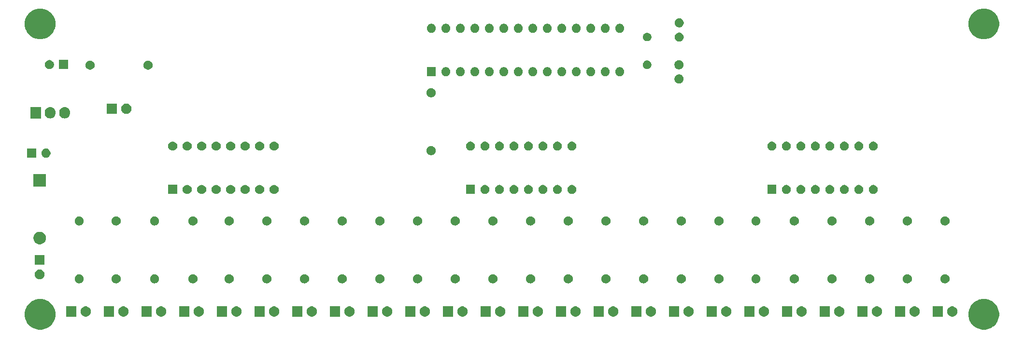
<source format=gbr>
G04 #@! TF.GenerationSoftware,KiCad,Pcbnew,5.1.6-c6e7f7d~87~ubuntu20.04.1*
G04 #@! TF.CreationDate,2020-07-20T09:25:59+02:00*
G04 #@! TF.ProjectId,x-LedChaser,782d4c65-6443-4686-9173-65722e6b6963,1.0*
G04 #@! TF.SameCoordinates,Original*
G04 #@! TF.FileFunction,Soldermask,Bot*
G04 #@! TF.FilePolarity,Negative*
%FSLAX46Y46*%
G04 Gerber Fmt 4.6, Leading zero omitted, Abs format (unit mm)*
G04 Created by KiCad (PCBNEW 5.1.6-c6e7f7d~87~ubuntu20.04.1) date 2020-07-20 09:25:59*
%MOMM*%
%LPD*%
G01*
G04 APERTURE LIST*
%ADD10C,0.100000*%
G04 APERTURE END LIST*
D10*
G36*
X232633561Y-123085760D02*
G01*
X233124930Y-123289291D01*
X233124932Y-123289292D01*
X233210250Y-123346300D01*
X233567150Y-123584773D01*
X233943227Y-123960850D01*
X233997201Y-124041628D01*
X234110180Y-124210712D01*
X234238709Y-124403070D01*
X234442240Y-124894439D01*
X234546000Y-125416073D01*
X234546000Y-125947927D01*
X234442240Y-126469561D01*
X234253832Y-126924420D01*
X234238708Y-126960932D01*
X234090968Y-127182040D01*
X233943227Y-127403150D01*
X233567150Y-127779227D01*
X233500627Y-127823676D01*
X233124932Y-128074708D01*
X233124931Y-128074709D01*
X233124930Y-128074709D01*
X232633561Y-128278240D01*
X232111927Y-128382000D01*
X231580073Y-128382000D01*
X231058439Y-128278240D01*
X230567070Y-128074709D01*
X230567069Y-128074709D01*
X230567068Y-128074708D01*
X230191373Y-127823676D01*
X230124850Y-127779227D01*
X229748773Y-127403150D01*
X229601032Y-127182040D01*
X229453292Y-126960932D01*
X229438168Y-126924420D01*
X229249760Y-126469561D01*
X229146000Y-125947927D01*
X229146000Y-125416073D01*
X229249760Y-124894439D01*
X229453291Y-124403070D01*
X229581821Y-124210712D01*
X229694799Y-124041628D01*
X229748773Y-123960850D01*
X230124850Y-123584773D01*
X230481750Y-123346300D01*
X230567068Y-123289292D01*
X230567070Y-123289291D01*
X231058439Y-123085760D01*
X231580073Y-122982000D01*
X232111927Y-122982000D01*
X232633561Y-123085760D01*
G37*
G36*
X67208561Y-123085760D02*
G01*
X67699930Y-123289291D01*
X67699932Y-123289292D01*
X67785250Y-123346300D01*
X68142150Y-123584773D01*
X68518227Y-123960850D01*
X68572201Y-124041628D01*
X68685180Y-124210712D01*
X68813709Y-124403070D01*
X69017240Y-124894439D01*
X69121000Y-125416073D01*
X69121000Y-125947927D01*
X69017240Y-126469561D01*
X68828832Y-126924420D01*
X68813708Y-126960932D01*
X68665968Y-127182040D01*
X68518227Y-127403150D01*
X68142150Y-127779227D01*
X68075627Y-127823676D01*
X67699932Y-128074708D01*
X67699931Y-128074709D01*
X67699930Y-128074709D01*
X67208561Y-128278240D01*
X66686927Y-128382000D01*
X66155073Y-128382000D01*
X65633439Y-128278240D01*
X65142070Y-128074709D01*
X65142069Y-128074709D01*
X65142068Y-128074708D01*
X64766373Y-127823676D01*
X64699850Y-127779227D01*
X64323773Y-127403150D01*
X64176032Y-127182040D01*
X64028292Y-126960932D01*
X64013168Y-126924420D01*
X63824760Y-126469561D01*
X63721000Y-125947927D01*
X63721000Y-125416073D01*
X63824760Y-124894439D01*
X64028291Y-124403070D01*
X64156821Y-124210712D01*
X64269799Y-124041628D01*
X64323773Y-123960850D01*
X64699850Y-123584773D01*
X65056750Y-123346300D01*
X65142068Y-123289292D01*
X65142070Y-123289291D01*
X65633439Y-123085760D01*
X66155073Y-122982000D01*
X66686927Y-122982000D01*
X67208561Y-123085760D01*
G37*
G36*
X79386000Y-126082000D02*
G01*
X77586000Y-126082000D01*
X77586000Y-124282000D01*
X79386000Y-124282000D01*
X79386000Y-126082000D01*
G37*
G36*
X140637581Y-124299293D02*
G01*
X140724520Y-124316586D01*
X140888310Y-124384430D01*
X140888312Y-124384431D01*
X140916204Y-124403068D01*
X141035717Y-124482924D01*
X141161076Y-124608283D01*
X141259570Y-124755690D01*
X141327414Y-124919480D01*
X141327414Y-124919482D01*
X141362000Y-125093356D01*
X141362000Y-125270644D01*
X141344707Y-125357581D01*
X141327414Y-125444520D01*
X141259570Y-125608310D01*
X141161076Y-125755717D01*
X141035717Y-125881076D01*
X140962013Y-125930323D01*
X140888312Y-125979569D01*
X140888311Y-125979570D01*
X140888310Y-125979570D01*
X140724520Y-126047414D01*
X140637581Y-126064707D01*
X140550644Y-126082000D01*
X140373356Y-126082000D01*
X140286419Y-126064707D01*
X140199480Y-126047414D01*
X140035690Y-125979570D01*
X140035689Y-125979570D01*
X140035688Y-125979569D01*
X139961987Y-125930323D01*
X139888283Y-125881076D01*
X139762924Y-125755717D01*
X139664430Y-125608310D01*
X139596586Y-125444520D01*
X139579293Y-125357581D01*
X139562000Y-125270644D01*
X139562000Y-125093356D01*
X139596586Y-124919482D01*
X139596586Y-124919480D01*
X139664430Y-124755690D01*
X139762924Y-124608283D01*
X139888283Y-124482924D01*
X140007796Y-124403068D01*
X140035688Y-124384431D01*
X140035690Y-124384430D01*
X140199480Y-124316586D01*
X140286419Y-124299293D01*
X140373356Y-124282000D01*
X140550644Y-124282000D01*
X140637581Y-124299293D01*
G37*
G36*
X81201581Y-124299293D02*
G01*
X81288520Y-124316586D01*
X81452310Y-124384430D01*
X81452312Y-124384431D01*
X81480204Y-124403068D01*
X81599717Y-124482924D01*
X81725076Y-124608283D01*
X81823570Y-124755690D01*
X81891414Y-124919480D01*
X81891414Y-124919482D01*
X81926000Y-125093356D01*
X81926000Y-125270644D01*
X81908707Y-125357581D01*
X81891414Y-125444520D01*
X81823570Y-125608310D01*
X81725076Y-125755717D01*
X81599717Y-125881076D01*
X81526013Y-125930323D01*
X81452312Y-125979569D01*
X81452311Y-125979570D01*
X81452310Y-125979570D01*
X81288520Y-126047414D01*
X81201581Y-126064707D01*
X81114644Y-126082000D01*
X80937356Y-126082000D01*
X80850419Y-126064707D01*
X80763480Y-126047414D01*
X80599690Y-125979570D01*
X80599689Y-125979570D01*
X80599688Y-125979569D01*
X80525987Y-125930323D01*
X80452283Y-125881076D01*
X80326924Y-125755717D01*
X80228430Y-125608310D01*
X80160586Y-125444520D01*
X80143293Y-125357581D01*
X80126000Y-125270644D01*
X80126000Y-125093356D01*
X80160586Y-124919482D01*
X80160586Y-124919480D01*
X80228430Y-124755690D01*
X80326924Y-124608283D01*
X80452283Y-124482924D01*
X80571796Y-124403068D01*
X80599688Y-124384431D01*
X80599690Y-124384430D01*
X80763480Y-124316586D01*
X80850419Y-124299293D01*
X80937356Y-124282000D01*
X81114644Y-124282000D01*
X81201581Y-124299293D01*
G37*
G36*
X87805581Y-124299293D02*
G01*
X87892520Y-124316586D01*
X88056310Y-124384430D01*
X88056312Y-124384431D01*
X88084204Y-124403068D01*
X88203717Y-124482924D01*
X88329076Y-124608283D01*
X88427570Y-124755690D01*
X88495414Y-124919480D01*
X88495414Y-124919482D01*
X88530000Y-125093356D01*
X88530000Y-125270644D01*
X88512707Y-125357581D01*
X88495414Y-125444520D01*
X88427570Y-125608310D01*
X88329076Y-125755717D01*
X88203717Y-125881076D01*
X88130013Y-125930323D01*
X88056312Y-125979569D01*
X88056311Y-125979570D01*
X88056310Y-125979570D01*
X87892520Y-126047414D01*
X87805581Y-126064707D01*
X87718644Y-126082000D01*
X87541356Y-126082000D01*
X87454419Y-126064707D01*
X87367480Y-126047414D01*
X87203690Y-125979570D01*
X87203689Y-125979570D01*
X87203688Y-125979569D01*
X87129987Y-125930323D01*
X87056283Y-125881076D01*
X86930924Y-125755717D01*
X86832430Y-125608310D01*
X86764586Y-125444520D01*
X86747293Y-125357581D01*
X86730000Y-125270644D01*
X86730000Y-125093356D01*
X86764586Y-124919482D01*
X86764586Y-124919480D01*
X86832430Y-124755690D01*
X86930924Y-124608283D01*
X87056283Y-124482924D01*
X87175796Y-124403068D01*
X87203688Y-124384431D01*
X87203690Y-124384430D01*
X87367480Y-124316586D01*
X87454419Y-124299293D01*
X87541356Y-124282000D01*
X87718644Y-124282000D01*
X87805581Y-124299293D01*
G37*
G36*
X85990000Y-126082000D02*
G01*
X84190000Y-126082000D01*
X84190000Y-124282000D01*
X85990000Y-124282000D01*
X85990000Y-126082000D01*
G37*
G36*
X92594000Y-126082000D02*
G01*
X90794000Y-126082000D01*
X90794000Y-124282000D01*
X92594000Y-124282000D01*
X92594000Y-126082000D01*
G37*
G36*
X94409581Y-124299293D02*
G01*
X94496520Y-124316586D01*
X94660310Y-124384430D01*
X94660312Y-124384431D01*
X94688204Y-124403068D01*
X94807717Y-124482924D01*
X94933076Y-124608283D01*
X95031570Y-124755690D01*
X95099414Y-124919480D01*
X95099414Y-124919482D01*
X95134000Y-125093356D01*
X95134000Y-125270644D01*
X95116707Y-125357581D01*
X95099414Y-125444520D01*
X95031570Y-125608310D01*
X94933076Y-125755717D01*
X94807717Y-125881076D01*
X94734013Y-125930323D01*
X94660312Y-125979569D01*
X94660311Y-125979570D01*
X94660310Y-125979570D01*
X94496520Y-126047414D01*
X94409581Y-126064707D01*
X94322644Y-126082000D01*
X94145356Y-126082000D01*
X94058419Y-126064707D01*
X93971480Y-126047414D01*
X93807690Y-125979570D01*
X93807689Y-125979570D01*
X93807688Y-125979569D01*
X93733987Y-125930323D01*
X93660283Y-125881076D01*
X93534924Y-125755717D01*
X93436430Y-125608310D01*
X93368586Y-125444520D01*
X93351293Y-125357581D01*
X93334000Y-125270644D01*
X93334000Y-125093356D01*
X93368586Y-124919482D01*
X93368586Y-124919480D01*
X93436430Y-124755690D01*
X93534924Y-124608283D01*
X93660283Y-124482924D01*
X93779796Y-124403068D01*
X93807688Y-124384431D01*
X93807690Y-124384430D01*
X93971480Y-124316586D01*
X94058419Y-124299293D01*
X94145356Y-124282000D01*
X94322644Y-124282000D01*
X94409581Y-124299293D01*
G37*
G36*
X101013581Y-124299293D02*
G01*
X101100520Y-124316586D01*
X101264310Y-124384430D01*
X101264312Y-124384431D01*
X101292204Y-124403068D01*
X101411717Y-124482924D01*
X101537076Y-124608283D01*
X101635570Y-124755690D01*
X101703414Y-124919480D01*
X101703414Y-124919482D01*
X101738000Y-125093356D01*
X101738000Y-125270644D01*
X101720707Y-125357581D01*
X101703414Y-125444520D01*
X101635570Y-125608310D01*
X101537076Y-125755717D01*
X101411717Y-125881076D01*
X101338013Y-125930323D01*
X101264312Y-125979569D01*
X101264311Y-125979570D01*
X101264310Y-125979570D01*
X101100520Y-126047414D01*
X101013581Y-126064707D01*
X100926644Y-126082000D01*
X100749356Y-126082000D01*
X100662419Y-126064707D01*
X100575480Y-126047414D01*
X100411690Y-125979570D01*
X100411689Y-125979570D01*
X100411688Y-125979569D01*
X100337987Y-125930323D01*
X100264283Y-125881076D01*
X100138924Y-125755717D01*
X100040430Y-125608310D01*
X99972586Y-125444520D01*
X99955293Y-125357581D01*
X99938000Y-125270644D01*
X99938000Y-125093356D01*
X99972586Y-124919482D01*
X99972586Y-124919480D01*
X100040430Y-124755690D01*
X100138924Y-124608283D01*
X100264283Y-124482924D01*
X100383796Y-124403068D01*
X100411688Y-124384431D01*
X100411690Y-124384430D01*
X100575480Y-124316586D01*
X100662419Y-124299293D01*
X100749356Y-124282000D01*
X100926644Y-124282000D01*
X101013581Y-124299293D01*
G37*
G36*
X99198000Y-126082000D02*
G01*
X97398000Y-126082000D01*
X97398000Y-124282000D01*
X99198000Y-124282000D01*
X99198000Y-126082000D01*
G37*
G36*
X105802000Y-126082000D02*
G01*
X104002000Y-126082000D01*
X104002000Y-124282000D01*
X105802000Y-124282000D01*
X105802000Y-126082000D01*
G37*
G36*
X107617581Y-124299293D02*
G01*
X107704520Y-124316586D01*
X107868310Y-124384430D01*
X107868312Y-124384431D01*
X107896204Y-124403068D01*
X108015717Y-124482924D01*
X108141076Y-124608283D01*
X108239570Y-124755690D01*
X108307414Y-124919480D01*
X108307414Y-124919482D01*
X108342000Y-125093356D01*
X108342000Y-125270644D01*
X108324707Y-125357581D01*
X108307414Y-125444520D01*
X108239570Y-125608310D01*
X108141076Y-125755717D01*
X108015717Y-125881076D01*
X107942013Y-125930323D01*
X107868312Y-125979569D01*
X107868311Y-125979570D01*
X107868310Y-125979570D01*
X107704520Y-126047414D01*
X107617581Y-126064707D01*
X107530644Y-126082000D01*
X107353356Y-126082000D01*
X107266419Y-126064707D01*
X107179480Y-126047414D01*
X107015690Y-125979570D01*
X107015689Y-125979570D01*
X107015688Y-125979569D01*
X106941987Y-125930323D01*
X106868283Y-125881076D01*
X106742924Y-125755717D01*
X106644430Y-125608310D01*
X106576586Y-125444520D01*
X106559293Y-125357581D01*
X106542000Y-125270644D01*
X106542000Y-125093356D01*
X106576586Y-124919482D01*
X106576586Y-124919480D01*
X106644430Y-124755690D01*
X106742924Y-124608283D01*
X106868283Y-124482924D01*
X106987796Y-124403068D01*
X107015688Y-124384431D01*
X107015690Y-124384430D01*
X107179480Y-124316586D01*
X107266419Y-124299293D01*
X107353356Y-124282000D01*
X107530644Y-124282000D01*
X107617581Y-124299293D01*
G37*
G36*
X160449581Y-124299293D02*
G01*
X160536520Y-124316586D01*
X160700310Y-124384430D01*
X160700312Y-124384431D01*
X160728204Y-124403068D01*
X160847717Y-124482924D01*
X160973076Y-124608283D01*
X161071570Y-124755690D01*
X161139414Y-124919480D01*
X161139414Y-124919482D01*
X161174000Y-125093356D01*
X161174000Y-125270644D01*
X161156707Y-125357581D01*
X161139414Y-125444520D01*
X161071570Y-125608310D01*
X160973076Y-125755717D01*
X160847717Y-125881076D01*
X160774013Y-125930323D01*
X160700312Y-125979569D01*
X160700311Y-125979570D01*
X160700310Y-125979570D01*
X160536520Y-126047414D01*
X160449581Y-126064707D01*
X160362644Y-126082000D01*
X160185356Y-126082000D01*
X160098419Y-126064707D01*
X160011480Y-126047414D01*
X159847690Y-125979570D01*
X159847689Y-125979570D01*
X159847688Y-125979569D01*
X159773987Y-125930323D01*
X159700283Y-125881076D01*
X159574924Y-125755717D01*
X159476430Y-125608310D01*
X159408586Y-125444520D01*
X159391293Y-125357581D01*
X159374000Y-125270644D01*
X159374000Y-125093356D01*
X159408586Y-124919482D01*
X159408586Y-124919480D01*
X159476430Y-124755690D01*
X159574924Y-124608283D01*
X159700283Y-124482924D01*
X159819796Y-124403068D01*
X159847688Y-124384431D01*
X159847690Y-124384430D01*
X160011480Y-124316586D01*
X160098419Y-124299293D01*
X160185356Y-124282000D01*
X160362644Y-124282000D01*
X160449581Y-124299293D01*
G37*
G36*
X112406000Y-126082000D02*
G01*
X110606000Y-126082000D01*
X110606000Y-124282000D01*
X112406000Y-124282000D01*
X112406000Y-126082000D01*
G37*
G36*
X119010000Y-126082000D02*
G01*
X117210000Y-126082000D01*
X117210000Y-124282000D01*
X119010000Y-124282000D01*
X119010000Y-126082000D01*
G37*
G36*
X120825581Y-124299293D02*
G01*
X120912520Y-124316586D01*
X121076310Y-124384430D01*
X121076312Y-124384431D01*
X121104204Y-124403068D01*
X121223717Y-124482924D01*
X121349076Y-124608283D01*
X121447570Y-124755690D01*
X121515414Y-124919480D01*
X121515414Y-124919482D01*
X121550000Y-125093356D01*
X121550000Y-125270644D01*
X121532707Y-125357581D01*
X121515414Y-125444520D01*
X121447570Y-125608310D01*
X121349076Y-125755717D01*
X121223717Y-125881076D01*
X121150013Y-125930323D01*
X121076312Y-125979569D01*
X121076311Y-125979570D01*
X121076310Y-125979570D01*
X120912520Y-126047414D01*
X120825581Y-126064707D01*
X120738644Y-126082000D01*
X120561356Y-126082000D01*
X120474419Y-126064707D01*
X120387480Y-126047414D01*
X120223690Y-125979570D01*
X120223689Y-125979570D01*
X120223688Y-125979569D01*
X120149987Y-125930323D01*
X120076283Y-125881076D01*
X119950924Y-125755717D01*
X119852430Y-125608310D01*
X119784586Y-125444520D01*
X119767293Y-125357581D01*
X119750000Y-125270644D01*
X119750000Y-125093356D01*
X119784586Y-124919482D01*
X119784586Y-124919480D01*
X119852430Y-124755690D01*
X119950924Y-124608283D01*
X120076283Y-124482924D01*
X120195796Y-124403068D01*
X120223688Y-124384431D01*
X120223690Y-124384430D01*
X120387480Y-124316586D01*
X120474419Y-124299293D01*
X120561356Y-124282000D01*
X120738644Y-124282000D01*
X120825581Y-124299293D01*
G37*
G36*
X127429581Y-124299293D02*
G01*
X127516520Y-124316586D01*
X127680310Y-124384430D01*
X127680312Y-124384431D01*
X127708204Y-124403068D01*
X127827717Y-124482924D01*
X127953076Y-124608283D01*
X128051570Y-124755690D01*
X128119414Y-124919480D01*
X128119414Y-124919482D01*
X128154000Y-125093356D01*
X128154000Y-125270644D01*
X128136707Y-125357581D01*
X128119414Y-125444520D01*
X128051570Y-125608310D01*
X127953076Y-125755717D01*
X127827717Y-125881076D01*
X127754013Y-125930323D01*
X127680312Y-125979569D01*
X127680311Y-125979570D01*
X127680310Y-125979570D01*
X127516520Y-126047414D01*
X127429581Y-126064707D01*
X127342644Y-126082000D01*
X127165356Y-126082000D01*
X127078419Y-126064707D01*
X126991480Y-126047414D01*
X126827690Y-125979570D01*
X126827689Y-125979570D01*
X126827688Y-125979569D01*
X126753987Y-125930323D01*
X126680283Y-125881076D01*
X126554924Y-125755717D01*
X126456430Y-125608310D01*
X126388586Y-125444520D01*
X126371293Y-125357581D01*
X126354000Y-125270644D01*
X126354000Y-125093356D01*
X126388586Y-124919482D01*
X126388586Y-124919480D01*
X126456430Y-124755690D01*
X126554924Y-124608283D01*
X126680283Y-124482924D01*
X126799796Y-124403068D01*
X126827688Y-124384431D01*
X126827690Y-124384430D01*
X126991480Y-124316586D01*
X127078419Y-124299293D01*
X127165356Y-124282000D01*
X127342644Y-124282000D01*
X127429581Y-124299293D01*
G37*
G36*
X125614000Y-126082000D02*
G01*
X123814000Y-126082000D01*
X123814000Y-124282000D01*
X125614000Y-124282000D01*
X125614000Y-126082000D01*
G37*
G36*
X132218000Y-126082000D02*
G01*
X130418000Y-126082000D01*
X130418000Y-124282000D01*
X132218000Y-124282000D01*
X132218000Y-126082000D01*
G37*
G36*
X134033581Y-124299293D02*
G01*
X134120520Y-124316586D01*
X134284310Y-124384430D01*
X134284312Y-124384431D01*
X134312204Y-124403068D01*
X134431717Y-124482924D01*
X134557076Y-124608283D01*
X134655570Y-124755690D01*
X134723414Y-124919480D01*
X134723414Y-124919482D01*
X134758000Y-125093356D01*
X134758000Y-125270644D01*
X134740707Y-125357581D01*
X134723414Y-125444520D01*
X134655570Y-125608310D01*
X134557076Y-125755717D01*
X134431717Y-125881076D01*
X134358013Y-125930323D01*
X134284312Y-125979569D01*
X134284311Y-125979570D01*
X134284310Y-125979570D01*
X134120520Y-126047414D01*
X134033581Y-126064707D01*
X133946644Y-126082000D01*
X133769356Y-126082000D01*
X133682419Y-126064707D01*
X133595480Y-126047414D01*
X133431690Y-125979570D01*
X133431689Y-125979570D01*
X133431688Y-125979569D01*
X133357987Y-125930323D01*
X133284283Y-125881076D01*
X133158924Y-125755717D01*
X133060430Y-125608310D01*
X132992586Y-125444520D01*
X132975293Y-125357581D01*
X132958000Y-125270644D01*
X132958000Y-125093356D01*
X132992586Y-124919482D01*
X132992586Y-124919480D01*
X133060430Y-124755690D01*
X133158924Y-124608283D01*
X133284283Y-124482924D01*
X133403796Y-124403068D01*
X133431688Y-124384431D01*
X133431690Y-124384430D01*
X133595480Y-124316586D01*
X133682419Y-124299293D01*
X133769356Y-124282000D01*
X133946644Y-124282000D01*
X134033581Y-124299293D01*
G37*
G36*
X138822000Y-126082000D02*
G01*
X137022000Y-126082000D01*
X137022000Y-124282000D01*
X138822000Y-124282000D01*
X138822000Y-126082000D01*
G37*
G36*
X145426000Y-126082000D02*
G01*
X143626000Y-126082000D01*
X143626000Y-124282000D01*
X145426000Y-124282000D01*
X145426000Y-126082000D01*
G37*
G36*
X147241581Y-124299293D02*
G01*
X147328520Y-124316586D01*
X147492310Y-124384430D01*
X147492312Y-124384431D01*
X147520204Y-124403068D01*
X147639717Y-124482924D01*
X147765076Y-124608283D01*
X147863570Y-124755690D01*
X147931414Y-124919480D01*
X147931414Y-124919482D01*
X147966000Y-125093356D01*
X147966000Y-125270644D01*
X147948707Y-125357581D01*
X147931414Y-125444520D01*
X147863570Y-125608310D01*
X147765076Y-125755717D01*
X147639717Y-125881076D01*
X147566013Y-125930323D01*
X147492312Y-125979569D01*
X147492311Y-125979570D01*
X147492310Y-125979570D01*
X147328520Y-126047414D01*
X147241581Y-126064707D01*
X147154644Y-126082000D01*
X146977356Y-126082000D01*
X146890419Y-126064707D01*
X146803480Y-126047414D01*
X146639690Y-125979570D01*
X146639689Y-125979570D01*
X146639688Y-125979569D01*
X146565987Y-125930323D01*
X146492283Y-125881076D01*
X146366924Y-125755717D01*
X146268430Y-125608310D01*
X146200586Y-125444520D01*
X146183293Y-125357581D01*
X146166000Y-125270644D01*
X146166000Y-125093356D01*
X146200586Y-124919482D01*
X146200586Y-124919480D01*
X146268430Y-124755690D01*
X146366924Y-124608283D01*
X146492283Y-124482924D01*
X146611796Y-124403068D01*
X146639688Y-124384431D01*
X146639690Y-124384430D01*
X146803480Y-124316586D01*
X146890419Y-124299293D01*
X146977356Y-124282000D01*
X147154644Y-124282000D01*
X147241581Y-124299293D01*
G37*
G36*
X152030000Y-126082000D02*
G01*
X150230000Y-126082000D01*
X150230000Y-124282000D01*
X152030000Y-124282000D01*
X152030000Y-126082000D01*
G37*
G36*
X153845581Y-124299293D02*
G01*
X153932520Y-124316586D01*
X154096310Y-124384430D01*
X154096312Y-124384431D01*
X154124204Y-124403068D01*
X154243717Y-124482924D01*
X154369076Y-124608283D01*
X154467570Y-124755690D01*
X154535414Y-124919480D01*
X154535414Y-124919482D01*
X154570000Y-125093356D01*
X154570000Y-125270644D01*
X154552707Y-125357581D01*
X154535414Y-125444520D01*
X154467570Y-125608310D01*
X154369076Y-125755717D01*
X154243717Y-125881076D01*
X154170013Y-125930323D01*
X154096312Y-125979569D01*
X154096311Y-125979570D01*
X154096310Y-125979570D01*
X153932520Y-126047414D01*
X153845581Y-126064707D01*
X153758644Y-126082000D01*
X153581356Y-126082000D01*
X153494419Y-126064707D01*
X153407480Y-126047414D01*
X153243690Y-125979570D01*
X153243689Y-125979570D01*
X153243688Y-125979569D01*
X153169987Y-125930323D01*
X153096283Y-125881076D01*
X152970924Y-125755717D01*
X152872430Y-125608310D01*
X152804586Y-125444520D01*
X152787293Y-125357581D01*
X152770000Y-125270644D01*
X152770000Y-125093356D01*
X152804586Y-124919482D01*
X152804586Y-124919480D01*
X152872430Y-124755690D01*
X152970924Y-124608283D01*
X153096283Y-124482924D01*
X153215796Y-124403068D01*
X153243688Y-124384431D01*
X153243690Y-124384430D01*
X153407480Y-124316586D01*
X153494419Y-124299293D01*
X153581356Y-124282000D01*
X153758644Y-124282000D01*
X153845581Y-124299293D01*
G37*
G36*
X72782000Y-126082000D02*
G01*
X70982000Y-126082000D01*
X70982000Y-124282000D01*
X72782000Y-124282000D01*
X72782000Y-126082000D01*
G37*
G36*
X74597581Y-124299293D02*
G01*
X74684520Y-124316586D01*
X74848310Y-124384430D01*
X74848312Y-124384431D01*
X74876204Y-124403068D01*
X74995717Y-124482924D01*
X75121076Y-124608283D01*
X75219570Y-124755690D01*
X75287414Y-124919480D01*
X75287414Y-124919482D01*
X75322000Y-125093356D01*
X75322000Y-125270644D01*
X75304707Y-125357581D01*
X75287414Y-125444520D01*
X75219570Y-125608310D01*
X75121076Y-125755717D01*
X74995717Y-125881076D01*
X74922013Y-125930323D01*
X74848312Y-125979569D01*
X74848311Y-125979570D01*
X74848310Y-125979570D01*
X74684520Y-126047414D01*
X74597581Y-126064707D01*
X74510644Y-126082000D01*
X74333356Y-126082000D01*
X74246419Y-126064707D01*
X74159480Y-126047414D01*
X73995690Y-125979570D01*
X73995689Y-125979570D01*
X73995688Y-125979569D01*
X73921987Y-125930323D01*
X73848283Y-125881076D01*
X73722924Y-125755717D01*
X73624430Y-125608310D01*
X73556586Y-125444520D01*
X73539293Y-125357581D01*
X73522000Y-125270644D01*
X73522000Y-125093356D01*
X73556586Y-124919482D01*
X73556586Y-124919480D01*
X73624430Y-124755690D01*
X73722924Y-124608283D01*
X73848283Y-124482924D01*
X73967796Y-124403068D01*
X73995688Y-124384431D01*
X73995690Y-124384430D01*
X74159480Y-124316586D01*
X74246419Y-124299293D01*
X74333356Y-124282000D01*
X74510644Y-124282000D01*
X74597581Y-124299293D01*
G37*
G36*
X158634000Y-126082000D02*
G01*
X156834000Y-126082000D01*
X156834000Y-124282000D01*
X158634000Y-124282000D01*
X158634000Y-126082000D01*
G37*
G36*
X165238000Y-126082000D02*
G01*
X163438000Y-126082000D01*
X163438000Y-124282000D01*
X165238000Y-124282000D01*
X165238000Y-126082000D01*
G37*
G36*
X171842000Y-126082000D02*
G01*
X170042000Y-126082000D01*
X170042000Y-124282000D01*
X171842000Y-124282000D01*
X171842000Y-126082000D01*
G37*
G36*
X173657581Y-124299293D02*
G01*
X173744520Y-124316586D01*
X173908310Y-124384430D01*
X173908312Y-124384431D01*
X173936204Y-124403068D01*
X174055717Y-124482924D01*
X174181076Y-124608283D01*
X174279570Y-124755690D01*
X174347414Y-124919480D01*
X174347414Y-124919482D01*
X174382000Y-125093356D01*
X174382000Y-125270644D01*
X174364707Y-125357581D01*
X174347414Y-125444520D01*
X174279570Y-125608310D01*
X174181076Y-125755717D01*
X174055717Y-125881076D01*
X173982013Y-125930323D01*
X173908312Y-125979569D01*
X173908311Y-125979570D01*
X173908310Y-125979570D01*
X173744520Y-126047414D01*
X173657581Y-126064707D01*
X173570644Y-126082000D01*
X173393356Y-126082000D01*
X173306419Y-126064707D01*
X173219480Y-126047414D01*
X173055690Y-125979570D01*
X173055689Y-125979570D01*
X173055688Y-125979569D01*
X172981987Y-125930323D01*
X172908283Y-125881076D01*
X172782924Y-125755717D01*
X172684430Y-125608310D01*
X172616586Y-125444520D01*
X172599293Y-125357581D01*
X172582000Y-125270644D01*
X172582000Y-125093356D01*
X172616586Y-124919482D01*
X172616586Y-124919480D01*
X172684430Y-124755690D01*
X172782924Y-124608283D01*
X172908283Y-124482924D01*
X173027796Y-124403068D01*
X173055688Y-124384431D01*
X173055690Y-124384430D01*
X173219480Y-124316586D01*
X173306419Y-124299293D01*
X173393356Y-124282000D01*
X173570644Y-124282000D01*
X173657581Y-124299293D01*
G37*
G36*
X180261581Y-124299293D02*
G01*
X180348520Y-124316586D01*
X180512310Y-124384430D01*
X180512312Y-124384431D01*
X180540204Y-124403068D01*
X180659717Y-124482924D01*
X180785076Y-124608283D01*
X180883570Y-124755690D01*
X180951414Y-124919480D01*
X180951414Y-124919482D01*
X180986000Y-125093356D01*
X180986000Y-125270644D01*
X180968707Y-125357581D01*
X180951414Y-125444520D01*
X180883570Y-125608310D01*
X180785076Y-125755717D01*
X180659717Y-125881076D01*
X180586013Y-125930323D01*
X180512312Y-125979569D01*
X180512311Y-125979570D01*
X180512310Y-125979570D01*
X180348520Y-126047414D01*
X180261581Y-126064707D01*
X180174644Y-126082000D01*
X179997356Y-126082000D01*
X179910419Y-126064707D01*
X179823480Y-126047414D01*
X179659690Y-125979570D01*
X179659689Y-125979570D01*
X179659688Y-125979569D01*
X179585987Y-125930323D01*
X179512283Y-125881076D01*
X179386924Y-125755717D01*
X179288430Y-125608310D01*
X179220586Y-125444520D01*
X179203293Y-125357581D01*
X179186000Y-125270644D01*
X179186000Y-125093356D01*
X179220586Y-124919482D01*
X179220586Y-124919480D01*
X179288430Y-124755690D01*
X179386924Y-124608283D01*
X179512283Y-124482924D01*
X179631796Y-124403068D01*
X179659688Y-124384431D01*
X179659690Y-124384430D01*
X179823480Y-124316586D01*
X179910419Y-124299293D01*
X179997356Y-124282000D01*
X180174644Y-124282000D01*
X180261581Y-124299293D01*
G37*
G36*
X167053581Y-124299293D02*
G01*
X167140520Y-124316586D01*
X167304310Y-124384430D01*
X167304312Y-124384431D01*
X167332204Y-124403068D01*
X167451717Y-124482924D01*
X167577076Y-124608283D01*
X167675570Y-124755690D01*
X167743414Y-124919480D01*
X167743414Y-124919482D01*
X167778000Y-125093356D01*
X167778000Y-125270644D01*
X167760707Y-125357581D01*
X167743414Y-125444520D01*
X167675570Y-125608310D01*
X167577076Y-125755717D01*
X167451717Y-125881076D01*
X167378013Y-125930323D01*
X167304312Y-125979569D01*
X167304311Y-125979570D01*
X167304310Y-125979570D01*
X167140520Y-126047414D01*
X167053581Y-126064707D01*
X166966644Y-126082000D01*
X166789356Y-126082000D01*
X166702419Y-126064707D01*
X166615480Y-126047414D01*
X166451690Y-125979570D01*
X166451689Y-125979570D01*
X166451688Y-125979569D01*
X166377987Y-125930323D01*
X166304283Y-125881076D01*
X166178924Y-125755717D01*
X166080430Y-125608310D01*
X166012586Y-125444520D01*
X165995293Y-125357581D01*
X165978000Y-125270644D01*
X165978000Y-125093356D01*
X166012586Y-124919482D01*
X166012586Y-124919480D01*
X166080430Y-124755690D01*
X166178924Y-124608283D01*
X166304283Y-124482924D01*
X166423796Y-124403068D01*
X166451688Y-124384431D01*
X166451690Y-124384430D01*
X166615480Y-124316586D01*
X166702419Y-124299293D01*
X166789356Y-124282000D01*
X166966644Y-124282000D01*
X167053581Y-124299293D01*
G37*
G36*
X178446000Y-126082000D02*
G01*
X176646000Y-126082000D01*
X176646000Y-124282000D01*
X178446000Y-124282000D01*
X178446000Y-126082000D01*
G37*
G36*
X193469581Y-124299293D02*
G01*
X193556520Y-124316586D01*
X193720310Y-124384430D01*
X193720312Y-124384431D01*
X193748204Y-124403068D01*
X193867717Y-124482924D01*
X193993076Y-124608283D01*
X194091570Y-124755690D01*
X194159414Y-124919480D01*
X194159414Y-124919482D01*
X194194000Y-125093356D01*
X194194000Y-125270644D01*
X194176707Y-125357581D01*
X194159414Y-125444520D01*
X194091570Y-125608310D01*
X193993076Y-125755717D01*
X193867717Y-125881076D01*
X193794013Y-125930323D01*
X193720312Y-125979569D01*
X193720311Y-125979570D01*
X193720310Y-125979570D01*
X193556520Y-126047414D01*
X193469581Y-126064707D01*
X193382644Y-126082000D01*
X193205356Y-126082000D01*
X193118419Y-126064707D01*
X193031480Y-126047414D01*
X192867690Y-125979570D01*
X192867689Y-125979570D01*
X192867688Y-125979569D01*
X192793987Y-125930323D01*
X192720283Y-125881076D01*
X192594924Y-125755717D01*
X192496430Y-125608310D01*
X192428586Y-125444520D01*
X192411293Y-125357581D01*
X192394000Y-125270644D01*
X192394000Y-125093356D01*
X192428586Y-124919482D01*
X192428586Y-124919480D01*
X192496430Y-124755690D01*
X192594924Y-124608283D01*
X192720283Y-124482924D01*
X192839796Y-124403068D01*
X192867688Y-124384431D01*
X192867690Y-124384430D01*
X193031480Y-124316586D01*
X193118419Y-124299293D01*
X193205356Y-124282000D01*
X193382644Y-124282000D01*
X193469581Y-124299293D01*
G37*
G36*
X191654000Y-126082000D02*
G01*
X189854000Y-126082000D01*
X189854000Y-124282000D01*
X191654000Y-124282000D01*
X191654000Y-126082000D01*
G37*
G36*
X198258000Y-126082000D02*
G01*
X196458000Y-126082000D01*
X196458000Y-124282000D01*
X198258000Y-124282000D01*
X198258000Y-126082000D01*
G37*
G36*
X200073581Y-124299293D02*
G01*
X200160520Y-124316586D01*
X200324310Y-124384430D01*
X200324312Y-124384431D01*
X200352204Y-124403068D01*
X200471717Y-124482924D01*
X200597076Y-124608283D01*
X200695570Y-124755690D01*
X200763414Y-124919480D01*
X200763414Y-124919482D01*
X200798000Y-125093356D01*
X200798000Y-125270644D01*
X200780707Y-125357581D01*
X200763414Y-125444520D01*
X200695570Y-125608310D01*
X200597076Y-125755717D01*
X200471717Y-125881076D01*
X200398013Y-125930323D01*
X200324312Y-125979569D01*
X200324311Y-125979570D01*
X200324310Y-125979570D01*
X200160520Y-126047414D01*
X200073581Y-126064707D01*
X199986644Y-126082000D01*
X199809356Y-126082000D01*
X199722419Y-126064707D01*
X199635480Y-126047414D01*
X199471690Y-125979570D01*
X199471689Y-125979570D01*
X199471688Y-125979569D01*
X199397987Y-125930323D01*
X199324283Y-125881076D01*
X199198924Y-125755717D01*
X199100430Y-125608310D01*
X199032586Y-125444520D01*
X199015293Y-125357581D01*
X198998000Y-125270644D01*
X198998000Y-125093356D01*
X199032586Y-124919482D01*
X199032586Y-124919480D01*
X199100430Y-124755690D01*
X199198924Y-124608283D01*
X199324283Y-124482924D01*
X199443796Y-124403068D01*
X199471688Y-124384431D01*
X199471690Y-124384430D01*
X199635480Y-124316586D01*
X199722419Y-124299293D01*
X199809356Y-124282000D01*
X199986644Y-124282000D01*
X200073581Y-124299293D01*
G37*
G36*
X206677581Y-124299293D02*
G01*
X206764520Y-124316586D01*
X206928310Y-124384430D01*
X206928312Y-124384431D01*
X206956204Y-124403068D01*
X207075717Y-124482924D01*
X207201076Y-124608283D01*
X207299570Y-124755690D01*
X207367414Y-124919480D01*
X207367414Y-124919482D01*
X207402000Y-125093356D01*
X207402000Y-125270644D01*
X207384707Y-125357581D01*
X207367414Y-125444520D01*
X207299570Y-125608310D01*
X207201076Y-125755717D01*
X207075717Y-125881076D01*
X207002013Y-125930323D01*
X206928312Y-125979569D01*
X206928311Y-125979570D01*
X206928310Y-125979570D01*
X206764520Y-126047414D01*
X206677581Y-126064707D01*
X206590644Y-126082000D01*
X206413356Y-126082000D01*
X206326419Y-126064707D01*
X206239480Y-126047414D01*
X206075690Y-125979570D01*
X206075689Y-125979570D01*
X206075688Y-125979569D01*
X206001987Y-125930323D01*
X205928283Y-125881076D01*
X205802924Y-125755717D01*
X205704430Y-125608310D01*
X205636586Y-125444520D01*
X205619293Y-125357581D01*
X205602000Y-125270644D01*
X205602000Y-125093356D01*
X205636586Y-124919482D01*
X205636586Y-124919480D01*
X205704430Y-124755690D01*
X205802924Y-124608283D01*
X205928283Y-124482924D01*
X206047796Y-124403068D01*
X206075688Y-124384431D01*
X206075690Y-124384430D01*
X206239480Y-124316586D01*
X206326419Y-124299293D01*
X206413356Y-124282000D01*
X206590644Y-124282000D01*
X206677581Y-124299293D01*
G37*
G36*
X204862000Y-126082000D02*
G01*
X203062000Y-126082000D01*
X203062000Y-124282000D01*
X204862000Y-124282000D01*
X204862000Y-126082000D01*
G37*
G36*
X186865581Y-124299293D02*
G01*
X186952520Y-124316586D01*
X187116310Y-124384430D01*
X187116312Y-124384431D01*
X187144204Y-124403068D01*
X187263717Y-124482924D01*
X187389076Y-124608283D01*
X187487570Y-124755690D01*
X187555414Y-124919480D01*
X187555414Y-124919482D01*
X187590000Y-125093356D01*
X187590000Y-125270644D01*
X187572707Y-125357581D01*
X187555414Y-125444520D01*
X187487570Y-125608310D01*
X187389076Y-125755717D01*
X187263717Y-125881076D01*
X187190013Y-125930323D01*
X187116312Y-125979569D01*
X187116311Y-125979570D01*
X187116310Y-125979570D01*
X186952520Y-126047414D01*
X186865581Y-126064707D01*
X186778644Y-126082000D01*
X186601356Y-126082000D01*
X186514419Y-126064707D01*
X186427480Y-126047414D01*
X186263690Y-125979570D01*
X186263689Y-125979570D01*
X186263688Y-125979569D01*
X186189987Y-125930323D01*
X186116283Y-125881076D01*
X185990924Y-125755717D01*
X185892430Y-125608310D01*
X185824586Y-125444520D01*
X185807293Y-125357581D01*
X185790000Y-125270644D01*
X185790000Y-125093356D01*
X185824586Y-124919482D01*
X185824586Y-124919480D01*
X185892430Y-124755690D01*
X185990924Y-124608283D01*
X186116283Y-124482924D01*
X186235796Y-124403068D01*
X186263688Y-124384431D01*
X186263690Y-124384430D01*
X186427480Y-124316586D01*
X186514419Y-124299293D01*
X186601356Y-124282000D01*
X186778644Y-124282000D01*
X186865581Y-124299293D01*
G37*
G36*
X185050000Y-126082000D02*
G01*
X183250000Y-126082000D01*
X183250000Y-124282000D01*
X185050000Y-124282000D01*
X185050000Y-126082000D01*
G37*
G36*
X114221581Y-124299293D02*
G01*
X114308520Y-124316586D01*
X114472310Y-124384430D01*
X114472312Y-124384431D01*
X114500204Y-124403068D01*
X114619717Y-124482924D01*
X114745076Y-124608283D01*
X114843570Y-124755690D01*
X114911414Y-124919480D01*
X114911414Y-124919482D01*
X114946000Y-125093356D01*
X114946000Y-125270644D01*
X114928707Y-125357581D01*
X114911414Y-125444520D01*
X114843570Y-125608310D01*
X114745076Y-125755717D01*
X114619717Y-125881076D01*
X114546013Y-125930323D01*
X114472312Y-125979569D01*
X114472311Y-125979570D01*
X114472310Y-125979570D01*
X114308520Y-126047414D01*
X114221581Y-126064707D01*
X114134644Y-126082000D01*
X113957356Y-126082000D01*
X113870419Y-126064707D01*
X113783480Y-126047414D01*
X113619690Y-125979570D01*
X113619689Y-125979570D01*
X113619688Y-125979569D01*
X113545987Y-125930323D01*
X113472283Y-125881076D01*
X113346924Y-125755717D01*
X113248430Y-125608310D01*
X113180586Y-125444520D01*
X113163293Y-125357581D01*
X113146000Y-125270644D01*
X113146000Y-125093356D01*
X113180586Y-124919482D01*
X113180586Y-124919480D01*
X113248430Y-124755690D01*
X113346924Y-124608283D01*
X113472283Y-124482924D01*
X113591796Y-124403068D01*
X113619688Y-124384431D01*
X113619690Y-124384430D01*
X113783480Y-124316586D01*
X113870419Y-124299293D01*
X113957356Y-124282000D01*
X114134644Y-124282000D01*
X114221581Y-124299293D01*
G37*
G36*
X218070000Y-126082000D02*
G01*
X216270000Y-126082000D01*
X216270000Y-124282000D01*
X218070000Y-124282000D01*
X218070000Y-126082000D01*
G37*
G36*
X224674000Y-126082000D02*
G01*
X222874000Y-126082000D01*
X222874000Y-124282000D01*
X224674000Y-124282000D01*
X224674000Y-126082000D01*
G37*
G36*
X226489581Y-124299293D02*
G01*
X226576520Y-124316586D01*
X226740310Y-124384430D01*
X226740312Y-124384431D01*
X226768204Y-124403068D01*
X226887717Y-124482924D01*
X227013076Y-124608283D01*
X227111570Y-124755690D01*
X227179414Y-124919480D01*
X227179414Y-124919482D01*
X227214000Y-125093356D01*
X227214000Y-125270644D01*
X227196707Y-125357581D01*
X227179414Y-125444520D01*
X227111570Y-125608310D01*
X227013076Y-125755717D01*
X226887717Y-125881076D01*
X226814013Y-125930323D01*
X226740312Y-125979569D01*
X226740311Y-125979570D01*
X226740310Y-125979570D01*
X226576520Y-126047414D01*
X226489581Y-126064707D01*
X226402644Y-126082000D01*
X226225356Y-126082000D01*
X226138419Y-126064707D01*
X226051480Y-126047414D01*
X225887690Y-125979570D01*
X225887689Y-125979570D01*
X225887688Y-125979569D01*
X225813987Y-125930323D01*
X225740283Y-125881076D01*
X225614924Y-125755717D01*
X225516430Y-125608310D01*
X225448586Y-125444520D01*
X225431293Y-125357581D01*
X225414000Y-125270644D01*
X225414000Y-125093356D01*
X225448586Y-124919482D01*
X225448586Y-124919480D01*
X225516430Y-124755690D01*
X225614924Y-124608283D01*
X225740283Y-124482924D01*
X225859796Y-124403068D01*
X225887688Y-124384431D01*
X225887690Y-124384430D01*
X226051480Y-124316586D01*
X226138419Y-124299293D01*
X226225356Y-124282000D01*
X226402644Y-124282000D01*
X226489581Y-124299293D01*
G37*
G36*
X219885581Y-124299293D02*
G01*
X219972520Y-124316586D01*
X220136310Y-124384430D01*
X220136312Y-124384431D01*
X220164204Y-124403068D01*
X220283717Y-124482924D01*
X220409076Y-124608283D01*
X220507570Y-124755690D01*
X220575414Y-124919480D01*
X220575414Y-124919482D01*
X220610000Y-125093356D01*
X220610000Y-125270644D01*
X220592707Y-125357581D01*
X220575414Y-125444520D01*
X220507570Y-125608310D01*
X220409076Y-125755717D01*
X220283717Y-125881076D01*
X220210013Y-125930323D01*
X220136312Y-125979569D01*
X220136311Y-125979570D01*
X220136310Y-125979570D01*
X219972520Y-126047414D01*
X219885581Y-126064707D01*
X219798644Y-126082000D01*
X219621356Y-126082000D01*
X219534419Y-126064707D01*
X219447480Y-126047414D01*
X219283690Y-125979570D01*
X219283689Y-125979570D01*
X219283688Y-125979569D01*
X219209987Y-125930323D01*
X219136283Y-125881076D01*
X219010924Y-125755717D01*
X218912430Y-125608310D01*
X218844586Y-125444520D01*
X218827293Y-125357581D01*
X218810000Y-125270644D01*
X218810000Y-125093356D01*
X218844586Y-124919482D01*
X218844586Y-124919480D01*
X218912430Y-124755690D01*
X219010924Y-124608283D01*
X219136283Y-124482924D01*
X219255796Y-124403068D01*
X219283688Y-124384431D01*
X219283690Y-124384430D01*
X219447480Y-124316586D01*
X219534419Y-124299293D01*
X219621356Y-124282000D01*
X219798644Y-124282000D01*
X219885581Y-124299293D01*
G37*
G36*
X213281581Y-124299293D02*
G01*
X213368520Y-124316586D01*
X213532310Y-124384430D01*
X213532312Y-124384431D01*
X213560204Y-124403068D01*
X213679717Y-124482924D01*
X213805076Y-124608283D01*
X213903570Y-124755690D01*
X213971414Y-124919480D01*
X213971414Y-124919482D01*
X214006000Y-125093356D01*
X214006000Y-125270644D01*
X213988707Y-125357581D01*
X213971414Y-125444520D01*
X213903570Y-125608310D01*
X213805076Y-125755717D01*
X213679717Y-125881076D01*
X213606013Y-125930323D01*
X213532312Y-125979569D01*
X213532311Y-125979570D01*
X213532310Y-125979570D01*
X213368520Y-126047414D01*
X213281581Y-126064707D01*
X213194644Y-126082000D01*
X213017356Y-126082000D01*
X212930419Y-126064707D01*
X212843480Y-126047414D01*
X212679690Y-125979570D01*
X212679689Y-125979570D01*
X212679688Y-125979569D01*
X212605987Y-125930323D01*
X212532283Y-125881076D01*
X212406924Y-125755717D01*
X212308430Y-125608310D01*
X212240586Y-125444520D01*
X212223293Y-125357581D01*
X212206000Y-125270644D01*
X212206000Y-125093356D01*
X212240586Y-124919482D01*
X212240586Y-124919480D01*
X212308430Y-124755690D01*
X212406924Y-124608283D01*
X212532283Y-124482924D01*
X212651796Y-124403068D01*
X212679688Y-124384431D01*
X212679690Y-124384430D01*
X212843480Y-124316586D01*
X212930419Y-124299293D01*
X213017356Y-124282000D01*
X213194644Y-124282000D01*
X213281581Y-124299293D01*
G37*
G36*
X211466000Y-126082000D02*
G01*
X209666000Y-126082000D01*
X209666000Y-124282000D01*
X211466000Y-124282000D01*
X211466000Y-126082000D01*
G37*
G36*
X132718312Y-118652248D02*
G01*
X132821351Y-118672743D01*
X132966942Y-118733049D01*
X133097970Y-118820599D01*
X133209401Y-118932030D01*
X133296951Y-119063058D01*
X133357257Y-119208649D01*
X133388000Y-119363207D01*
X133388000Y-119520793D01*
X133357257Y-119675351D01*
X133296951Y-119820942D01*
X133209401Y-119951970D01*
X133097970Y-120063401D01*
X132966942Y-120150951D01*
X132821351Y-120211257D01*
X132718312Y-120231752D01*
X132666794Y-120242000D01*
X132509206Y-120242000D01*
X132457688Y-120231752D01*
X132354649Y-120211257D01*
X132209058Y-120150951D01*
X132078030Y-120063401D01*
X131966599Y-119951970D01*
X131879049Y-119820942D01*
X131818743Y-119675351D01*
X131788000Y-119520793D01*
X131788000Y-119363207D01*
X131818743Y-119208649D01*
X131879049Y-119063058D01*
X131966599Y-118932030D01*
X132078030Y-118820599D01*
X132209058Y-118733049D01*
X132354649Y-118672743D01*
X132457688Y-118652248D01*
X132509206Y-118642000D01*
X132666794Y-118642000D01*
X132718312Y-118652248D01*
G37*
G36*
X126114312Y-118652248D02*
G01*
X126217351Y-118672743D01*
X126362942Y-118733049D01*
X126493970Y-118820599D01*
X126605401Y-118932030D01*
X126692951Y-119063058D01*
X126753257Y-119208649D01*
X126784000Y-119363207D01*
X126784000Y-119520793D01*
X126753257Y-119675351D01*
X126692951Y-119820942D01*
X126605401Y-119951970D01*
X126493970Y-120063401D01*
X126362942Y-120150951D01*
X126217351Y-120211257D01*
X126114312Y-120231752D01*
X126062794Y-120242000D01*
X125905206Y-120242000D01*
X125853688Y-120231752D01*
X125750649Y-120211257D01*
X125605058Y-120150951D01*
X125474030Y-120063401D01*
X125362599Y-119951970D01*
X125275049Y-119820942D01*
X125214743Y-119675351D01*
X125184000Y-119520793D01*
X125184000Y-119363207D01*
X125214743Y-119208649D01*
X125275049Y-119063058D01*
X125362599Y-118932030D01*
X125474030Y-118820599D01*
X125605058Y-118733049D01*
X125750649Y-118672743D01*
X125853688Y-118652248D01*
X125905206Y-118642000D01*
X126062794Y-118642000D01*
X126114312Y-118652248D01*
G37*
G36*
X119510312Y-118652248D02*
G01*
X119613351Y-118672743D01*
X119758942Y-118733049D01*
X119889970Y-118820599D01*
X120001401Y-118932030D01*
X120088951Y-119063058D01*
X120149257Y-119208649D01*
X120180000Y-119363207D01*
X120180000Y-119520793D01*
X120149257Y-119675351D01*
X120088951Y-119820942D01*
X120001401Y-119951970D01*
X119889970Y-120063401D01*
X119758942Y-120150951D01*
X119613351Y-120211257D01*
X119510312Y-120231752D01*
X119458794Y-120242000D01*
X119301206Y-120242000D01*
X119249688Y-120231752D01*
X119146649Y-120211257D01*
X119001058Y-120150951D01*
X118870030Y-120063401D01*
X118758599Y-119951970D01*
X118671049Y-119820942D01*
X118610743Y-119675351D01*
X118580000Y-119520793D01*
X118580000Y-119363207D01*
X118610743Y-119208649D01*
X118671049Y-119063058D01*
X118758599Y-118932030D01*
X118870030Y-118820599D01*
X119001058Y-118733049D01*
X119146649Y-118672743D01*
X119249688Y-118652248D01*
X119301206Y-118642000D01*
X119458794Y-118642000D01*
X119510312Y-118652248D01*
G37*
G36*
X112906312Y-118652248D02*
G01*
X113009351Y-118672743D01*
X113154942Y-118733049D01*
X113285970Y-118820599D01*
X113397401Y-118932030D01*
X113484951Y-119063058D01*
X113545257Y-119208649D01*
X113576000Y-119363207D01*
X113576000Y-119520793D01*
X113545257Y-119675351D01*
X113484951Y-119820942D01*
X113397401Y-119951970D01*
X113285970Y-120063401D01*
X113154942Y-120150951D01*
X113009351Y-120211257D01*
X112906312Y-120231752D01*
X112854794Y-120242000D01*
X112697206Y-120242000D01*
X112645688Y-120231752D01*
X112542649Y-120211257D01*
X112397058Y-120150951D01*
X112266030Y-120063401D01*
X112154599Y-119951970D01*
X112067049Y-119820942D01*
X112006743Y-119675351D01*
X111976000Y-119520793D01*
X111976000Y-119363207D01*
X112006743Y-119208649D01*
X112067049Y-119063058D01*
X112154599Y-118932030D01*
X112266030Y-118820599D01*
X112397058Y-118733049D01*
X112542649Y-118672743D01*
X112645688Y-118652248D01*
X112697206Y-118642000D01*
X112854794Y-118642000D01*
X112906312Y-118652248D01*
G37*
G36*
X192027312Y-118652248D02*
G01*
X192130351Y-118672743D01*
X192275942Y-118733049D01*
X192406970Y-118820599D01*
X192518401Y-118932030D01*
X192605951Y-119063058D01*
X192666257Y-119208649D01*
X192697000Y-119363207D01*
X192697000Y-119520793D01*
X192666257Y-119675351D01*
X192605951Y-119820942D01*
X192518401Y-119951970D01*
X192406970Y-120063401D01*
X192275942Y-120150951D01*
X192130351Y-120211257D01*
X192027312Y-120231752D01*
X191975794Y-120242000D01*
X191818206Y-120242000D01*
X191766688Y-120231752D01*
X191663649Y-120211257D01*
X191518058Y-120150951D01*
X191387030Y-120063401D01*
X191275599Y-119951970D01*
X191188049Y-119820942D01*
X191127743Y-119675351D01*
X191097000Y-119520793D01*
X191097000Y-119363207D01*
X191127743Y-119208649D01*
X191188049Y-119063058D01*
X191275599Y-118932030D01*
X191387030Y-118820599D01*
X191518058Y-118733049D01*
X191663649Y-118672743D01*
X191766688Y-118652248D01*
X191818206Y-118642000D01*
X191975794Y-118642000D01*
X192027312Y-118652248D01*
G37*
G36*
X106302312Y-118652248D02*
G01*
X106405351Y-118672743D01*
X106550942Y-118733049D01*
X106681970Y-118820599D01*
X106793401Y-118932030D01*
X106880951Y-119063058D01*
X106941257Y-119208649D01*
X106972000Y-119363207D01*
X106972000Y-119520793D01*
X106941257Y-119675351D01*
X106880951Y-119820942D01*
X106793401Y-119951970D01*
X106681970Y-120063401D01*
X106550942Y-120150951D01*
X106405351Y-120211257D01*
X106302312Y-120231752D01*
X106250794Y-120242000D01*
X106093206Y-120242000D01*
X106041688Y-120231752D01*
X105938649Y-120211257D01*
X105793058Y-120150951D01*
X105662030Y-120063401D01*
X105550599Y-119951970D01*
X105463049Y-119820942D01*
X105402743Y-119675351D01*
X105372000Y-119520793D01*
X105372000Y-119363207D01*
X105402743Y-119208649D01*
X105463049Y-119063058D01*
X105550599Y-118932030D01*
X105662030Y-118820599D01*
X105793058Y-118733049D01*
X105938649Y-118672743D01*
X106041688Y-118652248D01*
X106093206Y-118642000D01*
X106250794Y-118642000D01*
X106302312Y-118652248D01*
G37*
G36*
X93348312Y-118652248D02*
G01*
X93451351Y-118672743D01*
X93596942Y-118733049D01*
X93727970Y-118820599D01*
X93839401Y-118932030D01*
X93926951Y-119063058D01*
X93987257Y-119208649D01*
X94018000Y-119363207D01*
X94018000Y-119520793D01*
X93987257Y-119675351D01*
X93926951Y-119820942D01*
X93839401Y-119951970D01*
X93727970Y-120063401D01*
X93596942Y-120150951D01*
X93451351Y-120211257D01*
X93348312Y-120231752D01*
X93296794Y-120242000D01*
X93139206Y-120242000D01*
X93087688Y-120231752D01*
X92984649Y-120211257D01*
X92839058Y-120150951D01*
X92708030Y-120063401D01*
X92596599Y-119951970D01*
X92509049Y-119820942D01*
X92448743Y-119675351D01*
X92418000Y-119520793D01*
X92418000Y-119363207D01*
X92448743Y-119208649D01*
X92509049Y-119063058D01*
X92596599Y-118932030D01*
X92708030Y-118820599D01*
X92839058Y-118733049D01*
X92984649Y-118672743D01*
X93087688Y-118652248D01*
X93139206Y-118642000D01*
X93296794Y-118642000D01*
X93348312Y-118652248D01*
G37*
G36*
X86617312Y-118652248D02*
G01*
X86720351Y-118672743D01*
X86865942Y-118733049D01*
X86996970Y-118820599D01*
X87108401Y-118932030D01*
X87195951Y-119063058D01*
X87256257Y-119208649D01*
X87287000Y-119363207D01*
X87287000Y-119520793D01*
X87256257Y-119675351D01*
X87195951Y-119820942D01*
X87108401Y-119951970D01*
X86996970Y-120063401D01*
X86865942Y-120150951D01*
X86720351Y-120211257D01*
X86617312Y-120231752D01*
X86565794Y-120242000D01*
X86408206Y-120242000D01*
X86356688Y-120231752D01*
X86253649Y-120211257D01*
X86108058Y-120150951D01*
X85977030Y-120063401D01*
X85865599Y-119951970D01*
X85778049Y-119820942D01*
X85717743Y-119675351D01*
X85687000Y-119520793D01*
X85687000Y-119363207D01*
X85717743Y-119208649D01*
X85778049Y-119063058D01*
X85865599Y-118932030D01*
X85977030Y-118820599D01*
X86108058Y-118733049D01*
X86253649Y-118672743D01*
X86356688Y-118652248D01*
X86408206Y-118642000D01*
X86565794Y-118642000D01*
X86617312Y-118652248D01*
G37*
G36*
X79886312Y-118652248D02*
G01*
X79989351Y-118672743D01*
X80134942Y-118733049D01*
X80265970Y-118820599D01*
X80377401Y-118932030D01*
X80464951Y-119063058D01*
X80525257Y-119208649D01*
X80556000Y-119363207D01*
X80556000Y-119520793D01*
X80525257Y-119675351D01*
X80464951Y-119820942D01*
X80377401Y-119951970D01*
X80265970Y-120063401D01*
X80134942Y-120150951D01*
X79989351Y-120211257D01*
X79886312Y-120231752D01*
X79834794Y-120242000D01*
X79677206Y-120242000D01*
X79625688Y-120231752D01*
X79522649Y-120211257D01*
X79377058Y-120150951D01*
X79246030Y-120063401D01*
X79134599Y-119951970D01*
X79047049Y-119820942D01*
X78986743Y-119675351D01*
X78956000Y-119520793D01*
X78956000Y-119363207D01*
X78986743Y-119208649D01*
X79047049Y-119063058D01*
X79134599Y-118932030D01*
X79246030Y-118820599D01*
X79377058Y-118733049D01*
X79522649Y-118672743D01*
X79625688Y-118652248D01*
X79677206Y-118642000D01*
X79834794Y-118642000D01*
X79886312Y-118652248D01*
G37*
G36*
X73409312Y-118652248D02*
G01*
X73512351Y-118672743D01*
X73657942Y-118733049D01*
X73788970Y-118820599D01*
X73900401Y-118932030D01*
X73987951Y-119063058D01*
X74048257Y-119208649D01*
X74079000Y-119363207D01*
X74079000Y-119520793D01*
X74048257Y-119675351D01*
X73987951Y-119820942D01*
X73900401Y-119951970D01*
X73788970Y-120063401D01*
X73657942Y-120150951D01*
X73512351Y-120211257D01*
X73409312Y-120231752D01*
X73357794Y-120242000D01*
X73200206Y-120242000D01*
X73148688Y-120231752D01*
X73045649Y-120211257D01*
X72900058Y-120150951D01*
X72769030Y-120063401D01*
X72657599Y-119951970D01*
X72570049Y-119820942D01*
X72509743Y-119675351D01*
X72479000Y-119520793D01*
X72479000Y-119363207D01*
X72509743Y-119208649D01*
X72570049Y-119063058D01*
X72657599Y-118932030D01*
X72769030Y-118820599D01*
X72900058Y-118733049D01*
X73045649Y-118672743D01*
X73148688Y-118652248D01*
X73200206Y-118642000D01*
X73357794Y-118642000D01*
X73409312Y-118652248D01*
G37*
G36*
X178946312Y-118652248D02*
G01*
X179049351Y-118672743D01*
X179194942Y-118733049D01*
X179325970Y-118820599D01*
X179437401Y-118932030D01*
X179524951Y-119063058D01*
X179585257Y-119208649D01*
X179616000Y-119363207D01*
X179616000Y-119520793D01*
X179585257Y-119675351D01*
X179524951Y-119820942D01*
X179437401Y-119951970D01*
X179325970Y-120063401D01*
X179194942Y-120150951D01*
X179049351Y-120211257D01*
X178946312Y-120231752D01*
X178894794Y-120242000D01*
X178737206Y-120242000D01*
X178685688Y-120231752D01*
X178582649Y-120211257D01*
X178437058Y-120150951D01*
X178306030Y-120063401D01*
X178194599Y-119951970D01*
X178107049Y-119820942D01*
X178046743Y-119675351D01*
X178016000Y-119520793D01*
X178016000Y-119363207D01*
X178046743Y-119208649D01*
X178107049Y-119063058D01*
X178194599Y-118932030D01*
X178306030Y-118820599D01*
X178437058Y-118733049D01*
X178582649Y-118672743D01*
X178685688Y-118652248D01*
X178737206Y-118642000D01*
X178894794Y-118642000D01*
X178946312Y-118652248D01*
G37*
G36*
X99698312Y-118652248D02*
G01*
X99801351Y-118672743D01*
X99946942Y-118733049D01*
X100077970Y-118820599D01*
X100189401Y-118932030D01*
X100276951Y-119063058D01*
X100337257Y-119208649D01*
X100368000Y-119363207D01*
X100368000Y-119520793D01*
X100337257Y-119675351D01*
X100276951Y-119820942D01*
X100189401Y-119951970D01*
X100077970Y-120063401D01*
X99946942Y-120150951D01*
X99801351Y-120211257D01*
X99698312Y-120231752D01*
X99646794Y-120242000D01*
X99489206Y-120242000D01*
X99437688Y-120231752D01*
X99334649Y-120211257D01*
X99189058Y-120150951D01*
X99058030Y-120063401D01*
X98946599Y-119951970D01*
X98859049Y-119820942D01*
X98798743Y-119675351D01*
X98768000Y-119520793D01*
X98768000Y-119363207D01*
X98798743Y-119208649D01*
X98859049Y-119063058D01*
X98946599Y-118932030D01*
X99058030Y-118820599D01*
X99189058Y-118733049D01*
X99334649Y-118672743D01*
X99437688Y-118652248D01*
X99489206Y-118642000D01*
X99646794Y-118642000D01*
X99698312Y-118652248D01*
G37*
G36*
X205362312Y-118652248D02*
G01*
X205465351Y-118672743D01*
X205610942Y-118733049D01*
X205741970Y-118820599D01*
X205853401Y-118932030D01*
X205940951Y-119063058D01*
X206001257Y-119208649D01*
X206032000Y-119363207D01*
X206032000Y-119520793D01*
X206001257Y-119675351D01*
X205940951Y-119820942D01*
X205853401Y-119951970D01*
X205741970Y-120063401D01*
X205610942Y-120150951D01*
X205465351Y-120211257D01*
X205362312Y-120231752D01*
X205310794Y-120242000D01*
X205153206Y-120242000D01*
X205101688Y-120231752D01*
X204998649Y-120211257D01*
X204853058Y-120150951D01*
X204722030Y-120063401D01*
X204610599Y-119951970D01*
X204523049Y-119820942D01*
X204462743Y-119675351D01*
X204432000Y-119520793D01*
X204432000Y-119363207D01*
X204462743Y-119208649D01*
X204523049Y-119063058D01*
X204610599Y-118932030D01*
X204722030Y-118820599D01*
X204853058Y-118733049D01*
X204998649Y-118672743D01*
X205101688Y-118652248D01*
X205153206Y-118642000D01*
X205310794Y-118642000D01*
X205362312Y-118652248D01*
G37*
G36*
X218570312Y-118652248D02*
G01*
X218673351Y-118672743D01*
X218818942Y-118733049D01*
X218949970Y-118820599D01*
X219061401Y-118932030D01*
X219148951Y-119063058D01*
X219209257Y-119208649D01*
X219240000Y-119363207D01*
X219240000Y-119520793D01*
X219209257Y-119675351D01*
X219148951Y-119820942D01*
X219061401Y-119951970D01*
X218949970Y-120063401D01*
X218818942Y-120150951D01*
X218673351Y-120211257D01*
X218570312Y-120231752D01*
X218518794Y-120242000D01*
X218361206Y-120242000D01*
X218309688Y-120231752D01*
X218206649Y-120211257D01*
X218061058Y-120150951D01*
X217930030Y-120063401D01*
X217818599Y-119951970D01*
X217731049Y-119820942D01*
X217670743Y-119675351D01*
X217640000Y-119520793D01*
X217640000Y-119363207D01*
X217670743Y-119208649D01*
X217731049Y-119063058D01*
X217818599Y-118932030D01*
X217930030Y-118820599D01*
X218061058Y-118733049D01*
X218206649Y-118672743D01*
X218309688Y-118652248D01*
X218361206Y-118642000D01*
X218518794Y-118642000D01*
X218570312Y-118652248D01*
G37*
G36*
X211966312Y-118652248D02*
G01*
X212069351Y-118672743D01*
X212214942Y-118733049D01*
X212345970Y-118820599D01*
X212457401Y-118932030D01*
X212544951Y-119063058D01*
X212605257Y-119208649D01*
X212636000Y-119363207D01*
X212636000Y-119520793D01*
X212605257Y-119675351D01*
X212544951Y-119820942D01*
X212457401Y-119951970D01*
X212345970Y-120063401D01*
X212214942Y-120150951D01*
X212069351Y-120211257D01*
X211966312Y-120231752D01*
X211914794Y-120242000D01*
X211757206Y-120242000D01*
X211705688Y-120231752D01*
X211602649Y-120211257D01*
X211457058Y-120150951D01*
X211326030Y-120063401D01*
X211214599Y-119951970D01*
X211127049Y-119820942D01*
X211066743Y-119675351D01*
X211036000Y-119520793D01*
X211036000Y-119363207D01*
X211066743Y-119208649D01*
X211127049Y-119063058D01*
X211214599Y-118932030D01*
X211326030Y-118820599D01*
X211457058Y-118733049D01*
X211602649Y-118672743D01*
X211705688Y-118652248D01*
X211757206Y-118642000D01*
X211914794Y-118642000D01*
X211966312Y-118652248D01*
G37*
G36*
X198758312Y-118652248D02*
G01*
X198861351Y-118672743D01*
X199006942Y-118733049D01*
X199137970Y-118820599D01*
X199249401Y-118932030D01*
X199336951Y-119063058D01*
X199397257Y-119208649D01*
X199428000Y-119363207D01*
X199428000Y-119520793D01*
X199397257Y-119675351D01*
X199336951Y-119820942D01*
X199249401Y-119951970D01*
X199137970Y-120063401D01*
X199006942Y-120150951D01*
X198861351Y-120211257D01*
X198758312Y-120231752D01*
X198706794Y-120242000D01*
X198549206Y-120242000D01*
X198497688Y-120231752D01*
X198394649Y-120211257D01*
X198249058Y-120150951D01*
X198118030Y-120063401D01*
X198006599Y-119951970D01*
X197919049Y-119820942D01*
X197858743Y-119675351D01*
X197828000Y-119520793D01*
X197828000Y-119363207D01*
X197858743Y-119208649D01*
X197919049Y-119063058D01*
X198006599Y-118932030D01*
X198118030Y-118820599D01*
X198249058Y-118733049D01*
X198394649Y-118672743D01*
X198497688Y-118652248D01*
X198549206Y-118642000D01*
X198706794Y-118642000D01*
X198758312Y-118652248D01*
G37*
G36*
X185550312Y-118652248D02*
G01*
X185653351Y-118672743D01*
X185798942Y-118733049D01*
X185929970Y-118820599D01*
X186041401Y-118932030D01*
X186128951Y-119063058D01*
X186189257Y-119208649D01*
X186220000Y-119363207D01*
X186220000Y-119520793D01*
X186189257Y-119675351D01*
X186128951Y-119820942D01*
X186041401Y-119951970D01*
X185929970Y-120063401D01*
X185798942Y-120150951D01*
X185653351Y-120211257D01*
X185550312Y-120231752D01*
X185498794Y-120242000D01*
X185341206Y-120242000D01*
X185289688Y-120231752D01*
X185186649Y-120211257D01*
X185041058Y-120150951D01*
X184910030Y-120063401D01*
X184798599Y-119951970D01*
X184711049Y-119820942D01*
X184650743Y-119675351D01*
X184620000Y-119520793D01*
X184620000Y-119363207D01*
X184650743Y-119208649D01*
X184711049Y-119063058D01*
X184798599Y-118932030D01*
X184910030Y-118820599D01*
X185041058Y-118733049D01*
X185186649Y-118672743D01*
X185289688Y-118652248D01*
X185341206Y-118642000D01*
X185498794Y-118642000D01*
X185550312Y-118652248D01*
G37*
G36*
X172342312Y-118652248D02*
G01*
X172445351Y-118672743D01*
X172590942Y-118733049D01*
X172721970Y-118820599D01*
X172833401Y-118932030D01*
X172920951Y-119063058D01*
X172981257Y-119208649D01*
X173012000Y-119363207D01*
X173012000Y-119520793D01*
X172981257Y-119675351D01*
X172920951Y-119820942D01*
X172833401Y-119951970D01*
X172721970Y-120063401D01*
X172590942Y-120150951D01*
X172445351Y-120211257D01*
X172342312Y-120231752D01*
X172290794Y-120242000D01*
X172133206Y-120242000D01*
X172081688Y-120231752D01*
X171978649Y-120211257D01*
X171833058Y-120150951D01*
X171702030Y-120063401D01*
X171590599Y-119951970D01*
X171503049Y-119820942D01*
X171442743Y-119675351D01*
X171412000Y-119520793D01*
X171412000Y-119363207D01*
X171442743Y-119208649D01*
X171503049Y-119063058D01*
X171590599Y-118932030D01*
X171702030Y-118820599D01*
X171833058Y-118733049D01*
X171978649Y-118672743D01*
X172081688Y-118652248D01*
X172133206Y-118642000D01*
X172290794Y-118642000D01*
X172342312Y-118652248D01*
G37*
G36*
X165738312Y-118652248D02*
G01*
X165841351Y-118672743D01*
X165986942Y-118733049D01*
X166117970Y-118820599D01*
X166229401Y-118932030D01*
X166316951Y-119063058D01*
X166377257Y-119208649D01*
X166408000Y-119363207D01*
X166408000Y-119520793D01*
X166377257Y-119675351D01*
X166316951Y-119820942D01*
X166229401Y-119951970D01*
X166117970Y-120063401D01*
X165986942Y-120150951D01*
X165841351Y-120211257D01*
X165738312Y-120231752D01*
X165686794Y-120242000D01*
X165529206Y-120242000D01*
X165477688Y-120231752D01*
X165374649Y-120211257D01*
X165229058Y-120150951D01*
X165098030Y-120063401D01*
X164986599Y-119951970D01*
X164899049Y-119820942D01*
X164838743Y-119675351D01*
X164808000Y-119520793D01*
X164808000Y-119363207D01*
X164838743Y-119208649D01*
X164899049Y-119063058D01*
X164986599Y-118932030D01*
X165098030Y-118820599D01*
X165229058Y-118733049D01*
X165374649Y-118672743D01*
X165477688Y-118652248D01*
X165529206Y-118642000D01*
X165686794Y-118642000D01*
X165738312Y-118652248D01*
G37*
G36*
X159134312Y-118652248D02*
G01*
X159237351Y-118672743D01*
X159382942Y-118733049D01*
X159513970Y-118820599D01*
X159625401Y-118932030D01*
X159712951Y-119063058D01*
X159773257Y-119208649D01*
X159804000Y-119363207D01*
X159804000Y-119520793D01*
X159773257Y-119675351D01*
X159712951Y-119820942D01*
X159625401Y-119951970D01*
X159513970Y-120063401D01*
X159382942Y-120150951D01*
X159237351Y-120211257D01*
X159134312Y-120231752D01*
X159082794Y-120242000D01*
X158925206Y-120242000D01*
X158873688Y-120231752D01*
X158770649Y-120211257D01*
X158625058Y-120150951D01*
X158494030Y-120063401D01*
X158382599Y-119951970D01*
X158295049Y-119820942D01*
X158234743Y-119675351D01*
X158204000Y-119520793D01*
X158204000Y-119363207D01*
X158234743Y-119208649D01*
X158295049Y-119063058D01*
X158382599Y-118932030D01*
X158494030Y-118820599D01*
X158625058Y-118733049D01*
X158770649Y-118672743D01*
X158873688Y-118652248D01*
X158925206Y-118642000D01*
X159082794Y-118642000D01*
X159134312Y-118652248D01*
G37*
G36*
X152530312Y-118652248D02*
G01*
X152633351Y-118672743D01*
X152778942Y-118733049D01*
X152909970Y-118820599D01*
X153021401Y-118932030D01*
X153108951Y-119063058D01*
X153169257Y-119208649D01*
X153200000Y-119363207D01*
X153200000Y-119520793D01*
X153169257Y-119675351D01*
X153108951Y-119820942D01*
X153021401Y-119951970D01*
X152909970Y-120063401D01*
X152778942Y-120150951D01*
X152633351Y-120211257D01*
X152530312Y-120231752D01*
X152478794Y-120242000D01*
X152321206Y-120242000D01*
X152269688Y-120231752D01*
X152166649Y-120211257D01*
X152021058Y-120150951D01*
X151890030Y-120063401D01*
X151778599Y-119951970D01*
X151691049Y-119820942D01*
X151630743Y-119675351D01*
X151600000Y-119520793D01*
X151600000Y-119363207D01*
X151630743Y-119208649D01*
X151691049Y-119063058D01*
X151778599Y-118932030D01*
X151890030Y-118820599D01*
X152021058Y-118733049D01*
X152166649Y-118672743D01*
X152269688Y-118652248D01*
X152321206Y-118642000D01*
X152478794Y-118642000D01*
X152530312Y-118652248D01*
G37*
G36*
X225174312Y-118652248D02*
G01*
X225277351Y-118672743D01*
X225422942Y-118733049D01*
X225553970Y-118820599D01*
X225665401Y-118932030D01*
X225752951Y-119063058D01*
X225813257Y-119208649D01*
X225844000Y-119363207D01*
X225844000Y-119520793D01*
X225813257Y-119675351D01*
X225752951Y-119820942D01*
X225665401Y-119951970D01*
X225553970Y-120063401D01*
X225422942Y-120150951D01*
X225277351Y-120211257D01*
X225174312Y-120231752D01*
X225122794Y-120242000D01*
X224965206Y-120242000D01*
X224913688Y-120231752D01*
X224810649Y-120211257D01*
X224665058Y-120150951D01*
X224534030Y-120063401D01*
X224422599Y-119951970D01*
X224335049Y-119820942D01*
X224274743Y-119675351D01*
X224244000Y-119520793D01*
X224244000Y-119363207D01*
X224274743Y-119208649D01*
X224335049Y-119063058D01*
X224422599Y-118932030D01*
X224534030Y-118820599D01*
X224665058Y-118733049D01*
X224810649Y-118672743D01*
X224913688Y-118652248D01*
X224965206Y-118642000D01*
X225122794Y-118642000D01*
X225174312Y-118652248D01*
G37*
G36*
X145926312Y-118652248D02*
G01*
X146029351Y-118672743D01*
X146174942Y-118733049D01*
X146305970Y-118820599D01*
X146417401Y-118932030D01*
X146504951Y-119063058D01*
X146565257Y-119208649D01*
X146596000Y-119363207D01*
X146596000Y-119520793D01*
X146565257Y-119675351D01*
X146504951Y-119820942D01*
X146417401Y-119951970D01*
X146305970Y-120063401D01*
X146174942Y-120150951D01*
X146029351Y-120211257D01*
X145926312Y-120231752D01*
X145874794Y-120242000D01*
X145717206Y-120242000D01*
X145665688Y-120231752D01*
X145562649Y-120211257D01*
X145417058Y-120150951D01*
X145286030Y-120063401D01*
X145174599Y-119951970D01*
X145087049Y-119820942D01*
X145026743Y-119675351D01*
X144996000Y-119520793D01*
X144996000Y-119363207D01*
X145026743Y-119208649D01*
X145087049Y-119063058D01*
X145174599Y-118932030D01*
X145286030Y-118820599D01*
X145417058Y-118733049D01*
X145562649Y-118672743D01*
X145665688Y-118652248D01*
X145717206Y-118642000D01*
X145874794Y-118642000D01*
X145926312Y-118652248D01*
G37*
G36*
X139322312Y-118652248D02*
G01*
X139425351Y-118672743D01*
X139570942Y-118733049D01*
X139701970Y-118820599D01*
X139813401Y-118932030D01*
X139900951Y-119063058D01*
X139961257Y-119208649D01*
X139992000Y-119363207D01*
X139992000Y-119520793D01*
X139961257Y-119675351D01*
X139900951Y-119820942D01*
X139813401Y-119951970D01*
X139701970Y-120063401D01*
X139570942Y-120150951D01*
X139425351Y-120211257D01*
X139322312Y-120231752D01*
X139270794Y-120242000D01*
X139113206Y-120242000D01*
X139061688Y-120231752D01*
X138958649Y-120211257D01*
X138813058Y-120150951D01*
X138682030Y-120063401D01*
X138570599Y-119951970D01*
X138483049Y-119820942D01*
X138422743Y-119675351D01*
X138392000Y-119520793D01*
X138392000Y-119363207D01*
X138422743Y-119208649D01*
X138483049Y-119063058D01*
X138570599Y-118932030D01*
X138682030Y-118820599D01*
X138813058Y-118733049D01*
X138958649Y-118672743D01*
X139061688Y-118652248D01*
X139113206Y-118642000D01*
X139270794Y-118642000D01*
X139322312Y-118652248D01*
G37*
G36*
X66593936Y-117864665D02*
G01*
X66748626Y-117928739D01*
X66818076Y-117975145D01*
X66887844Y-118021762D01*
X67006238Y-118140156D01*
X67052855Y-118209924D01*
X67099261Y-118279374D01*
X67163335Y-118434064D01*
X67196000Y-118598282D01*
X67196000Y-118765718D01*
X67163335Y-118929936D01*
X67099261Y-119084626D01*
X67052855Y-119154076D01*
X67006238Y-119223844D01*
X66887844Y-119342238D01*
X66818076Y-119388855D01*
X66748626Y-119435261D01*
X66593936Y-119499335D01*
X66429718Y-119532000D01*
X66262282Y-119532000D01*
X66098064Y-119499335D01*
X65943374Y-119435261D01*
X65873924Y-119388855D01*
X65804156Y-119342238D01*
X65685762Y-119223844D01*
X65639145Y-119154076D01*
X65592739Y-119084626D01*
X65528665Y-118929936D01*
X65496000Y-118765718D01*
X65496000Y-118598282D01*
X65528665Y-118434064D01*
X65592739Y-118279374D01*
X65639145Y-118209924D01*
X65685762Y-118140156D01*
X65804156Y-118021762D01*
X65873924Y-117975145D01*
X65943374Y-117928739D01*
X66098064Y-117864665D01*
X66262282Y-117832000D01*
X66429718Y-117832000D01*
X66593936Y-117864665D01*
G37*
G36*
X67196000Y-116992000D02*
G01*
X65496000Y-116992000D01*
X65496000Y-115292000D01*
X67196000Y-115292000D01*
X67196000Y-116992000D01*
G37*
G36*
X66666856Y-111224272D02*
G01*
X66867047Y-111307193D01*
X67047207Y-111427573D01*
X67200427Y-111580793D01*
X67320807Y-111760953D01*
X67403728Y-111961144D01*
X67446000Y-112173658D01*
X67446000Y-112390342D01*
X67403728Y-112602856D01*
X67320807Y-112803047D01*
X67200427Y-112983207D01*
X67047207Y-113136427D01*
X66867047Y-113256807D01*
X66666856Y-113339728D01*
X66454342Y-113382000D01*
X66237658Y-113382000D01*
X66025144Y-113339728D01*
X65824953Y-113256807D01*
X65644793Y-113136427D01*
X65491573Y-112983207D01*
X65371193Y-112803047D01*
X65288272Y-112602856D01*
X65246000Y-112390342D01*
X65246000Y-112173658D01*
X65288272Y-111961144D01*
X65371193Y-111760953D01*
X65491573Y-111580793D01*
X65644793Y-111427573D01*
X65824953Y-111307193D01*
X66025144Y-111224272D01*
X66237658Y-111182000D01*
X66454342Y-111182000D01*
X66666856Y-111224272D01*
G37*
G36*
X172342312Y-108492248D02*
G01*
X172445351Y-108512743D01*
X172590942Y-108573049D01*
X172721970Y-108660599D01*
X172833401Y-108772030D01*
X172920951Y-108903058D01*
X172981257Y-109048649D01*
X173012000Y-109203207D01*
X173012000Y-109360793D01*
X172981257Y-109515351D01*
X172920951Y-109660942D01*
X172833401Y-109791970D01*
X172721970Y-109903401D01*
X172590942Y-109990951D01*
X172445351Y-110051257D01*
X172342312Y-110071752D01*
X172290794Y-110082000D01*
X172133206Y-110082000D01*
X172081688Y-110071752D01*
X171978649Y-110051257D01*
X171833058Y-109990951D01*
X171702030Y-109903401D01*
X171590599Y-109791970D01*
X171503049Y-109660942D01*
X171442743Y-109515351D01*
X171412000Y-109360793D01*
X171412000Y-109203207D01*
X171442743Y-109048649D01*
X171503049Y-108903058D01*
X171590599Y-108772030D01*
X171702030Y-108660599D01*
X171833058Y-108573049D01*
X171978649Y-108512743D01*
X172081688Y-108492248D01*
X172133206Y-108482000D01*
X172290794Y-108482000D01*
X172342312Y-108492248D01*
G37*
G36*
X165738312Y-108492248D02*
G01*
X165841351Y-108512743D01*
X165986942Y-108573049D01*
X166117970Y-108660599D01*
X166229401Y-108772030D01*
X166316951Y-108903058D01*
X166377257Y-109048649D01*
X166408000Y-109203207D01*
X166408000Y-109360793D01*
X166377257Y-109515351D01*
X166316951Y-109660942D01*
X166229401Y-109791970D01*
X166117970Y-109903401D01*
X165986942Y-109990951D01*
X165841351Y-110051257D01*
X165738312Y-110071752D01*
X165686794Y-110082000D01*
X165529206Y-110082000D01*
X165477688Y-110071752D01*
X165374649Y-110051257D01*
X165229058Y-109990951D01*
X165098030Y-109903401D01*
X164986599Y-109791970D01*
X164899049Y-109660942D01*
X164838743Y-109515351D01*
X164808000Y-109360793D01*
X164808000Y-109203207D01*
X164838743Y-109048649D01*
X164899049Y-108903058D01*
X164986599Y-108772030D01*
X165098030Y-108660599D01*
X165229058Y-108573049D01*
X165374649Y-108512743D01*
X165477688Y-108492248D01*
X165529206Y-108482000D01*
X165686794Y-108482000D01*
X165738312Y-108492248D01*
G37*
G36*
X159134312Y-108492248D02*
G01*
X159237351Y-108512743D01*
X159382942Y-108573049D01*
X159513970Y-108660599D01*
X159625401Y-108772030D01*
X159712951Y-108903058D01*
X159773257Y-109048649D01*
X159804000Y-109203207D01*
X159804000Y-109360793D01*
X159773257Y-109515351D01*
X159712951Y-109660942D01*
X159625401Y-109791970D01*
X159513970Y-109903401D01*
X159382942Y-109990951D01*
X159237351Y-110051257D01*
X159134312Y-110071752D01*
X159082794Y-110082000D01*
X158925206Y-110082000D01*
X158873688Y-110071752D01*
X158770649Y-110051257D01*
X158625058Y-109990951D01*
X158494030Y-109903401D01*
X158382599Y-109791970D01*
X158295049Y-109660942D01*
X158234743Y-109515351D01*
X158204000Y-109360793D01*
X158204000Y-109203207D01*
X158234743Y-109048649D01*
X158295049Y-108903058D01*
X158382599Y-108772030D01*
X158494030Y-108660599D01*
X158625058Y-108573049D01*
X158770649Y-108512743D01*
X158873688Y-108492248D01*
X158925206Y-108482000D01*
X159082794Y-108482000D01*
X159134312Y-108492248D01*
G37*
G36*
X152530312Y-108492248D02*
G01*
X152633351Y-108512743D01*
X152778942Y-108573049D01*
X152909970Y-108660599D01*
X153021401Y-108772030D01*
X153108951Y-108903058D01*
X153169257Y-109048649D01*
X153200000Y-109203207D01*
X153200000Y-109360793D01*
X153169257Y-109515351D01*
X153108951Y-109660942D01*
X153021401Y-109791970D01*
X152909970Y-109903401D01*
X152778942Y-109990951D01*
X152633351Y-110051257D01*
X152530312Y-110071752D01*
X152478794Y-110082000D01*
X152321206Y-110082000D01*
X152269688Y-110071752D01*
X152166649Y-110051257D01*
X152021058Y-109990951D01*
X151890030Y-109903401D01*
X151778599Y-109791970D01*
X151691049Y-109660942D01*
X151630743Y-109515351D01*
X151600000Y-109360793D01*
X151600000Y-109203207D01*
X151630743Y-109048649D01*
X151691049Y-108903058D01*
X151778599Y-108772030D01*
X151890030Y-108660599D01*
X152021058Y-108573049D01*
X152166649Y-108512743D01*
X152269688Y-108492248D01*
X152321206Y-108482000D01*
X152478794Y-108482000D01*
X152530312Y-108492248D01*
G37*
G36*
X139322312Y-108492248D02*
G01*
X139425351Y-108512743D01*
X139570942Y-108573049D01*
X139701970Y-108660599D01*
X139813401Y-108772030D01*
X139900951Y-108903058D01*
X139961257Y-109048649D01*
X139992000Y-109203207D01*
X139992000Y-109360793D01*
X139961257Y-109515351D01*
X139900951Y-109660942D01*
X139813401Y-109791970D01*
X139701970Y-109903401D01*
X139570942Y-109990951D01*
X139425351Y-110051257D01*
X139322312Y-110071752D01*
X139270794Y-110082000D01*
X139113206Y-110082000D01*
X139061688Y-110071752D01*
X138958649Y-110051257D01*
X138813058Y-109990951D01*
X138682030Y-109903401D01*
X138570599Y-109791970D01*
X138483049Y-109660942D01*
X138422743Y-109515351D01*
X138392000Y-109360793D01*
X138392000Y-109203207D01*
X138422743Y-109048649D01*
X138483049Y-108903058D01*
X138570599Y-108772030D01*
X138682030Y-108660599D01*
X138813058Y-108573049D01*
X138958649Y-108512743D01*
X139061688Y-108492248D01*
X139113206Y-108482000D01*
X139270794Y-108482000D01*
X139322312Y-108492248D01*
G37*
G36*
X132718312Y-108492248D02*
G01*
X132821351Y-108512743D01*
X132966942Y-108573049D01*
X133097970Y-108660599D01*
X133209401Y-108772030D01*
X133296951Y-108903058D01*
X133357257Y-109048649D01*
X133388000Y-109203207D01*
X133388000Y-109360793D01*
X133357257Y-109515351D01*
X133296951Y-109660942D01*
X133209401Y-109791970D01*
X133097970Y-109903401D01*
X132966942Y-109990951D01*
X132821351Y-110051257D01*
X132718312Y-110071752D01*
X132666794Y-110082000D01*
X132509206Y-110082000D01*
X132457688Y-110071752D01*
X132354649Y-110051257D01*
X132209058Y-109990951D01*
X132078030Y-109903401D01*
X131966599Y-109791970D01*
X131879049Y-109660942D01*
X131818743Y-109515351D01*
X131788000Y-109360793D01*
X131788000Y-109203207D01*
X131818743Y-109048649D01*
X131879049Y-108903058D01*
X131966599Y-108772030D01*
X132078030Y-108660599D01*
X132209058Y-108573049D01*
X132354649Y-108512743D01*
X132457688Y-108492248D01*
X132509206Y-108482000D01*
X132666794Y-108482000D01*
X132718312Y-108492248D01*
G37*
G36*
X185550312Y-108492248D02*
G01*
X185653351Y-108512743D01*
X185798942Y-108573049D01*
X185929970Y-108660599D01*
X186041401Y-108772030D01*
X186128951Y-108903058D01*
X186189257Y-109048649D01*
X186220000Y-109203207D01*
X186220000Y-109360793D01*
X186189257Y-109515351D01*
X186128951Y-109660942D01*
X186041401Y-109791970D01*
X185929970Y-109903401D01*
X185798942Y-109990951D01*
X185653351Y-110051257D01*
X185550312Y-110071752D01*
X185498794Y-110082000D01*
X185341206Y-110082000D01*
X185289688Y-110071752D01*
X185186649Y-110051257D01*
X185041058Y-109990951D01*
X184910030Y-109903401D01*
X184798599Y-109791970D01*
X184711049Y-109660942D01*
X184650743Y-109515351D01*
X184620000Y-109360793D01*
X184620000Y-109203207D01*
X184650743Y-109048649D01*
X184711049Y-108903058D01*
X184798599Y-108772030D01*
X184910030Y-108660599D01*
X185041058Y-108573049D01*
X185186649Y-108512743D01*
X185289688Y-108492248D01*
X185341206Y-108482000D01*
X185498794Y-108482000D01*
X185550312Y-108492248D01*
G37*
G36*
X145926312Y-108492248D02*
G01*
X146029351Y-108512743D01*
X146174942Y-108573049D01*
X146305970Y-108660599D01*
X146417401Y-108772030D01*
X146504951Y-108903058D01*
X146565257Y-109048649D01*
X146596000Y-109203207D01*
X146596000Y-109360793D01*
X146565257Y-109515351D01*
X146504951Y-109660942D01*
X146417401Y-109791970D01*
X146305970Y-109903401D01*
X146174942Y-109990951D01*
X146029351Y-110051257D01*
X145926312Y-110071752D01*
X145874794Y-110082000D01*
X145717206Y-110082000D01*
X145665688Y-110071752D01*
X145562649Y-110051257D01*
X145417058Y-109990951D01*
X145286030Y-109903401D01*
X145174599Y-109791970D01*
X145087049Y-109660942D01*
X145026743Y-109515351D01*
X144996000Y-109360793D01*
X144996000Y-109203207D01*
X145026743Y-109048649D01*
X145087049Y-108903058D01*
X145174599Y-108772030D01*
X145286030Y-108660599D01*
X145417058Y-108573049D01*
X145562649Y-108512743D01*
X145665688Y-108492248D01*
X145717206Y-108482000D01*
X145874794Y-108482000D01*
X145926312Y-108492248D01*
G37*
G36*
X112906312Y-108492248D02*
G01*
X113009351Y-108512743D01*
X113154942Y-108573049D01*
X113285970Y-108660599D01*
X113397401Y-108772030D01*
X113484951Y-108903058D01*
X113545257Y-109048649D01*
X113576000Y-109203207D01*
X113576000Y-109360793D01*
X113545257Y-109515351D01*
X113484951Y-109660942D01*
X113397401Y-109791970D01*
X113285970Y-109903401D01*
X113154942Y-109990951D01*
X113009351Y-110051257D01*
X112906312Y-110071752D01*
X112854794Y-110082000D01*
X112697206Y-110082000D01*
X112645688Y-110071752D01*
X112542649Y-110051257D01*
X112397058Y-109990951D01*
X112266030Y-109903401D01*
X112154599Y-109791970D01*
X112067049Y-109660942D01*
X112006743Y-109515351D01*
X111976000Y-109360793D01*
X111976000Y-109203207D01*
X112006743Y-109048649D01*
X112067049Y-108903058D01*
X112154599Y-108772030D01*
X112266030Y-108660599D01*
X112397058Y-108573049D01*
X112542649Y-108512743D01*
X112645688Y-108492248D01*
X112697206Y-108482000D01*
X112854794Y-108482000D01*
X112906312Y-108492248D01*
G37*
G36*
X106302312Y-108492248D02*
G01*
X106405351Y-108512743D01*
X106550942Y-108573049D01*
X106681970Y-108660599D01*
X106793401Y-108772030D01*
X106880951Y-108903058D01*
X106941257Y-109048649D01*
X106972000Y-109203207D01*
X106972000Y-109360793D01*
X106941257Y-109515351D01*
X106880951Y-109660942D01*
X106793401Y-109791970D01*
X106681970Y-109903401D01*
X106550942Y-109990951D01*
X106405351Y-110051257D01*
X106302312Y-110071752D01*
X106250794Y-110082000D01*
X106093206Y-110082000D01*
X106041688Y-110071752D01*
X105938649Y-110051257D01*
X105793058Y-109990951D01*
X105662030Y-109903401D01*
X105550599Y-109791970D01*
X105463049Y-109660942D01*
X105402743Y-109515351D01*
X105372000Y-109360793D01*
X105372000Y-109203207D01*
X105402743Y-109048649D01*
X105463049Y-108903058D01*
X105550599Y-108772030D01*
X105662030Y-108660599D01*
X105793058Y-108573049D01*
X105938649Y-108512743D01*
X106041688Y-108492248D01*
X106093206Y-108482000D01*
X106250794Y-108482000D01*
X106302312Y-108492248D01*
G37*
G36*
X99698312Y-108492248D02*
G01*
X99801351Y-108512743D01*
X99946942Y-108573049D01*
X100077970Y-108660599D01*
X100189401Y-108772030D01*
X100276951Y-108903058D01*
X100337257Y-109048649D01*
X100368000Y-109203207D01*
X100368000Y-109360793D01*
X100337257Y-109515351D01*
X100276951Y-109660942D01*
X100189401Y-109791970D01*
X100077970Y-109903401D01*
X99946942Y-109990951D01*
X99801351Y-110051257D01*
X99698312Y-110071752D01*
X99646794Y-110082000D01*
X99489206Y-110082000D01*
X99437688Y-110071752D01*
X99334649Y-110051257D01*
X99189058Y-109990951D01*
X99058030Y-109903401D01*
X98946599Y-109791970D01*
X98859049Y-109660942D01*
X98798743Y-109515351D01*
X98768000Y-109360793D01*
X98768000Y-109203207D01*
X98798743Y-109048649D01*
X98859049Y-108903058D01*
X98946599Y-108772030D01*
X99058030Y-108660599D01*
X99189058Y-108573049D01*
X99334649Y-108512743D01*
X99437688Y-108492248D01*
X99489206Y-108482000D01*
X99646794Y-108482000D01*
X99698312Y-108492248D01*
G37*
G36*
X178946312Y-108492248D02*
G01*
X179049351Y-108512743D01*
X179194942Y-108573049D01*
X179325970Y-108660599D01*
X179437401Y-108772030D01*
X179524951Y-108903058D01*
X179585257Y-109048649D01*
X179616000Y-109203207D01*
X179616000Y-109360793D01*
X179585257Y-109515351D01*
X179524951Y-109660942D01*
X179437401Y-109791970D01*
X179325970Y-109903401D01*
X179194942Y-109990951D01*
X179049351Y-110051257D01*
X178946312Y-110071752D01*
X178894794Y-110082000D01*
X178737206Y-110082000D01*
X178685688Y-110071752D01*
X178582649Y-110051257D01*
X178437058Y-109990951D01*
X178306030Y-109903401D01*
X178194599Y-109791970D01*
X178107049Y-109660942D01*
X178046743Y-109515351D01*
X178016000Y-109360793D01*
X178016000Y-109203207D01*
X178046743Y-109048649D01*
X178107049Y-108903058D01*
X178194599Y-108772030D01*
X178306030Y-108660599D01*
X178437058Y-108573049D01*
X178582649Y-108512743D01*
X178685688Y-108492248D01*
X178737206Y-108482000D01*
X178894794Y-108482000D01*
X178946312Y-108492248D01*
G37*
G36*
X192027312Y-108492248D02*
G01*
X192130351Y-108512743D01*
X192275942Y-108573049D01*
X192406970Y-108660599D01*
X192518401Y-108772030D01*
X192605951Y-108903058D01*
X192666257Y-109048649D01*
X192697000Y-109203207D01*
X192697000Y-109360793D01*
X192666257Y-109515351D01*
X192605951Y-109660942D01*
X192518401Y-109791970D01*
X192406970Y-109903401D01*
X192275942Y-109990951D01*
X192130351Y-110051257D01*
X192027312Y-110071752D01*
X191975794Y-110082000D01*
X191818206Y-110082000D01*
X191766688Y-110071752D01*
X191663649Y-110051257D01*
X191518058Y-109990951D01*
X191387030Y-109903401D01*
X191275599Y-109791970D01*
X191188049Y-109660942D01*
X191127743Y-109515351D01*
X191097000Y-109360793D01*
X191097000Y-109203207D01*
X191127743Y-109048649D01*
X191188049Y-108903058D01*
X191275599Y-108772030D01*
X191387030Y-108660599D01*
X191518058Y-108573049D01*
X191663649Y-108512743D01*
X191766688Y-108492248D01*
X191818206Y-108482000D01*
X191975794Y-108482000D01*
X192027312Y-108492248D01*
G37*
G36*
X126114312Y-108492248D02*
G01*
X126217351Y-108512743D01*
X126362942Y-108573049D01*
X126493970Y-108660599D01*
X126605401Y-108772030D01*
X126692951Y-108903058D01*
X126753257Y-109048649D01*
X126784000Y-109203207D01*
X126784000Y-109360793D01*
X126753257Y-109515351D01*
X126692951Y-109660942D01*
X126605401Y-109791970D01*
X126493970Y-109903401D01*
X126362942Y-109990951D01*
X126217351Y-110051257D01*
X126114312Y-110071752D01*
X126062794Y-110082000D01*
X125905206Y-110082000D01*
X125853688Y-110071752D01*
X125750649Y-110051257D01*
X125605058Y-109990951D01*
X125474030Y-109903401D01*
X125362599Y-109791970D01*
X125275049Y-109660942D01*
X125214743Y-109515351D01*
X125184000Y-109360793D01*
X125184000Y-109203207D01*
X125214743Y-109048649D01*
X125275049Y-108903058D01*
X125362599Y-108772030D01*
X125474030Y-108660599D01*
X125605058Y-108573049D01*
X125750649Y-108512743D01*
X125853688Y-108492248D01*
X125905206Y-108482000D01*
X126062794Y-108482000D01*
X126114312Y-108492248D01*
G37*
G36*
X93348312Y-108492248D02*
G01*
X93451351Y-108512743D01*
X93596942Y-108573049D01*
X93727970Y-108660599D01*
X93839401Y-108772030D01*
X93926951Y-108903058D01*
X93987257Y-109048649D01*
X94018000Y-109203207D01*
X94018000Y-109360793D01*
X93987257Y-109515351D01*
X93926951Y-109660942D01*
X93839401Y-109791970D01*
X93727970Y-109903401D01*
X93596942Y-109990951D01*
X93451351Y-110051257D01*
X93348312Y-110071752D01*
X93296794Y-110082000D01*
X93139206Y-110082000D01*
X93087688Y-110071752D01*
X92984649Y-110051257D01*
X92839058Y-109990951D01*
X92708030Y-109903401D01*
X92596599Y-109791970D01*
X92509049Y-109660942D01*
X92448743Y-109515351D01*
X92418000Y-109360793D01*
X92418000Y-109203207D01*
X92448743Y-109048649D01*
X92509049Y-108903058D01*
X92596599Y-108772030D01*
X92708030Y-108660599D01*
X92839058Y-108573049D01*
X92984649Y-108512743D01*
X93087688Y-108492248D01*
X93139206Y-108482000D01*
X93296794Y-108482000D01*
X93348312Y-108492248D01*
G37*
G36*
X225174312Y-108492248D02*
G01*
X225277351Y-108512743D01*
X225422942Y-108573049D01*
X225553970Y-108660599D01*
X225665401Y-108772030D01*
X225752951Y-108903058D01*
X225813257Y-109048649D01*
X225844000Y-109203207D01*
X225844000Y-109360793D01*
X225813257Y-109515351D01*
X225752951Y-109660942D01*
X225665401Y-109791970D01*
X225553970Y-109903401D01*
X225422942Y-109990951D01*
X225277351Y-110051257D01*
X225174312Y-110071752D01*
X225122794Y-110082000D01*
X224965206Y-110082000D01*
X224913688Y-110071752D01*
X224810649Y-110051257D01*
X224665058Y-109990951D01*
X224534030Y-109903401D01*
X224422599Y-109791970D01*
X224335049Y-109660942D01*
X224274743Y-109515351D01*
X224244000Y-109360793D01*
X224244000Y-109203207D01*
X224274743Y-109048649D01*
X224335049Y-108903058D01*
X224422599Y-108772030D01*
X224534030Y-108660599D01*
X224665058Y-108573049D01*
X224810649Y-108512743D01*
X224913688Y-108492248D01*
X224965206Y-108482000D01*
X225122794Y-108482000D01*
X225174312Y-108492248D01*
G37*
G36*
X86617312Y-108492248D02*
G01*
X86720351Y-108512743D01*
X86865942Y-108573049D01*
X86996970Y-108660599D01*
X87108401Y-108772030D01*
X87195951Y-108903058D01*
X87256257Y-109048649D01*
X87287000Y-109203207D01*
X87287000Y-109360793D01*
X87256257Y-109515351D01*
X87195951Y-109660942D01*
X87108401Y-109791970D01*
X86996970Y-109903401D01*
X86865942Y-109990951D01*
X86720351Y-110051257D01*
X86617312Y-110071752D01*
X86565794Y-110082000D01*
X86408206Y-110082000D01*
X86356688Y-110071752D01*
X86253649Y-110051257D01*
X86108058Y-109990951D01*
X85977030Y-109903401D01*
X85865599Y-109791970D01*
X85778049Y-109660942D01*
X85717743Y-109515351D01*
X85687000Y-109360793D01*
X85687000Y-109203207D01*
X85717743Y-109048649D01*
X85778049Y-108903058D01*
X85865599Y-108772030D01*
X85977030Y-108660599D01*
X86108058Y-108573049D01*
X86253649Y-108512743D01*
X86356688Y-108492248D01*
X86408206Y-108482000D01*
X86565794Y-108482000D01*
X86617312Y-108492248D01*
G37*
G36*
X79886312Y-108492248D02*
G01*
X79989351Y-108512743D01*
X80134942Y-108573049D01*
X80265970Y-108660599D01*
X80377401Y-108772030D01*
X80464951Y-108903058D01*
X80525257Y-109048649D01*
X80556000Y-109203207D01*
X80556000Y-109360793D01*
X80525257Y-109515351D01*
X80464951Y-109660942D01*
X80377401Y-109791970D01*
X80265970Y-109903401D01*
X80134942Y-109990951D01*
X79989351Y-110051257D01*
X79886312Y-110071752D01*
X79834794Y-110082000D01*
X79677206Y-110082000D01*
X79625688Y-110071752D01*
X79522649Y-110051257D01*
X79377058Y-109990951D01*
X79246030Y-109903401D01*
X79134599Y-109791970D01*
X79047049Y-109660942D01*
X78986743Y-109515351D01*
X78956000Y-109360793D01*
X78956000Y-109203207D01*
X78986743Y-109048649D01*
X79047049Y-108903058D01*
X79134599Y-108772030D01*
X79246030Y-108660599D01*
X79377058Y-108573049D01*
X79522649Y-108512743D01*
X79625688Y-108492248D01*
X79677206Y-108482000D01*
X79834794Y-108482000D01*
X79886312Y-108492248D01*
G37*
G36*
X218570312Y-108492248D02*
G01*
X218673351Y-108512743D01*
X218818942Y-108573049D01*
X218949970Y-108660599D01*
X219061401Y-108772030D01*
X219148951Y-108903058D01*
X219209257Y-109048649D01*
X219240000Y-109203207D01*
X219240000Y-109360793D01*
X219209257Y-109515351D01*
X219148951Y-109660942D01*
X219061401Y-109791970D01*
X218949970Y-109903401D01*
X218818942Y-109990951D01*
X218673351Y-110051257D01*
X218570312Y-110071752D01*
X218518794Y-110082000D01*
X218361206Y-110082000D01*
X218309688Y-110071752D01*
X218206649Y-110051257D01*
X218061058Y-109990951D01*
X217930030Y-109903401D01*
X217818599Y-109791970D01*
X217731049Y-109660942D01*
X217670743Y-109515351D01*
X217640000Y-109360793D01*
X217640000Y-109203207D01*
X217670743Y-109048649D01*
X217731049Y-108903058D01*
X217818599Y-108772030D01*
X217930030Y-108660599D01*
X218061058Y-108573049D01*
X218206649Y-108512743D01*
X218309688Y-108492248D01*
X218361206Y-108482000D01*
X218518794Y-108482000D01*
X218570312Y-108492248D01*
G37*
G36*
X211966312Y-108492248D02*
G01*
X212069351Y-108512743D01*
X212214942Y-108573049D01*
X212345970Y-108660599D01*
X212457401Y-108772030D01*
X212544951Y-108903058D01*
X212605257Y-109048649D01*
X212636000Y-109203207D01*
X212636000Y-109360793D01*
X212605257Y-109515351D01*
X212544951Y-109660942D01*
X212457401Y-109791970D01*
X212345970Y-109903401D01*
X212214942Y-109990951D01*
X212069351Y-110051257D01*
X211966312Y-110071752D01*
X211914794Y-110082000D01*
X211757206Y-110082000D01*
X211705688Y-110071752D01*
X211602649Y-110051257D01*
X211457058Y-109990951D01*
X211326030Y-109903401D01*
X211214599Y-109791970D01*
X211127049Y-109660942D01*
X211066743Y-109515351D01*
X211036000Y-109360793D01*
X211036000Y-109203207D01*
X211066743Y-109048649D01*
X211127049Y-108903058D01*
X211214599Y-108772030D01*
X211326030Y-108660599D01*
X211457058Y-108573049D01*
X211602649Y-108512743D01*
X211705688Y-108492248D01*
X211757206Y-108482000D01*
X211914794Y-108482000D01*
X211966312Y-108492248D01*
G37*
G36*
X73409312Y-108492248D02*
G01*
X73512351Y-108512743D01*
X73657942Y-108573049D01*
X73788970Y-108660599D01*
X73900401Y-108772030D01*
X73987951Y-108903058D01*
X74048257Y-109048649D01*
X74079000Y-109203207D01*
X74079000Y-109360793D01*
X74048257Y-109515351D01*
X73987951Y-109660942D01*
X73900401Y-109791970D01*
X73788970Y-109903401D01*
X73657942Y-109990951D01*
X73512351Y-110051257D01*
X73409312Y-110071752D01*
X73357794Y-110082000D01*
X73200206Y-110082000D01*
X73148688Y-110071752D01*
X73045649Y-110051257D01*
X72900058Y-109990951D01*
X72769030Y-109903401D01*
X72657599Y-109791970D01*
X72570049Y-109660942D01*
X72509743Y-109515351D01*
X72479000Y-109360793D01*
X72479000Y-109203207D01*
X72509743Y-109048649D01*
X72570049Y-108903058D01*
X72657599Y-108772030D01*
X72769030Y-108660599D01*
X72900058Y-108573049D01*
X73045649Y-108512743D01*
X73148688Y-108492248D01*
X73200206Y-108482000D01*
X73357794Y-108482000D01*
X73409312Y-108492248D01*
G37*
G36*
X205362312Y-108492248D02*
G01*
X205465351Y-108512743D01*
X205610942Y-108573049D01*
X205741970Y-108660599D01*
X205853401Y-108772030D01*
X205940951Y-108903058D01*
X206001257Y-109048649D01*
X206032000Y-109203207D01*
X206032000Y-109360793D01*
X206001257Y-109515351D01*
X205940951Y-109660942D01*
X205853401Y-109791970D01*
X205741970Y-109903401D01*
X205610942Y-109990951D01*
X205465351Y-110051257D01*
X205362312Y-110071752D01*
X205310794Y-110082000D01*
X205153206Y-110082000D01*
X205101688Y-110071752D01*
X204998649Y-110051257D01*
X204853058Y-109990951D01*
X204722030Y-109903401D01*
X204610599Y-109791970D01*
X204523049Y-109660942D01*
X204462743Y-109515351D01*
X204432000Y-109360793D01*
X204432000Y-109203207D01*
X204462743Y-109048649D01*
X204523049Y-108903058D01*
X204610599Y-108772030D01*
X204722030Y-108660599D01*
X204853058Y-108573049D01*
X204998649Y-108512743D01*
X205101688Y-108492248D01*
X205153206Y-108482000D01*
X205310794Y-108482000D01*
X205362312Y-108492248D01*
G37*
G36*
X198758312Y-108492248D02*
G01*
X198861351Y-108512743D01*
X199006942Y-108573049D01*
X199137970Y-108660599D01*
X199249401Y-108772030D01*
X199336951Y-108903058D01*
X199397257Y-109048649D01*
X199428000Y-109203207D01*
X199428000Y-109360793D01*
X199397257Y-109515351D01*
X199336951Y-109660942D01*
X199249401Y-109791970D01*
X199137970Y-109903401D01*
X199006942Y-109990951D01*
X198861351Y-110051257D01*
X198758312Y-110071752D01*
X198706794Y-110082000D01*
X198549206Y-110082000D01*
X198497688Y-110071752D01*
X198394649Y-110051257D01*
X198249058Y-109990951D01*
X198118030Y-109903401D01*
X198006599Y-109791970D01*
X197919049Y-109660942D01*
X197858743Y-109515351D01*
X197828000Y-109360793D01*
X197828000Y-109203207D01*
X197858743Y-109048649D01*
X197919049Y-108903058D01*
X198006599Y-108772030D01*
X198118030Y-108660599D01*
X198249058Y-108573049D01*
X198394649Y-108512743D01*
X198497688Y-108492248D01*
X198549206Y-108482000D01*
X198706794Y-108482000D01*
X198758312Y-108492248D01*
G37*
G36*
X119510312Y-108492248D02*
G01*
X119613351Y-108512743D01*
X119758942Y-108573049D01*
X119889970Y-108660599D01*
X120001401Y-108772030D01*
X120088951Y-108903058D01*
X120149257Y-109048649D01*
X120180000Y-109203207D01*
X120180000Y-109360793D01*
X120149257Y-109515351D01*
X120088951Y-109660942D01*
X120001401Y-109791970D01*
X119889970Y-109903401D01*
X119758942Y-109990951D01*
X119613351Y-110051257D01*
X119510312Y-110071752D01*
X119458794Y-110082000D01*
X119301206Y-110082000D01*
X119249688Y-110071752D01*
X119146649Y-110051257D01*
X119001058Y-109990951D01*
X118870030Y-109903401D01*
X118758599Y-109791970D01*
X118671049Y-109660942D01*
X118610743Y-109515351D01*
X118580000Y-109360793D01*
X118580000Y-109203207D01*
X118610743Y-109048649D01*
X118671049Y-108903058D01*
X118758599Y-108772030D01*
X118870030Y-108660599D01*
X119001058Y-108573049D01*
X119146649Y-108512743D01*
X119249688Y-108492248D01*
X119301206Y-108482000D01*
X119458794Y-108482000D01*
X119510312Y-108492248D01*
G37*
G36*
X149609312Y-102969248D02*
G01*
X149712351Y-102989743D01*
X149857942Y-103050049D01*
X149988970Y-103137599D01*
X150100401Y-103249030D01*
X150187951Y-103380058D01*
X150248257Y-103525649D01*
X150279000Y-103680207D01*
X150279000Y-103837793D01*
X150248257Y-103992351D01*
X150187951Y-104137942D01*
X150100401Y-104268970D01*
X149988970Y-104380401D01*
X149857942Y-104467951D01*
X149712351Y-104528257D01*
X149609312Y-104548752D01*
X149557794Y-104559000D01*
X149400206Y-104559000D01*
X149348688Y-104548752D01*
X149245649Y-104528257D01*
X149100058Y-104467951D01*
X148969030Y-104380401D01*
X148857599Y-104268970D01*
X148770049Y-104137942D01*
X148709743Y-103992351D01*
X148679000Y-103837793D01*
X148679000Y-103680207D01*
X148709743Y-103525649D01*
X148770049Y-103380058D01*
X148857599Y-103249030D01*
X148969030Y-103137599D01*
X149100058Y-103050049D01*
X149245649Y-102989743D01*
X149348688Y-102969248D01*
X149400206Y-102959000D01*
X149557794Y-102959000D01*
X149609312Y-102969248D01*
G37*
G36*
X147069312Y-102969248D02*
G01*
X147172351Y-102989743D01*
X147317942Y-103050049D01*
X147448970Y-103137599D01*
X147560401Y-103249030D01*
X147647951Y-103380058D01*
X147708257Y-103525649D01*
X147739000Y-103680207D01*
X147739000Y-103837793D01*
X147708257Y-103992351D01*
X147647951Y-104137942D01*
X147560401Y-104268970D01*
X147448970Y-104380401D01*
X147317942Y-104467951D01*
X147172351Y-104528257D01*
X147069312Y-104548752D01*
X147017794Y-104559000D01*
X146860206Y-104559000D01*
X146808688Y-104548752D01*
X146705649Y-104528257D01*
X146560058Y-104467951D01*
X146429030Y-104380401D01*
X146317599Y-104268970D01*
X146230049Y-104137942D01*
X146169743Y-103992351D01*
X146139000Y-103837793D01*
X146139000Y-103680207D01*
X146169743Y-103525649D01*
X146230049Y-103380058D01*
X146317599Y-103249030D01*
X146429030Y-103137599D01*
X146560058Y-103050049D01*
X146705649Y-102989743D01*
X146808688Y-102969248D01*
X146860206Y-102959000D01*
X147017794Y-102959000D01*
X147069312Y-102969248D01*
G37*
G36*
X142659000Y-104559000D02*
G01*
X141059000Y-104559000D01*
X141059000Y-102959000D01*
X142659000Y-102959000D01*
X142659000Y-104559000D01*
G37*
G36*
X107572312Y-102969248D02*
G01*
X107675351Y-102989743D01*
X107820942Y-103050049D01*
X107951970Y-103137599D01*
X108063401Y-103249030D01*
X108150951Y-103380058D01*
X108211257Y-103525649D01*
X108242000Y-103680207D01*
X108242000Y-103837793D01*
X108211257Y-103992351D01*
X108150951Y-104137942D01*
X108063401Y-104268970D01*
X107951970Y-104380401D01*
X107820942Y-104467951D01*
X107675351Y-104528257D01*
X107572312Y-104548752D01*
X107520794Y-104559000D01*
X107363206Y-104559000D01*
X107311688Y-104548752D01*
X107208649Y-104528257D01*
X107063058Y-104467951D01*
X106932030Y-104380401D01*
X106820599Y-104268970D01*
X106733049Y-104137942D01*
X106672743Y-103992351D01*
X106642000Y-103837793D01*
X106642000Y-103680207D01*
X106672743Y-103525649D01*
X106733049Y-103380058D01*
X106820599Y-103249030D01*
X106932030Y-103137599D01*
X107063058Y-103050049D01*
X107208649Y-102989743D01*
X107311688Y-102969248D01*
X107363206Y-102959000D01*
X107520794Y-102959000D01*
X107572312Y-102969248D01*
G37*
G36*
X105032312Y-102969248D02*
G01*
X105135351Y-102989743D01*
X105280942Y-103050049D01*
X105411970Y-103137599D01*
X105523401Y-103249030D01*
X105610951Y-103380058D01*
X105671257Y-103525649D01*
X105702000Y-103680207D01*
X105702000Y-103837793D01*
X105671257Y-103992351D01*
X105610951Y-104137942D01*
X105523401Y-104268970D01*
X105411970Y-104380401D01*
X105280942Y-104467951D01*
X105135351Y-104528257D01*
X105032312Y-104548752D01*
X104980794Y-104559000D01*
X104823206Y-104559000D01*
X104771688Y-104548752D01*
X104668649Y-104528257D01*
X104523058Y-104467951D01*
X104392030Y-104380401D01*
X104280599Y-104268970D01*
X104193049Y-104137942D01*
X104132743Y-103992351D01*
X104102000Y-103837793D01*
X104102000Y-103680207D01*
X104132743Y-103525649D01*
X104193049Y-103380058D01*
X104280599Y-103249030D01*
X104392030Y-103137599D01*
X104523058Y-103050049D01*
X104668649Y-102989743D01*
X104771688Y-102969248D01*
X104823206Y-102959000D01*
X104980794Y-102959000D01*
X105032312Y-102969248D01*
G37*
G36*
X102492312Y-102969248D02*
G01*
X102595351Y-102989743D01*
X102740942Y-103050049D01*
X102871970Y-103137599D01*
X102983401Y-103249030D01*
X103070951Y-103380058D01*
X103131257Y-103525649D01*
X103162000Y-103680207D01*
X103162000Y-103837793D01*
X103131257Y-103992351D01*
X103070951Y-104137942D01*
X102983401Y-104268970D01*
X102871970Y-104380401D01*
X102740942Y-104467951D01*
X102595351Y-104528257D01*
X102492312Y-104548752D01*
X102440794Y-104559000D01*
X102283206Y-104559000D01*
X102231688Y-104548752D01*
X102128649Y-104528257D01*
X101983058Y-104467951D01*
X101852030Y-104380401D01*
X101740599Y-104268970D01*
X101653049Y-104137942D01*
X101592743Y-103992351D01*
X101562000Y-103837793D01*
X101562000Y-103680207D01*
X101592743Y-103525649D01*
X101653049Y-103380058D01*
X101740599Y-103249030D01*
X101852030Y-103137599D01*
X101983058Y-103050049D01*
X102128649Y-102989743D01*
X102231688Y-102969248D01*
X102283206Y-102959000D01*
X102440794Y-102959000D01*
X102492312Y-102969248D01*
G37*
G36*
X99952312Y-102969248D02*
G01*
X100055351Y-102989743D01*
X100200942Y-103050049D01*
X100331970Y-103137599D01*
X100443401Y-103249030D01*
X100530951Y-103380058D01*
X100591257Y-103525649D01*
X100622000Y-103680207D01*
X100622000Y-103837793D01*
X100591257Y-103992351D01*
X100530951Y-104137942D01*
X100443401Y-104268970D01*
X100331970Y-104380401D01*
X100200942Y-104467951D01*
X100055351Y-104528257D01*
X99952312Y-104548752D01*
X99900794Y-104559000D01*
X99743206Y-104559000D01*
X99691688Y-104548752D01*
X99588649Y-104528257D01*
X99443058Y-104467951D01*
X99312030Y-104380401D01*
X99200599Y-104268970D01*
X99113049Y-104137942D01*
X99052743Y-103992351D01*
X99022000Y-103837793D01*
X99022000Y-103680207D01*
X99052743Y-103525649D01*
X99113049Y-103380058D01*
X99200599Y-103249030D01*
X99312030Y-103137599D01*
X99443058Y-103050049D01*
X99588649Y-102989743D01*
X99691688Y-102969248D01*
X99743206Y-102959000D01*
X99900794Y-102959000D01*
X99952312Y-102969248D01*
G37*
G36*
X90462000Y-104559000D02*
G01*
X88862000Y-104559000D01*
X88862000Y-102959000D01*
X90462000Y-102959000D01*
X90462000Y-104559000D01*
G37*
G36*
X92332312Y-102969248D02*
G01*
X92435351Y-102989743D01*
X92580942Y-103050049D01*
X92711970Y-103137599D01*
X92823401Y-103249030D01*
X92910951Y-103380058D01*
X92971257Y-103525649D01*
X93002000Y-103680207D01*
X93002000Y-103837793D01*
X92971257Y-103992351D01*
X92910951Y-104137942D01*
X92823401Y-104268970D01*
X92711970Y-104380401D01*
X92580942Y-104467951D01*
X92435351Y-104528257D01*
X92332312Y-104548752D01*
X92280794Y-104559000D01*
X92123206Y-104559000D01*
X92071688Y-104548752D01*
X91968649Y-104528257D01*
X91823058Y-104467951D01*
X91692030Y-104380401D01*
X91580599Y-104268970D01*
X91493049Y-104137942D01*
X91432743Y-103992351D01*
X91402000Y-103837793D01*
X91402000Y-103680207D01*
X91432743Y-103525649D01*
X91493049Y-103380058D01*
X91580599Y-103249030D01*
X91692030Y-103137599D01*
X91823058Y-103050049D01*
X91968649Y-102989743D01*
X92071688Y-102969248D01*
X92123206Y-102959000D01*
X92280794Y-102959000D01*
X92332312Y-102969248D01*
G37*
G36*
X94872312Y-102969248D02*
G01*
X94975351Y-102989743D01*
X95120942Y-103050049D01*
X95251970Y-103137599D01*
X95363401Y-103249030D01*
X95450951Y-103380058D01*
X95511257Y-103525649D01*
X95542000Y-103680207D01*
X95542000Y-103837793D01*
X95511257Y-103992351D01*
X95450951Y-104137942D01*
X95363401Y-104268970D01*
X95251970Y-104380401D01*
X95120942Y-104467951D01*
X94975351Y-104528257D01*
X94872312Y-104548752D01*
X94820794Y-104559000D01*
X94663206Y-104559000D01*
X94611688Y-104548752D01*
X94508649Y-104528257D01*
X94363058Y-104467951D01*
X94232030Y-104380401D01*
X94120599Y-104268970D01*
X94033049Y-104137942D01*
X93972743Y-103992351D01*
X93942000Y-103837793D01*
X93942000Y-103680207D01*
X93972743Y-103525649D01*
X94033049Y-103380058D01*
X94120599Y-103249030D01*
X94232030Y-103137599D01*
X94363058Y-103050049D01*
X94508649Y-102989743D01*
X94611688Y-102969248D01*
X94663206Y-102959000D01*
X94820794Y-102959000D01*
X94872312Y-102969248D01*
G37*
G36*
X97412312Y-102969248D02*
G01*
X97515351Y-102989743D01*
X97660942Y-103050049D01*
X97791970Y-103137599D01*
X97903401Y-103249030D01*
X97990951Y-103380058D01*
X98051257Y-103525649D01*
X98082000Y-103680207D01*
X98082000Y-103837793D01*
X98051257Y-103992351D01*
X97990951Y-104137942D01*
X97903401Y-104268970D01*
X97791970Y-104380401D01*
X97660942Y-104467951D01*
X97515351Y-104528257D01*
X97412312Y-104548752D01*
X97360794Y-104559000D01*
X97203206Y-104559000D01*
X97151688Y-104548752D01*
X97048649Y-104528257D01*
X96903058Y-104467951D01*
X96772030Y-104380401D01*
X96660599Y-104268970D01*
X96573049Y-104137942D01*
X96512743Y-103992351D01*
X96482000Y-103837793D01*
X96482000Y-103680207D01*
X96512743Y-103525649D01*
X96573049Y-103380058D01*
X96660599Y-103249030D01*
X96772030Y-103137599D01*
X96903058Y-103050049D01*
X97048649Y-102989743D01*
X97151688Y-102969248D01*
X97203206Y-102959000D01*
X97360794Y-102959000D01*
X97412312Y-102969248D01*
G37*
G36*
X144529312Y-102969248D02*
G01*
X144632351Y-102989743D01*
X144777942Y-103050049D01*
X144908970Y-103137599D01*
X145020401Y-103249030D01*
X145107951Y-103380058D01*
X145168257Y-103525649D01*
X145199000Y-103680207D01*
X145199000Y-103837793D01*
X145168257Y-103992351D01*
X145107951Y-104137942D01*
X145020401Y-104268970D01*
X144908970Y-104380401D01*
X144777942Y-104467951D01*
X144632351Y-104528257D01*
X144529312Y-104548752D01*
X144477794Y-104559000D01*
X144320206Y-104559000D01*
X144268688Y-104548752D01*
X144165649Y-104528257D01*
X144020058Y-104467951D01*
X143889030Y-104380401D01*
X143777599Y-104268970D01*
X143690049Y-104137942D01*
X143629743Y-103992351D01*
X143599000Y-103837793D01*
X143599000Y-103680207D01*
X143629743Y-103525649D01*
X143690049Y-103380058D01*
X143777599Y-103249030D01*
X143889030Y-103137599D01*
X144020058Y-103050049D01*
X144165649Y-102989743D01*
X144268688Y-102969248D01*
X144320206Y-102959000D01*
X144477794Y-102959000D01*
X144529312Y-102969248D01*
G37*
G36*
X154689312Y-102969248D02*
G01*
X154792351Y-102989743D01*
X154937942Y-103050049D01*
X155068970Y-103137599D01*
X155180401Y-103249030D01*
X155267951Y-103380058D01*
X155328257Y-103525649D01*
X155359000Y-103680207D01*
X155359000Y-103837793D01*
X155328257Y-103992351D01*
X155267951Y-104137942D01*
X155180401Y-104268970D01*
X155068970Y-104380401D01*
X154937942Y-104467951D01*
X154792351Y-104528257D01*
X154689312Y-104548752D01*
X154637794Y-104559000D01*
X154480206Y-104559000D01*
X154428688Y-104548752D01*
X154325649Y-104528257D01*
X154180058Y-104467951D01*
X154049030Y-104380401D01*
X153937599Y-104268970D01*
X153850049Y-104137942D01*
X153789743Y-103992351D01*
X153759000Y-103837793D01*
X153759000Y-103680207D01*
X153789743Y-103525649D01*
X153850049Y-103380058D01*
X153937599Y-103249030D01*
X154049030Y-103137599D01*
X154180058Y-103050049D01*
X154325649Y-102989743D01*
X154428688Y-102969248D01*
X154480206Y-102959000D01*
X154637794Y-102959000D01*
X154689312Y-102969248D01*
G37*
G36*
X197361312Y-102969248D02*
G01*
X197464351Y-102989743D01*
X197609942Y-103050049D01*
X197740970Y-103137599D01*
X197852401Y-103249030D01*
X197939951Y-103380058D01*
X198000257Y-103525649D01*
X198031000Y-103680207D01*
X198031000Y-103837793D01*
X198000257Y-103992351D01*
X197939951Y-104137942D01*
X197852401Y-104268970D01*
X197740970Y-104380401D01*
X197609942Y-104467951D01*
X197464351Y-104528257D01*
X197361312Y-104548752D01*
X197309794Y-104559000D01*
X197152206Y-104559000D01*
X197100688Y-104548752D01*
X196997649Y-104528257D01*
X196852058Y-104467951D01*
X196721030Y-104380401D01*
X196609599Y-104268970D01*
X196522049Y-104137942D01*
X196461743Y-103992351D01*
X196431000Y-103837793D01*
X196431000Y-103680207D01*
X196461743Y-103525649D01*
X196522049Y-103380058D01*
X196609599Y-103249030D01*
X196721030Y-103137599D01*
X196852058Y-103050049D01*
X196997649Y-102989743D01*
X197100688Y-102969248D01*
X197152206Y-102959000D01*
X197309794Y-102959000D01*
X197361312Y-102969248D01*
G37*
G36*
X157229312Y-102969248D02*
G01*
X157332351Y-102989743D01*
X157477942Y-103050049D01*
X157608970Y-103137599D01*
X157720401Y-103249030D01*
X157807951Y-103380058D01*
X157868257Y-103525649D01*
X157899000Y-103680207D01*
X157899000Y-103837793D01*
X157868257Y-103992351D01*
X157807951Y-104137942D01*
X157720401Y-104268970D01*
X157608970Y-104380401D01*
X157477942Y-104467951D01*
X157332351Y-104528257D01*
X157229312Y-104548752D01*
X157177794Y-104559000D01*
X157020206Y-104559000D01*
X156968688Y-104548752D01*
X156865649Y-104528257D01*
X156720058Y-104467951D01*
X156589030Y-104380401D01*
X156477599Y-104268970D01*
X156390049Y-104137942D01*
X156329743Y-103992351D01*
X156299000Y-103837793D01*
X156299000Y-103680207D01*
X156329743Y-103525649D01*
X156390049Y-103380058D01*
X156477599Y-103249030D01*
X156589030Y-103137599D01*
X156720058Y-103050049D01*
X156865649Y-102989743D01*
X156968688Y-102969248D01*
X157020206Y-102959000D01*
X157177794Y-102959000D01*
X157229312Y-102969248D01*
G37*
G36*
X207521312Y-102969248D02*
G01*
X207624351Y-102989743D01*
X207769942Y-103050049D01*
X207900970Y-103137599D01*
X208012401Y-103249030D01*
X208099951Y-103380058D01*
X208160257Y-103525649D01*
X208191000Y-103680207D01*
X208191000Y-103837793D01*
X208160257Y-103992351D01*
X208099951Y-104137942D01*
X208012401Y-104268970D01*
X207900970Y-104380401D01*
X207769942Y-104467951D01*
X207624351Y-104528257D01*
X207521312Y-104548752D01*
X207469794Y-104559000D01*
X207312206Y-104559000D01*
X207260688Y-104548752D01*
X207157649Y-104528257D01*
X207012058Y-104467951D01*
X206881030Y-104380401D01*
X206769599Y-104268970D01*
X206682049Y-104137942D01*
X206621743Y-103992351D01*
X206591000Y-103837793D01*
X206591000Y-103680207D01*
X206621743Y-103525649D01*
X206682049Y-103380058D01*
X206769599Y-103249030D01*
X206881030Y-103137599D01*
X207012058Y-103050049D01*
X207157649Y-102989743D01*
X207260688Y-102969248D01*
X207312206Y-102959000D01*
X207469794Y-102959000D01*
X207521312Y-102969248D01*
G37*
G36*
X204981312Y-102969248D02*
G01*
X205084351Y-102989743D01*
X205229942Y-103050049D01*
X205360970Y-103137599D01*
X205472401Y-103249030D01*
X205559951Y-103380058D01*
X205620257Y-103525649D01*
X205651000Y-103680207D01*
X205651000Y-103837793D01*
X205620257Y-103992351D01*
X205559951Y-104137942D01*
X205472401Y-104268970D01*
X205360970Y-104380401D01*
X205229942Y-104467951D01*
X205084351Y-104528257D01*
X204981312Y-104548752D01*
X204929794Y-104559000D01*
X204772206Y-104559000D01*
X204720688Y-104548752D01*
X204617649Y-104528257D01*
X204472058Y-104467951D01*
X204341030Y-104380401D01*
X204229599Y-104268970D01*
X204142049Y-104137942D01*
X204081743Y-103992351D01*
X204051000Y-103837793D01*
X204051000Y-103680207D01*
X204081743Y-103525649D01*
X204142049Y-103380058D01*
X204229599Y-103249030D01*
X204341030Y-103137599D01*
X204472058Y-103050049D01*
X204617649Y-102989743D01*
X204720688Y-102969248D01*
X204772206Y-102959000D01*
X204929794Y-102959000D01*
X204981312Y-102969248D01*
G37*
G36*
X202441312Y-102969248D02*
G01*
X202544351Y-102989743D01*
X202689942Y-103050049D01*
X202820970Y-103137599D01*
X202932401Y-103249030D01*
X203019951Y-103380058D01*
X203080257Y-103525649D01*
X203111000Y-103680207D01*
X203111000Y-103837793D01*
X203080257Y-103992351D01*
X203019951Y-104137942D01*
X202932401Y-104268970D01*
X202820970Y-104380401D01*
X202689942Y-104467951D01*
X202544351Y-104528257D01*
X202441312Y-104548752D01*
X202389794Y-104559000D01*
X202232206Y-104559000D01*
X202180688Y-104548752D01*
X202077649Y-104528257D01*
X201932058Y-104467951D01*
X201801030Y-104380401D01*
X201689599Y-104268970D01*
X201602049Y-104137942D01*
X201541743Y-103992351D01*
X201511000Y-103837793D01*
X201511000Y-103680207D01*
X201541743Y-103525649D01*
X201602049Y-103380058D01*
X201689599Y-103249030D01*
X201801030Y-103137599D01*
X201932058Y-103050049D01*
X202077649Y-102989743D01*
X202180688Y-102969248D01*
X202232206Y-102959000D01*
X202389794Y-102959000D01*
X202441312Y-102969248D01*
G37*
G36*
X159769312Y-102969248D02*
G01*
X159872351Y-102989743D01*
X160017942Y-103050049D01*
X160148970Y-103137599D01*
X160260401Y-103249030D01*
X160347951Y-103380058D01*
X160408257Y-103525649D01*
X160439000Y-103680207D01*
X160439000Y-103837793D01*
X160408257Y-103992351D01*
X160347951Y-104137942D01*
X160260401Y-104268970D01*
X160148970Y-104380401D01*
X160017942Y-104467951D01*
X159872351Y-104528257D01*
X159769312Y-104548752D01*
X159717794Y-104559000D01*
X159560206Y-104559000D01*
X159508688Y-104548752D01*
X159405649Y-104528257D01*
X159260058Y-104467951D01*
X159129030Y-104380401D01*
X159017599Y-104268970D01*
X158930049Y-104137942D01*
X158869743Y-103992351D01*
X158839000Y-103837793D01*
X158839000Y-103680207D01*
X158869743Y-103525649D01*
X158930049Y-103380058D01*
X159017599Y-103249030D01*
X159129030Y-103137599D01*
X159260058Y-103050049D01*
X159405649Y-102989743D01*
X159508688Y-102969248D01*
X159560206Y-102959000D01*
X159717794Y-102959000D01*
X159769312Y-102969248D01*
G37*
G36*
X210061312Y-102969248D02*
G01*
X210164351Y-102989743D01*
X210309942Y-103050049D01*
X210440970Y-103137599D01*
X210552401Y-103249030D01*
X210639951Y-103380058D01*
X210700257Y-103525649D01*
X210731000Y-103680207D01*
X210731000Y-103837793D01*
X210700257Y-103992351D01*
X210639951Y-104137942D01*
X210552401Y-104268970D01*
X210440970Y-104380401D01*
X210309942Y-104467951D01*
X210164351Y-104528257D01*
X210061312Y-104548752D01*
X210009794Y-104559000D01*
X209852206Y-104559000D01*
X209800688Y-104548752D01*
X209697649Y-104528257D01*
X209552058Y-104467951D01*
X209421030Y-104380401D01*
X209309599Y-104268970D01*
X209222049Y-104137942D01*
X209161743Y-103992351D01*
X209131000Y-103837793D01*
X209131000Y-103680207D01*
X209161743Y-103525649D01*
X209222049Y-103380058D01*
X209309599Y-103249030D01*
X209421030Y-103137599D01*
X209552058Y-103050049D01*
X209697649Y-102989743D01*
X209800688Y-102969248D01*
X209852206Y-102959000D01*
X210009794Y-102959000D01*
X210061312Y-102969248D01*
G37*
G36*
X195491000Y-104559000D02*
G01*
X193891000Y-104559000D01*
X193891000Y-102959000D01*
X195491000Y-102959000D01*
X195491000Y-104559000D01*
G37*
G36*
X199901312Y-102969248D02*
G01*
X200004351Y-102989743D01*
X200149942Y-103050049D01*
X200280970Y-103137599D01*
X200392401Y-103249030D01*
X200479951Y-103380058D01*
X200540257Y-103525649D01*
X200571000Y-103680207D01*
X200571000Y-103837793D01*
X200540257Y-103992351D01*
X200479951Y-104137942D01*
X200392401Y-104268970D01*
X200280970Y-104380401D01*
X200149942Y-104467951D01*
X200004351Y-104528257D01*
X199901312Y-104548752D01*
X199849794Y-104559000D01*
X199692206Y-104559000D01*
X199640688Y-104548752D01*
X199537649Y-104528257D01*
X199392058Y-104467951D01*
X199261030Y-104380401D01*
X199149599Y-104268970D01*
X199062049Y-104137942D01*
X199001743Y-103992351D01*
X198971000Y-103837793D01*
X198971000Y-103680207D01*
X199001743Y-103525649D01*
X199062049Y-103380058D01*
X199149599Y-103249030D01*
X199261030Y-103137599D01*
X199392058Y-103050049D01*
X199537649Y-102989743D01*
X199640688Y-102969248D01*
X199692206Y-102959000D01*
X199849794Y-102959000D01*
X199901312Y-102969248D01*
G37*
G36*
X152149312Y-102969248D02*
G01*
X152252351Y-102989743D01*
X152397942Y-103050049D01*
X152528970Y-103137599D01*
X152640401Y-103249030D01*
X152727951Y-103380058D01*
X152788257Y-103525649D01*
X152819000Y-103680207D01*
X152819000Y-103837793D01*
X152788257Y-103992351D01*
X152727951Y-104137942D01*
X152640401Y-104268970D01*
X152528970Y-104380401D01*
X152397942Y-104467951D01*
X152252351Y-104528257D01*
X152149312Y-104548752D01*
X152097794Y-104559000D01*
X151940206Y-104559000D01*
X151888688Y-104548752D01*
X151785649Y-104528257D01*
X151640058Y-104467951D01*
X151509030Y-104380401D01*
X151397599Y-104268970D01*
X151310049Y-104137942D01*
X151249743Y-103992351D01*
X151219000Y-103837793D01*
X151219000Y-103680207D01*
X151249743Y-103525649D01*
X151310049Y-103380058D01*
X151397599Y-103249030D01*
X151509030Y-103137599D01*
X151640058Y-103050049D01*
X151785649Y-102989743D01*
X151888688Y-102969248D01*
X151940206Y-102959000D01*
X152097794Y-102959000D01*
X152149312Y-102969248D01*
G37*
G36*
X212601312Y-102969248D02*
G01*
X212704351Y-102989743D01*
X212849942Y-103050049D01*
X212980970Y-103137599D01*
X213092401Y-103249030D01*
X213179951Y-103380058D01*
X213240257Y-103525649D01*
X213271000Y-103680207D01*
X213271000Y-103837793D01*
X213240257Y-103992351D01*
X213179951Y-104137942D01*
X213092401Y-104268970D01*
X212980970Y-104380401D01*
X212849942Y-104467951D01*
X212704351Y-104528257D01*
X212601312Y-104548752D01*
X212549794Y-104559000D01*
X212392206Y-104559000D01*
X212340688Y-104548752D01*
X212237649Y-104528257D01*
X212092058Y-104467951D01*
X211961030Y-104380401D01*
X211849599Y-104268970D01*
X211762049Y-104137942D01*
X211701743Y-103992351D01*
X211671000Y-103837793D01*
X211671000Y-103680207D01*
X211701743Y-103525649D01*
X211762049Y-103380058D01*
X211849599Y-103249030D01*
X211961030Y-103137599D01*
X212092058Y-103050049D01*
X212237649Y-102989743D01*
X212340688Y-102969248D01*
X212392206Y-102959000D01*
X212549794Y-102959000D01*
X212601312Y-102969248D01*
G37*
G36*
X67446000Y-103222000D02*
G01*
X65246000Y-103222000D01*
X65246000Y-101022000D01*
X67446000Y-101022000D01*
X67446000Y-103222000D01*
G37*
G36*
X67576312Y-96592248D02*
G01*
X67679351Y-96612743D01*
X67824942Y-96673049D01*
X67955970Y-96760599D01*
X68067401Y-96872030D01*
X68154951Y-97003058D01*
X68215257Y-97148649D01*
X68246000Y-97303207D01*
X68246000Y-97460793D01*
X68215257Y-97615351D01*
X68154951Y-97760942D01*
X68067401Y-97891970D01*
X67955970Y-98003401D01*
X67824942Y-98090951D01*
X67679351Y-98151257D01*
X67576312Y-98171752D01*
X67524794Y-98182000D01*
X67367206Y-98182000D01*
X67315688Y-98171752D01*
X67212649Y-98151257D01*
X67067058Y-98090951D01*
X66936030Y-98003401D01*
X66824599Y-97891970D01*
X66737049Y-97760942D01*
X66676743Y-97615351D01*
X66646000Y-97460793D01*
X66646000Y-97303207D01*
X66676743Y-97148649D01*
X66737049Y-97003058D01*
X66824599Y-96872030D01*
X66936030Y-96760599D01*
X67067058Y-96673049D01*
X67212649Y-96612743D01*
X67315688Y-96592248D01*
X67367206Y-96582000D01*
X67524794Y-96582000D01*
X67576312Y-96592248D01*
G37*
G36*
X65746000Y-98182000D02*
G01*
X64146000Y-98182000D01*
X64146000Y-96582000D01*
X65746000Y-96582000D01*
X65746000Y-98182000D01*
G37*
G36*
X135085592Y-96154428D02*
G01*
X135188631Y-96174923D01*
X135334222Y-96235229D01*
X135465250Y-96322779D01*
X135576681Y-96434210D01*
X135664231Y-96565238D01*
X135724537Y-96710829D01*
X135755280Y-96865387D01*
X135755280Y-97022973D01*
X135724537Y-97177531D01*
X135664231Y-97323122D01*
X135576681Y-97454150D01*
X135465250Y-97565581D01*
X135334222Y-97653131D01*
X135188631Y-97713437D01*
X135085592Y-97733932D01*
X135034074Y-97744180D01*
X134876486Y-97744180D01*
X134824968Y-97733932D01*
X134721929Y-97713437D01*
X134576338Y-97653131D01*
X134445310Y-97565581D01*
X134333879Y-97454150D01*
X134246329Y-97323122D01*
X134186023Y-97177531D01*
X134155280Y-97022973D01*
X134155280Y-96865387D01*
X134186023Y-96710829D01*
X134246329Y-96565238D01*
X134333879Y-96434210D01*
X134445310Y-96322779D01*
X134576338Y-96235229D01*
X134721929Y-96174923D01*
X134824968Y-96154428D01*
X134876486Y-96144180D01*
X135034074Y-96144180D01*
X135085592Y-96154428D01*
G37*
G36*
X212601312Y-95349248D02*
G01*
X212704351Y-95369743D01*
X212849942Y-95430049D01*
X212980970Y-95517599D01*
X213092401Y-95629030D01*
X213179951Y-95760058D01*
X213240257Y-95905649D01*
X213271000Y-96060207D01*
X213271000Y-96217793D01*
X213240257Y-96372351D01*
X213179951Y-96517942D01*
X213092401Y-96648970D01*
X212980970Y-96760401D01*
X212849942Y-96847951D01*
X212704351Y-96908257D01*
X212601312Y-96928752D01*
X212549794Y-96939000D01*
X212392206Y-96939000D01*
X212340688Y-96928752D01*
X212237649Y-96908257D01*
X212092058Y-96847951D01*
X211961030Y-96760401D01*
X211849599Y-96648970D01*
X211762049Y-96517942D01*
X211701743Y-96372351D01*
X211671000Y-96217793D01*
X211671000Y-96060207D01*
X211701743Y-95905649D01*
X211762049Y-95760058D01*
X211849599Y-95629030D01*
X211961030Y-95517599D01*
X212092058Y-95430049D01*
X212237649Y-95369743D01*
X212340688Y-95349248D01*
X212392206Y-95339000D01*
X212549794Y-95339000D01*
X212601312Y-95349248D01*
G37*
G36*
X210061312Y-95349248D02*
G01*
X210164351Y-95369743D01*
X210309942Y-95430049D01*
X210440970Y-95517599D01*
X210552401Y-95629030D01*
X210639951Y-95760058D01*
X210700257Y-95905649D01*
X210731000Y-96060207D01*
X210731000Y-96217793D01*
X210700257Y-96372351D01*
X210639951Y-96517942D01*
X210552401Y-96648970D01*
X210440970Y-96760401D01*
X210309942Y-96847951D01*
X210164351Y-96908257D01*
X210061312Y-96928752D01*
X210009794Y-96939000D01*
X209852206Y-96939000D01*
X209800688Y-96928752D01*
X209697649Y-96908257D01*
X209552058Y-96847951D01*
X209421030Y-96760401D01*
X209309599Y-96648970D01*
X209222049Y-96517942D01*
X209161743Y-96372351D01*
X209131000Y-96217793D01*
X209131000Y-96060207D01*
X209161743Y-95905649D01*
X209222049Y-95760058D01*
X209309599Y-95629030D01*
X209421030Y-95517599D01*
X209552058Y-95430049D01*
X209697649Y-95369743D01*
X209800688Y-95349248D01*
X209852206Y-95339000D01*
X210009794Y-95339000D01*
X210061312Y-95349248D01*
G37*
G36*
X207521312Y-95349248D02*
G01*
X207624351Y-95369743D01*
X207769942Y-95430049D01*
X207900970Y-95517599D01*
X208012401Y-95629030D01*
X208099951Y-95760058D01*
X208160257Y-95905649D01*
X208191000Y-96060207D01*
X208191000Y-96217793D01*
X208160257Y-96372351D01*
X208099951Y-96517942D01*
X208012401Y-96648970D01*
X207900970Y-96760401D01*
X207769942Y-96847951D01*
X207624351Y-96908257D01*
X207521312Y-96928752D01*
X207469794Y-96939000D01*
X207312206Y-96939000D01*
X207260688Y-96928752D01*
X207157649Y-96908257D01*
X207012058Y-96847951D01*
X206881030Y-96760401D01*
X206769599Y-96648970D01*
X206682049Y-96517942D01*
X206621743Y-96372351D01*
X206591000Y-96217793D01*
X206591000Y-96060207D01*
X206621743Y-95905649D01*
X206682049Y-95760058D01*
X206769599Y-95629030D01*
X206881030Y-95517599D01*
X207012058Y-95430049D01*
X207157649Y-95369743D01*
X207260688Y-95349248D01*
X207312206Y-95339000D01*
X207469794Y-95339000D01*
X207521312Y-95349248D01*
G37*
G36*
X204981312Y-95349248D02*
G01*
X205084351Y-95369743D01*
X205229942Y-95430049D01*
X205360970Y-95517599D01*
X205472401Y-95629030D01*
X205559951Y-95760058D01*
X205620257Y-95905649D01*
X205651000Y-96060207D01*
X205651000Y-96217793D01*
X205620257Y-96372351D01*
X205559951Y-96517942D01*
X205472401Y-96648970D01*
X205360970Y-96760401D01*
X205229942Y-96847951D01*
X205084351Y-96908257D01*
X204981312Y-96928752D01*
X204929794Y-96939000D01*
X204772206Y-96939000D01*
X204720688Y-96928752D01*
X204617649Y-96908257D01*
X204472058Y-96847951D01*
X204341030Y-96760401D01*
X204229599Y-96648970D01*
X204142049Y-96517942D01*
X204081743Y-96372351D01*
X204051000Y-96217793D01*
X204051000Y-96060207D01*
X204081743Y-95905649D01*
X204142049Y-95760058D01*
X204229599Y-95629030D01*
X204341030Y-95517599D01*
X204472058Y-95430049D01*
X204617649Y-95369743D01*
X204720688Y-95349248D01*
X204772206Y-95339000D01*
X204929794Y-95339000D01*
X204981312Y-95349248D01*
G37*
G36*
X152149312Y-95349248D02*
G01*
X152252351Y-95369743D01*
X152397942Y-95430049D01*
X152528970Y-95517599D01*
X152640401Y-95629030D01*
X152727951Y-95760058D01*
X152788257Y-95905649D01*
X152819000Y-96060207D01*
X152819000Y-96217793D01*
X152788257Y-96372351D01*
X152727951Y-96517942D01*
X152640401Y-96648970D01*
X152528970Y-96760401D01*
X152397942Y-96847951D01*
X152252351Y-96908257D01*
X152149312Y-96928752D01*
X152097794Y-96939000D01*
X151940206Y-96939000D01*
X151888688Y-96928752D01*
X151785649Y-96908257D01*
X151640058Y-96847951D01*
X151509030Y-96760401D01*
X151397599Y-96648970D01*
X151310049Y-96517942D01*
X151249743Y-96372351D01*
X151219000Y-96217793D01*
X151219000Y-96060207D01*
X151249743Y-95905649D01*
X151310049Y-95760058D01*
X151397599Y-95629030D01*
X151509030Y-95517599D01*
X151640058Y-95430049D01*
X151785649Y-95369743D01*
X151888688Y-95349248D01*
X151940206Y-95339000D01*
X152097794Y-95339000D01*
X152149312Y-95349248D01*
G37*
G36*
X202441312Y-95349248D02*
G01*
X202544351Y-95369743D01*
X202689942Y-95430049D01*
X202820970Y-95517599D01*
X202932401Y-95629030D01*
X203019951Y-95760058D01*
X203080257Y-95905649D01*
X203111000Y-96060207D01*
X203111000Y-96217793D01*
X203080257Y-96372351D01*
X203019951Y-96517942D01*
X202932401Y-96648970D01*
X202820970Y-96760401D01*
X202689942Y-96847951D01*
X202544351Y-96908257D01*
X202441312Y-96928752D01*
X202389794Y-96939000D01*
X202232206Y-96939000D01*
X202180688Y-96928752D01*
X202077649Y-96908257D01*
X201932058Y-96847951D01*
X201801030Y-96760401D01*
X201689599Y-96648970D01*
X201602049Y-96517942D01*
X201541743Y-96372351D01*
X201511000Y-96217793D01*
X201511000Y-96060207D01*
X201541743Y-95905649D01*
X201602049Y-95760058D01*
X201689599Y-95629030D01*
X201801030Y-95517599D01*
X201932058Y-95430049D01*
X202077649Y-95369743D01*
X202180688Y-95349248D01*
X202232206Y-95339000D01*
X202389794Y-95339000D01*
X202441312Y-95349248D01*
G37*
G36*
X147069312Y-95349248D02*
G01*
X147172351Y-95369743D01*
X147317942Y-95430049D01*
X147448970Y-95517599D01*
X147560401Y-95629030D01*
X147647951Y-95760058D01*
X147708257Y-95905649D01*
X147739000Y-96060207D01*
X147739000Y-96217793D01*
X147708257Y-96372351D01*
X147647951Y-96517942D01*
X147560401Y-96648970D01*
X147448970Y-96760401D01*
X147317942Y-96847951D01*
X147172351Y-96908257D01*
X147069312Y-96928752D01*
X147017794Y-96939000D01*
X146860206Y-96939000D01*
X146808688Y-96928752D01*
X146705649Y-96908257D01*
X146560058Y-96847951D01*
X146429030Y-96760401D01*
X146317599Y-96648970D01*
X146230049Y-96517942D01*
X146169743Y-96372351D01*
X146139000Y-96217793D01*
X146139000Y-96060207D01*
X146169743Y-95905649D01*
X146230049Y-95760058D01*
X146317599Y-95629030D01*
X146429030Y-95517599D01*
X146560058Y-95430049D01*
X146705649Y-95369743D01*
X146808688Y-95349248D01*
X146860206Y-95339000D01*
X147017794Y-95339000D01*
X147069312Y-95349248D01*
G37*
G36*
X144529312Y-95349248D02*
G01*
X144632351Y-95369743D01*
X144777942Y-95430049D01*
X144908970Y-95517599D01*
X145020401Y-95629030D01*
X145107951Y-95760058D01*
X145168257Y-95905649D01*
X145199000Y-96060207D01*
X145199000Y-96217793D01*
X145168257Y-96372351D01*
X145107951Y-96517942D01*
X145020401Y-96648970D01*
X144908970Y-96760401D01*
X144777942Y-96847951D01*
X144632351Y-96908257D01*
X144529312Y-96928752D01*
X144477794Y-96939000D01*
X144320206Y-96939000D01*
X144268688Y-96928752D01*
X144165649Y-96908257D01*
X144020058Y-96847951D01*
X143889030Y-96760401D01*
X143777599Y-96648970D01*
X143690049Y-96517942D01*
X143629743Y-96372351D01*
X143599000Y-96217793D01*
X143599000Y-96060207D01*
X143629743Y-95905649D01*
X143690049Y-95760058D01*
X143777599Y-95629030D01*
X143889030Y-95517599D01*
X144020058Y-95430049D01*
X144165649Y-95369743D01*
X144268688Y-95349248D01*
X144320206Y-95339000D01*
X144477794Y-95339000D01*
X144529312Y-95349248D01*
G37*
G36*
X141989312Y-95349248D02*
G01*
X142092351Y-95369743D01*
X142237942Y-95430049D01*
X142368970Y-95517599D01*
X142480401Y-95629030D01*
X142567951Y-95760058D01*
X142628257Y-95905649D01*
X142659000Y-96060207D01*
X142659000Y-96217793D01*
X142628257Y-96372351D01*
X142567951Y-96517942D01*
X142480401Y-96648970D01*
X142368970Y-96760401D01*
X142237942Y-96847951D01*
X142092351Y-96908257D01*
X141989312Y-96928752D01*
X141937794Y-96939000D01*
X141780206Y-96939000D01*
X141728688Y-96928752D01*
X141625649Y-96908257D01*
X141480058Y-96847951D01*
X141349030Y-96760401D01*
X141237599Y-96648970D01*
X141150049Y-96517942D01*
X141089743Y-96372351D01*
X141059000Y-96217793D01*
X141059000Y-96060207D01*
X141089743Y-95905649D01*
X141150049Y-95760058D01*
X141237599Y-95629030D01*
X141349030Y-95517599D01*
X141480058Y-95430049D01*
X141625649Y-95369743D01*
X141728688Y-95349248D01*
X141780206Y-95339000D01*
X141937794Y-95339000D01*
X141989312Y-95349248D01*
G37*
G36*
X107572312Y-95349248D02*
G01*
X107675351Y-95369743D01*
X107820942Y-95430049D01*
X107951970Y-95517599D01*
X108063401Y-95629030D01*
X108150951Y-95760058D01*
X108211257Y-95905649D01*
X108242000Y-96060207D01*
X108242000Y-96217793D01*
X108211257Y-96372351D01*
X108150951Y-96517942D01*
X108063401Y-96648970D01*
X107951970Y-96760401D01*
X107820942Y-96847951D01*
X107675351Y-96908257D01*
X107572312Y-96928752D01*
X107520794Y-96939000D01*
X107363206Y-96939000D01*
X107311688Y-96928752D01*
X107208649Y-96908257D01*
X107063058Y-96847951D01*
X106932030Y-96760401D01*
X106820599Y-96648970D01*
X106733049Y-96517942D01*
X106672743Y-96372351D01*
X106642000Y-96217793D01*
X106642000Y-96060207D01*
X106672743Y-95905649D01*
X106733049Y-95760058D01*
X106820599Y-95629030D01*
X106932030Y-95517599D01*
X107063058Y-95430049D01*
X107208649Y-95369743D01*
X107311688Y-95349248D01*
X107363206Y-95339000D01*
X107520794Y-95339000D01*
X107572312Y-95349248D01*
G37*
G36*
X105032312Y-95349248D02*
G01*
X105135351Y-95369743D01*
X105280942Y-95430049D01*
X105411970Y-95517599D01*
X105523401Y-95629030D01*
X105610951Y-95760058D01*
X105671257Y-95905649D01*
X105702000Y-96060207D01*
X105702000Y-96217793D01*
X105671257Y-96372351D01*
X105610951Y-96517942D01*
X105523401Y-96648970D01*
X105411970Y-96760401D01*
X105280942Y-96847951D01*
X105135351Y-96908257D01*
X105032312Y-96928752D01*
X104980794Y-96939000D01*
X104823206Y-96939000D01*
X104771688Y-96928752D01*
X104668649Y-96908257D01*
X104523058Y-96847951D01*
X104392030Y-96760401D01*
X104280599Y-96648970D01*
X104193049Y-96517942D01*
X104132743Y-96372351D01*
X104102000Y-96217793D01*
X104102000Y-96060207D01*
X104132743Y-95905649D01*
X104193049Y-95760058D01*
X104280599Y-95629030D01*
X104392030Y-95517599D01*
X104523058Y-95430049D01*
X104668649Y-95369743D01*
X104771688Y-95349248D01*
X104823206Y-95339000D01*
X104980794Y-95339000D01*
X105032312Y-95349248D01*
G37*
G36*
X102492312Y-95349248D02*
G01*
X102595351Y-95369743D01*
X102740942Y-95430049D01*
X102871970Y-95517599D01*
X102983401Y-95629030D01*
X103070951Y-95760058D01*
X103131257Y-95905649D01*
X103162000Y-96060207D01*
X103162000Y-96217793D01*
X103131257Y-96372351D01*
X103070951Y-96517942D01*
X102983401Y-96648970D01*
X102871970Y-96760401D01*
X102740942Y-96847951D01*
X102595351Y-96908257D01*
X102492312Y-96928752D01*
X102440794Y-96939000D01*
X102283206Y-96939000D01*
X102231688Y-96928752D01*
X102128649Y-96908257D01*
X101983058Y-96847951D01*
X101852030Y-96760401D01*
X101740599Y-96648970D01*
X101653049Y-96517942D01*
X101592743Y-96372351D01*
X101562000Y-96217793D01*
X101562000Y-96060207D01*
X101592743Y-95905649D01*
X101653049Y-95760058D01*
X101740599Y-95629030D01*
X101852030Y-95517599D01*
X101983058Y-95430049D01*
X102128649Y-95369743D01*
X102231688Y-95349248D01*
X102283206Y-95339000D01*
X102440794Y-95339000D01*
X102492312Y-95349248D01*
G37*
G36*
X154689312Y-95349248D02*
G01*
X154792351Y-95369743D01*
X154937942Y-95430049D01*
X155068970Y-95517599D01*
X155180401Y-95629030D01*
X155267951Y-95760058D01*
X155328257Y-95905649D01*
X155359000Y-96060207D01*
X155359000Y-96217793D01*
X155328257Y-96372351D01*
X155267951Y-96517942D01*
X155180401Y-96648970D01*
X155068970Y-96760401D01*
X154937942Y-96847951D01*
X154792351Y-96908257D01*
X154689312Y-96928752D01*
X154637794Y-96939000D01*
X154480206Y-96939000D01*
X154428688Y-96928752D01*
X154325649Y-96908257D01*
X154180058Y-96847951D01*
X154049030Y-96760401D01*
X153937599Y-96648970D01*
X153850049Y-96517942D01*
X153789743Y-96372351D01*
X153759000Y-96217793D01*
X153759000Y-96060207D01*
X153789743Y-95905649D01*
X153850049Y-95760058D01*
X153937599Y-95629030D01*
X154049030Y-95517599D01*
X154180058Y-95430049D01*
X154325649Y-95369743D01*
X154428688Y-95349248D01*
X154480206Y-95339000D01*
X154637794Y-95339000D01*
X154689312Y-95349248D01*
G37*
G36*
X157229312Y-95349248D02*
G01*
X157332351Y-95369743D01*
X157477942Y-95430049D01*
X157608970Y-95517599D01*
X157720401Y-95629030D01*
X157807951Y-95760058D01*
X157868257Y-95905649D01*
X157899000Y-96060207D01*
X157899000Y-96217793D01*
X157868257Y-96372351D01*
X157807951Y-96517942D01*
X157720401Y-96648970D01*
X157608970Y-96760401D01*
X157477942Y-96847951D01*
X157332351Y-96908257D01*
X157229312Y-96928752D01*
X157177794Y-96939000D01*
X157020206Y-96939000D01*
X156968688Y-96928752D01*
X156865649Y-96908257D01*
X156720058Y-96847951D01*
X156589030Y-96760401D01*
X156477599Y-96648970D01*
X156390049Y-96517942D01*
X156329743Y-96372351D01*
X156299000Y-96217793D01*
X156299000Y-96060207D01*
X156329743Y-95905649D01*
X156390049Y-95760058D01*
X156477599Y-95629030D01*
X156589030Y-95517599D01*
X156720058Y-95430049D01*
X156865649Y-95369743D01*
X156968688Y-95349248D01*
X157020206Y-95339000D01*
X157177794Y-95339000D01*
X157229312Y-95349248D01*
G37*
G36*
X159769312Y-95349248D02*
G01*
X159872351Y-95369743D01*
X160017942Y-95430049D01*
X160148970Y-95517599D01*
X160260401Y-95629030D01*
X160347951Y-95760058D01*
X160408257Y-95905649D01*
X160439000Y-96060207D01*
X160439000Y-96217793D01*
X160408257Y-96372351D01*
X160347951Y-96517942D01*
X160260401Y-96648970D01*
X160148970Y-96760401D01*
X160017942Y-96847951D01*
X159872351Y-96908257D01*
X159769312Y-96928752D01*
X159717794Y-96939000D01*
X159560206Y-96939000D01*
X159508688Y-96928752D01*
X159405649Y-96908257D01*
X159260058Y-96847951D01*
X159129030Y-96760401D01*
X159017599Y-96648970D01*
X158930049Y-96517942D01*
X158869743Y-96372351D01*
X158839000Y-96217793D01*
X158839000Y-96060207D01*
X158869743Y-95905649D01*
X158930049Y-95760058D01*
X159017599Y-95629030D01*
X159129030Y-95517599D01*
X159260058Y-95430049D01*
X159405649Y-95369743D01*
X159508688Y-95349248D01*
X159560206Y-95339000D01*
X159717794Y-95339000D01*
X159769312Y-95349248D01*
G37*
G36*
X99952312Y-95349248D02*
G01*
X100055351Y-95369743D01*
X100200942Y-95430049D01*
X100331970Y-95517599D01*
X100443401Y-95629030D01*
X100530951Y-95760058D01*
X100591257Y-95905649D01*
X100622000Y-96060207D01*
X100622000Y-96217793D01*
X100591257Y-96372351D01*
X100530951Y-96517942D01*
X100443401Y-96648970D01*
X100331970Y-96760401D01*
X100200942Y-96847951D01*
X100055351Y-96908257D01*
X99952312Y-96928752D01*
X99900794Y-96939000D01*
X99743206Y-96939000D01*
X99691688Y-96928752D01*
X99588649Y-96908257D01*
X99443058Y-96847951D01*
X99312030Y-96760401D01*
X99200599Y-96648970D01*
X99113049Y-96517942D01*
X99052743Y-96372351D01*
X99022000Y-96217793D01*
X99022000Y-96060207D01*
X99052743Y-95905649D01*
X99113049Y-95760058D01*
X99200599Y-95629030D01*
X99312030Y-95517599D01*
X99443058Y-95430049D01*
X99588649Y-95369743D01*
X99691688Y-95349248D01*
X99743206Y-95339000D01*
X99900794Y-95339000D01*
X99952312Y-95349248D01*
G37*
G36*
X194821312Y-95349248D02*
G01*
X194924351Y-95369743D01*
X195069942Y-95430049D01*
X195200970Y-95517599D01*
X195312401Y-95629030D01*
X195399951Y-95760058D01*
X195460257Y-95905649D01*
X195491000Y-96060207D01*
X195491000Y-96217793D01*
X195460257Y-96372351D01*
X195399951Y-96517942D01*
X195312401Y-96648970D01*
X195200970Y-96760401D01*
X195069942Y-96847951D01*
X194924351Y-96908257D01*
X194821312Y-96928752D01*
X194769794Y-96939000D01*
X194612206Y-96939000D01*
X194560688Y-96928752D01*
X194457649Y-96908257D01*
X194312058Y-96847951D01*
X194181030Y-96760401D01*
X194069599Y-96648970D01*
X193982049Y-96517942D01*
X193921743Y-96372351D01*
X193891000Y-96217793D01*
X193891000Y-96060207D01*
X193921743Y-95905649D01*
X193982049Y-95760058D01*
X194069599Y-95629030D01*
X194181030Y-95517599D01*
X194312058Y-95430049D01*
X194457649Y-95369743D01*
X194560688Y-95349248D01*
X194612206Y-95339000D01*
X194769794Y-95339000D01*
X194821312Y-95349248D01*
G37*
G36*
X94872312Y-95349248D02*
G01*
X94975351Y-95369743D01*
X95120942Y-95430049D01*
X95251970Y-95517599D01*
X95363401Y-95629030D01*
X95450951Y-95760058D01*
X95511257Y-95905649D01*
X95542000Y-96060207D01*
X95542000Y-96217793D01*
X95511257Y-96372351D01*
X95450951Y-96517942D01*
X95363401Y-96648970D01*
X95251970Y-96760401D01*
X95120942Y-96847951D01*
X94975351Y-96908257D01*
X94872312Y-96928752D01*
X94820794Y-96939000D01*
X94663206Y-96939000D01*
X94611688Y-96928752D01*
X94508649Y-96908257D01*
X94363058Y-96847951D01*
X94232030Y-96760401D01*
X94120599Y-96648970D01*
X94033049Y-96517942D01*
X93972743Y-96372351D01*
X93942000Y-96217793D01*
X93942000Y-96060207D01*
X93972743Y-95905649D01*
X94033049Y-95760058D01*
X94120599Y-95629030D01*
X94232030Y-95517599D01*
X94363058Y-95430049D01*
X94508649Y-95369743D01*
X94611688Y-95349248D01*
X94663206Y-95339000D01*
X94820794Y-95339000D01*
X94872312Y-95349248D01*
G37*
G36*
X197361312Y-95349248D02*
G01*
X197464351Y-95369743D01*
X197609942Y-95430049D01*
X197740970Y-95517599D01*
X197852401Y-95629030D01*
X197939951Y-95760058D01*
X198000257Y-95905649D01*
X198031000Y-96060207D01*
X198031000Y-96217793D01*
X198000257Y-96372351D01*
X197939951Y-96517942D01*
X197852401Y-96648970D01*
X197740970Y-96760401D01*
X197609942Y-96847951D01*
X197464351Y-96908257D01*
X197361312Y-96928752D01*
X197309794Y-96939000D01*
X197152206Y-96939000D01*
X197100688Y-96928752D01*
X196997649Y-96908257D01*
X196852058Y-96847951D01*
X196721030Y-96760401D01*
X196609599Y-96648970D01*
X196522049Y-96517942D01*
X196461743Y-96372351D01*
X196431000Y-96217793D01*
X196431000Y-96060207D01*
X196461743Y-95905649D01*
X196522049Y-95760058D01*
X196609599Y-95629030D01*
X196721030Y-95517599D01*
X196852058Y-95430049D01*
X196997649Y-95369743D01*
X197100688Y-95349248D01*
X197152206Y-95339000D01*
X197309794Y-95339000D01*
X197361312Y-95349248D01*
G37*
G36*
X92332312Y-95349248D02*
G01*
X92435351Y-95369743D01*
X92580942Y-95430049D01*
X92711970Y-95517599D01*
X92823401Y-95629030D01*
X92910951Y-95760058D01*
X92971257Y-95905649D01*
X93002000Y-96060207D01*
X93002000Y-96217793D01*
X92971257Y-96372351D01*
X92910951Y-96517942D01*
X92823401Y-96648970D01*
X92711970Y-96760401D01*
X92580942Y-96847951D01*
X92435351Y-96908257D01*
X92332312Y-96928752D01*
X92280794Y-96939000D01*
X92123206Y-96939000D01*
X92071688Y-96928752D01*
X91968649Y-96908257D01*
X91823058Y-96847951D01*
X91692030Y-96760401D01*
X91580599Y-96648970D01*
X91493049Y-96517942D01*
X91432743Y-96372351D01*
X91402000Y-96217793D01*
X91402000Y-96060207D01*
X91432743Y-95905649D01*
X91493049Y-95760058D01*
X91580599Y-95629030D01*
X91692030Y-95517599D01*
X91823058Y-95430049D01*
X91968649Y-95369743D01*
X92071688Y-95349248D01*
X92123206Y-95339000D01*
X92280794Y-95339000D01*
X92332312Y-95349248D01*
G37*
G36*
X149609312Y-95349248D02*
G01*
X149712351Y-95369743D01*
X149857942Y-95430049D01*
X149988970Y-95517599D01*
X150100401Y-95629030D01*
X150187951Y-95760058D01*
X150248257Y-95905649D01*
X150279000Y-96060207D01*
X150279000Y-96217793D01*
X150248257Y-96372351D01*
X150187951Y-96517942D01*
X150100401Y-96648970D01*
X149988970Y-96760401D01*
X149857942Y-96847951D01*
X149712351Y-96908257D01*
X149609312Y-96928752D01*
X149557794Y-96939000D01*
X149400206Y-96939000D01*
X149348688Y-96928752D01*
X149245649Y-96908257D01*
X149100058Y-96847951D01*
X148969030Y-96760401D01*
X148857599Y-96648970D01*
X148770049Y-96517942D01*
X148709743Y-96372351D01*
X148679000Y-96217793D01*
X148679000Y-96060207D01*
X148709743Y-95905649D01*
X148770049Y-95760058D01*
X148857599Y-95629030D01*
X148969030Y-95517599D01*
X149100058Y-95430049D01*
X149245649Y-95369743D01*
X149348688Y-95349248D01*
X149400206Y-95339000D01*
X149557794Y-95339000D01*
X149609312Y-95349248D01*
G37*
G36*
X199901312Y-95349248D02*
G01*
X200004351Y-95369743D01*
X200149942Y-95430049D01*
X200280970Y-95517599D01*
X200392401Y-95629030D01*
X200479951Y-95760058D01*
X200540257Y-95905649D01*
X200571000Y-96060207D01*
X200571000Y-96217793D01*
X200540257Y-96372351D01*
X200479951Y-96517942D01*
X200392401Y-96648970D01*
X200280970Y-96760401D01*
X200149942Y-96847951D01*
X200004351Y-96908257D01*
X199901312Y-96928752D01*
X199849794Y-96939000D01*
X199692206Y-96939000D01*
X199640688Y-96928752D01*
X199537649Y-96908257D01*
X199392058Y-96847951D01*
X199261030Y-96760401D01*
X199149599Y-96648970D01*
X199062049Y-96517942D01*
X199001743Y-96372351D01*
X198971000Y-96217793D01*
X198971000Y-96060207D01*
X199001743Y-95905649D01*
X199062049Y-95760058D01*
X199149599Y-95629030D01*
X199261030Y-95517599D01*
X199392058Y-95430049D01*
X199537649Y-95369743D01*
X199640688Y-95349248D01*
X199692206Y-95339000D01*
X199849794Y-95339000D01*
X199901312Y-95349248D01*
G37*
G36*
X97412312Y-95349248D02*
G01*
X97515351Y-95369743D01*
X97660942Y-95430049D01*
X97791970Y-95517599D01*
X97903401Y-95629030D01*
X97990951Y-95760058D01*
X98051257Y-95905649D01*
X98082000Y-96060207D01*
X98082000Y-96217793D01*
X98051257Y-96372351D01*
X97990951Y-96517942D01*
X97903401Y-96648970D01*
X97791970Y-96760401D01*
X97660942Y-96847951D01*
X97515351Y-96908257D01*
X97412312Y-96928752D01*
X97360794Y-96939000D01*
X97203206Y-96939000D01*
X97151688Y-96928752D01*
X97048649Y-96908257D01*
X96903058Y-96847951D01*
X96772030Y-96760401D01*
X96660599Y-96648970D01*
X96573049Y-96517942D01*
X96512743Y-96372351D01*
X96482000Y-96217793D01*
X96482000Y-96060207D01*
X96512743Y-95905649D01*
X96573049Y-95760058D01*
X96660599Y-95629030D01*
X96772030Y-95517599D01*
X96903058Y-95430049D01*
X97048649Y-95369743D01*
X97151688Y-95349248D01*
X97203206Y-95339000D01*
X97360794Y-95339000D01*
X97412312Y-95349248D01*
G37*
G36*
X89792312Y-95349248D02*
G01*
X89895351Y-95369743D01*
X90040942Y-95430049D01*
X90171970Y-95517599D01*
X90283401Y-95629030D01*
X90370951Y-95760058D01*
X90431257Y-95905649D01*
X90462000Y-96060207D01*
X90462000Y-96217793D01*
X90431257Y-96372351D01*
X90370951Y-96517942D01*
X90283401Y-96648970D01*
X90171970Y-96760401D01*
X90040942Y-96847951D01*
X89895351Y-96908257D01*
X89792312Y-96928752D01*
X89740794Y-96939000D01*
X89583206Y-96939000D01*
X89531688Y-96928752D01*
X89428649Y-96908257D01*
X89283058Y-96847951D01*
X89152030Y-96760401D01*
X89040599Y-96648970D01*
X88953049Y-96517942D01*
X88892743Y-96372351D01*
X88862000Y-96217793D01*
X88862000Y-96060207D01*
X88892743Y-95905649D01*
X88953049Y-95760058D01*
X89040599Y-95629030D01*
X89152030Y-95517599D01*
X89283058Y-95430049D01*
X89428649Y-95369743D01*
X89531688Y-95349248D01*
X89583206Y-95339000D01*
X89740794Y-95339000D01*
X89792312Y-95349248D01*
G37*
G36*
X70912724Y-89295782D02*
G01*
X71092265Y-89350246D01*
X71257742Y-89438694D01*
X71402778Y-89557722D01*
X71521809Y-89702762D01*
X71610253Y-89868230D01*
X71664718Y-90047775D01*
X71678500Y-90187706D01*
X71678500Y-90376293D01*
X71664718Y-90516224D01*
X71610254Y-90695765D01*
X71521806Y-90861242D01*
X71402778Y-91006278D01*
X71257738Y-91125309D01*
X71092270Y-91213753D01*
X70912725Y-91268218D01*
X70726000Y-91286609D01*
X70539276Y-91268218D01*
X70359735Y-91213754D01*
X70194258Y-91125306D01*
X70049222Y-91006278D01*
X69930191Y-90861238D01*
X69841747Y-90695770D01*
X69787282Y-90516225D01*
X69773500Y-90376294D01*
X69773500Y-90187707D01*
X69787282Y-90047776D01*
X69841746Y-89868235D01*
X69930194Y-89702758D01*
X70049222Y-89557722D01*
X70194262Y-89438691D01*
X70359730Y-89350247D01*
X70539275Y-89295782D01*
X70726000Y-89277391D01*
X70912724Y-89295782D01*
G37*
G36*
X68372724Y-89295782D02*
G01*
X68552265Y-89350246D01*
X68717742Y-89438694D01*
X68862778Y-89557722D01*
X68981809Y-89702762D01*
X69070253Y-89868230D01*
X69124718Y-90047775D01*
X69138500Y-90187706D01*
X69138500Y-90376293D01*
X69124718Y-90516224D01*
X69070254Y-90695765D01*
X68981806Y-90861242D01*
X68862778Y-91006278D01*
X68717738Y-91125309D01*
X68552270Y-91213753D01*
X68372725Y-91268218D01*
X68186000Y-91286609D01*
X67999276Y-91268218D01*
X67819735Y-91213754D01*
X67654258Y-91125306D01*
X67509222Y-91006278D01*
X67390191Y-90861238D01*
X67301747Y-90695770D01*
X67247282Y-90516225D01*
X67233500Y-90376294D01*
X67233500Y-90187707D01*
X67247282Y-90047776D01*
X67301746Y-89868235D01*
X67390194Y-89702758D01*
X67509222Y-89557722D01*
X67654262Y-89438691D01*
X67819730Y-89350247D01*
X67999275Y-89295782D01*
X68186000Y-89277391D01*
X68372724Y-89295782D01*
G37*
G36*
X66598500Y-91282000D02*
G01*
X64693500Y-91282000D01*
X64693500Y-89282000D01*
X66598500Y-89282000D01*
X66598500Y-91282000D01*
G37*
G36*
X79896000Y-90482000D02*
G01*
X78096000Y-90482000D01*
X78096000Y-88682000D01*
X79896000Y-88682000D01*
X79896000Y-90482000D01*
G37*
G36*
X81711581Y-88699293D02*
G01*
X81798520Y-88716586D01*
X81962310Y-88784430D01*
X81962312Y-88784431D01*
X82036013Y-88833677D01*
X82109717Y-88882924D01*
X82235076Y-89008283D01*
X82333570Y-89155690D01*
X82401414Y-89319480D01*
X82436000Y-89493358D01*
X82436000Y-89670642D01*
X82401414Y-89844520D01*
X82333570Y-90008310D01*
X82333569Y-90008312D01*
X82284323Y-90082014D01*
X82235076Y-90155717D01*
X82109717Y-90281076D01*
X82036014Y-90330323D01*
X81962312Y-90379569D01*
X81962311Y-90379570D01*
X81962310Y-90379570D01*
X81798520Y-90447414D01*
X81711581Y-90464707D01*
X81624644Y-90482000D01*
X81447356Y-90482000D01*
X81360419Y-90464707D01*
X81273480Y-90447414D01*
X81109690Y-90379570D01*
X81109689Y-90379570D01*
X81109688Y-90379569D01*
X81035986Y-90330323D01*
X80962283Y-90281076D01*
X80836924Y-90155717D01*
X80787677Y-90082014D01*
X80738431Y-90008312D01*
X80738430Y-90008310D01*
X80670586Y-89844520D01*
X80636000Y-89670642D01*
X80636000Y-89493358D01*
X80670586Y-89319480D01*
X80738430Y-89155690D01*
X80836924Y-89008283D01*
X80962283Y-88882924D01*
X81035986Y-88833677D01*
X81109688Y-88784431D01*
X81109690Y-88784430D01*
X81273480Y-88716586D01*
X81360419Y-88699293D01*
X81447356Y-88682000D01*
X81624644Y-88682000D01*
X81711581Y-88699293D01*
G37*
G36*
X135085592Y-85994428D02*
G01*
X135188631Y-86014923D01*
X135334222Y-86075229D01*
X135465250Y-86162779D01*
X135576681Y-86274210D01*
X135664231Y-86405238D01*
X135724537Y-86550829D01*
X135755280Y-86705387D01*
X135755280Y-86862973D01*
X135724537Y-87017531D01*
X135664231Y-87163122D01*
X135576681Y-87294150D01*
X135465250Y-87405581D01*
X135334222Y-87493131D01*
X135188631Y-87553437D01*
X135085592Y-87573932D01*
X135034074Y-87584180D01*
X134876486Y-87584180D01*
X134824968Y-87573932D01*
X134721929Y-87553437D01*
X134576338Y-87493131D01*
X134445310Y-87405581D01*
X134333879Y-87294150D01*
X134246329Y-87163122D01*
X134186023Y-87017531D01*
X134155280Y-86862973D01*
X134155280Y-86705387D01*
X134186023Y-86550829D01*
X134246329Y-86405238D01*
X134333879Y-86274210D01*
X134445310Y-86162779D01*
X134576338Y-86075229D01*
X134721929Y-86014923D01*
X134824968Y-85994428D01*
X134876486Y-85984180D01*
X135034074Y-85984180D01*
X135085592Y-85994428D01*
G37*
G36*
X178551312Y-83567248D02*
G01*
X178654351Y-83587743D01*
X178799942Y-83648049D01*
X178930970Y-83735599D01*
X179042401Y-83847030D01*
X179129951Y-83978058D01*
X179190257Y-84123649D01*
X179221000Y-84278207D01*
X179221000Y-84435793D01*
X179190257Y-84590351D01*
X179129951Y-84735942D01*
X179042401Y-84866970D01*
X178930970Y-84978401D01*
X178799942Y-85065951D01*
X178654351Y-85126257D01*
X178551312Y-85146752D01*
X178499794Y-85157000D01*
X178342206Y-85157000D01*
X178290688Y-85146752D01*
X178187649Y-85126257D01*
X178042058Y-85065951D01*
X177911030Y-84978401D01*
X177799599Y-84866970D01*
X177712049Y-84735942D01*
X177651743Y-84590351D01*
X177621000Y-84435793D01*
X177621000Y-84278207D01*
X177651743Y-84123649D01*
X177712049Y-83978058D01*
X177799599Y-83847030D01*
X177911030Y-83735599D01*
X178042058Y-83648049D01*
X178187649Y-83587743D01*
X178290688Y-83567248D01*
X178342206Y-83557000D01*
X178499794Y-83557000D01*
X178551312Y-83567248D01*
G37*
G36*
X147833852Y-82293648D02*
G01*
X147936891Y-82314143D01*
X148082482Y-82374449D01*
X148213510Y-82461999D01*
X148324941Y-82573430D01*
X148412491Y-82704458D01*
X148472797Y-82850049D01*
X148503540Y-83004607D01*
X148503540Y-83162193D01*
X148472797Y-83316751D01*
X148412491Y-83462342D01*
X148324941Y-83593370D01*
X148213510Y-83704801D01*
X148082482Y-83792351D01*
X147936891Y-83852657D01*
X147833852Y-83873152D01*
X147782334Y-83883400D01*
X147624746Y-83883400D01*
X147573228Y-83873152D01*
X147470189Y-83852657D01*
X147324598Y-83792351D01*
X147193570Y-83704801D01*
X147082139Y-83593370D01*
X146994589Y-83462342D01*
X146934283Y-83316751D01*
X146903540Y-83162193D01*
X146903540Y-83004607D01*
X146934283Y-82850049D01*
X146994589Y-82704458D01*
X147082139Y-82573430D01*
X147193570Y-82461999D01*
X147324598Y-82374449D01*
X147470189Y-82314143D01*
X147573228Y-82293648D01*
X147624746Y-82283400D01*
X147782334Y-82283400D01*
X147833852Y-82293648D01*
G37*
G36*
X135803540Y-83883400D02*
G01*
X134203540Y-83883400D01*
X134203540Y-82283400D01*
X135803540Y-82283400D01*
X135803540Y-83883400D01*
G37*
G36*
X157993852Y-82293648D02*
G01*
X158096891Y-82314143D01*
X158242482Y-82374449D01*
X158373510Y-82461999D01*
X158484941Y-82573430D01*
X158572491Y-82704458D01*
X158632797Y-82850049D01*
X158663540Y-83004607D01*
X158663540Y-83162193D01*
X158632797Y-83316751D01*
X158572491Y-83462342D01*
X158484941Y-83593370D01*
X158373510Y-83704801D01*
X158242482Y-83792351D01*
X158096891Y-83852657D01*
X157993852Y-83873152D01*
X157942334Y-83883400D01*
X157784746Y-83883400D01*
X157733228Y-83873152D01*
X157630189Y-83852657D01*
X157484598Y-83792351D01*
X157353570Y-83704801D01*
X157242139Y-83593370D01*
X157154589Y-83462342D01*
X157094283Y-83316751D01*
X157063540Y-83162193D01*
X157063540Y-83004607D01*
X157094283Y-82850049D01*
X157154589Y-82704458D01*
X157242139Y-82573430D01*
X157353570Y-82461999D01*
X157484598Y-82374449D01*
X157630189Y-82314143D01*
X157733228Y-82293648D01*
X157784746Y-82283400D01*
X157942334Y-82283400D01*
X157993852Y-82293648D01*
G37*
G36*
X150373852Y-82293648D02*
G01*
X150476891Y-82314143D01*
X150622482Y-82374449D01*
X150753510Y-82461999D01*
X150864941Y-82573430D01*
X150952491Y-82704458D01*
X151012797Y-82850049D01*
X151043540Y-83004607D01*
X151043540Y-83162193D01*
X151012797Y-83316751D01*
X150952491Y-83462342D01*
X150864941Y-83593370D01*
X150753510Y-83704801D01*
X150622482Y-83792351D01*
X150476891Y-83852657D01*
X150373852Y-83873152D01*
X150322334Y-83883400D01*
X150164746Y-83883400D01*
X150113228Y-83873152D01*
X150010189Y-83852657D01*
X149864598Y-83792351D01*
X149733570Y-83704801D01*
X149622139Y-83593370D01*
X149534589Y-83462342D01*
X149474283Y-83316751D01*
X149443540Y-83162193D01*
X149443540Y-83004607D01*
X149474283Y-82850049D01*
X149534589Y-82704458D01*
X149622139Y-82573430D01*
X149733570Y-82461999D01*
X149864598Y-82374449D01*
X150010189Y-82314143D01*
X150113228Y-82293648D01*
X150164746Y-82283400D01*
X150322334Y-82283400D01*
X150373852Y-82293648D01*
G37*
G36*
X168153852Y-82293648D02*
G01*
X168256891Y-82314143D01*
X168402482Y-82374449D01*
X168533510Y-82461999D01*
X168644941Y-82573430D01*
X168732491Y-82704458D01*
X168792797Y-82850049D01*
X168823540Y-83004607D01*
X168823540Y-83162193D01*
X168792797Y-83316751D01*
X168732491Y-83462342D01*
X168644941Y-83593370D01*
X168533510Y-83704801D01*
X168402482Y-83792351D01*
X168256891Y-83852657D01*
X168153852Y-83873152D01*
X168102334Y-83883400D01*
X167944746Y-83883400D01*
X167893228Y-83873152D01*
X167790189Y-83852657D01*
X167644598Y-83792351D01*
X167513570Y-83704801D01*
X167402139Y-83593370D01*
X167314589Y-83462342D01*
X167254283Y-83316751D01*
X167223540Y-83162193D01*
X167223540Y-83004607D01*
X167254283Y-82850049D01*
X167314589Y-82704458D01*
X167402139Y-82573430D01*
X167513570Y-82461999D01*
X167644598Y-82374449D01*
X167790189Y-82314143D01*
X167893228Y-82293648D01*
X167944746Y-82283400D01*
X168102334Y-82283400D01*
X168153852Y-82293648D01*
G37*
G36*
X145293852Y-82293648D02*
G01*
X145396891Y-82314143D01*
X145542482Y-82374449D01*
X145673510Y-82461999D01*
X145784941Y-82573430D01*
X145872491Y-82704458D01*
X145932797Y-82850049D01*
X145963540Y-83004607D01*
X145963540Y-83162193D01*
X145932797Y-83316751D01*
X145872491Y-83462342D01*
X145784941Y-83593370D01*
X145673510Y-83704801D01*
X145542482Y-83792351D01*
X145396891Y-83852657D01*
X145293852Y-83873152D01*
X145242334Y-83883400D01*
X145084746Y-83883400D01*
X145033228Y-83873152D01*
X144930189Y-83852657D01*
X144784598Y-83792351D01*
X144653570Y-83704801D01*
X144542139Y-83593370D01*
X144454589Y-83462342D01*
X144394283Y-83316751D01*
X144363540Y-83162193D01*
X144363540Y-83004607D01*
X144394283Y-82850049D01*
X144454589Y-82704458D01*
X144542139Y-82573430D01*
X144653570Y-82461999D01*
X144784598Y-82374449D01*
X144930189Y-82314143D01*
X145033228Y-82293648D01*
X145084746Y-82283400D01*
X145242334Y-82283400D01*
X145293852Y-82293648D01*
G37*
G36*
X165613852Y-82293648D02*
G01*
X165716891Y-82314143D01*
X165862482Y-82374449D01*
X165993510Y-82461999D01*
X166104941Y-82573430D01*
X166192491Y-82704458D01*
X166252797Y-82850049D01*
X166283540Y-83004607D01*
X166283540Y-83162193D01*
X166252797Y-83316751D01*
X166192491Y-83462342D01*
X166104941Y-83593370D01*
X165993510Y-83704801D01*
X165862482Y-83792351D01*
X165716891Y-83852657D01*
X165613852Y-83873152D01*
X165562334Y-83883400D01*
X165404746Y-83883400D01*
X165353228Y-83873152D01*
X165250189Y-83852657D01*
X165104598Y-83792351D01*
X164973570Y-83704801D01*
X164862139Y-83593370D01*
X164774589Y-83462342D01*
X164714283Y-83316751D01*
X164683540Y-83162193D01*
X164683540Y-83004607D01*
X164714283Y-82850049D01*
X164774589Y-82704458D01*
X164862139Y-82573430D01*
X164973570Y-82461999D01*
X165104598Y-82374449D01*
X165250189Y-82314143D01*
X165353228Y-82293648D01*
X165404746Y-82283400D01*
X165562334Y-82283400D01*
X165613852Y-82293648D01*
G37*
G36*
X163073852Y-82293648D02*
G01*
X163176891Y-82314143D01*
X163322482Y-82374449D01*
X163453510Y-82461999D01*
X163564941Y-82573430D01*
X163652491Y-82704458D01*
X163712797Y-82850049D01*
X163743540Y-83004607D01*
X163743540Y-83162193D01*
X163712797Y-83316751D01*
X163652491Y-83462342D01*
X163564941Y-83593370D01*
X163453510Y-83704801D01*
X163322482Y-83792351D01*
X163176891Y-83852657D01*
X163073852Y-83873152D01*
X163022334Y-83883400D01*
X162864746Y-83883400D01*
X162813228Y-83873152D01*
X162710189Y-83852657D01*
X162564598Y-83792351D01*
X162433570Y-83704801D01*
X162322139Y-83593370D01*
X162234589Y-83462342D01*
X162174283Y-83316751D01*
X162143540Y-83162193D01*
X162143540Y-83004607D01*
X162174283Y-82850049D01*
X162234589Y-82704458D01*
X162322139Y-82573430D01*
X162433570Y-82461999D01*
X162564598Y-82374449D01*
X162710189Y-82314143D01*
X162813228Y-82293648D01*
X162864746Y-82283400D01*
X163022334Y-82283400D01*
X163073852Y-82293648D01*
G37*
G36*
X140213852Y-82293648D02*
G01*
X140316891Y-82314143D01*
X140462482Y-82374449D01*
X140593510Y-82461999D01*
X140704941Y-82573430D01*
X140792491Y-82704458D01*
X140852797Y-82850049D01*
X140883540Y-83004607D01*
X140883540Y-83162193D01*
X140852797Y-83316751D01*
X140792491Y-83462342D01*
X140704941Y-83593370D01*
X140593510Y-83704801D01*
X140462482Y-83792351D01*
X140316891Y-83852657D01*
X140213852Y-83873152D01*
X140162334Y-83883400D01*
X140004746Y-83883400D01*
X139953228Y-83873152D01*
X139850189Y-83852657D01*
X139704598Y-83792351D01*
X139573570Y-83704801D01*
X139462139Y-83593370D01*
X139374589Y-83462342D01*
X139314283Y-83316751D01*
X139283540Y-83162193D01*
X139283540Y-83004607D01*
X139314283Y-82850049D01*
X139374589Y-82704458D01*
X139462139Y-82573430D01*
X139573570Y-82461999D01*
X139704598Y-82374449D01*
X139850189Y-82314143D01*
X139953228Y-82293648D01*
X140004746Y-82283400D01*
X140162334Y-82283400D01*
X140213852Y-82293648D01*
G37*
G36*
X160533852Y-82293648D02*
G01*
X160636891Y-82314143D01*
X160782482Y-82374449D01*
X160913510Y-82461999D01*
X161024941Y-82573430D01*
X161112491Y-82704458D01*
X161172797Y-82850049D01*
X161203540Y-83004607D01*
X161203540Y-83162193D01*
X161172797Y-83316751D01*
X161112491Y-83462342D01*
X161024941Y-83593370D01*
X160913510Y-83704801D01*
X160782482Y-83792351D01*
X160636891Y-83852657D01*
X160533852Y-83873152D01*
X160482334Y-83883400D01*
X160324746Y-83883400D01*
X160273228Y-83873152D01*
X160170189Y-83852657D01*
X160024598Y-83792351D01*
X159893570Y-83704801D01*
X159782139Y-83593370D01*
X159694589Y-83462342D01*
X159634283Y-83316751D01*
X159603540Y-83162193D01*
X159603540Y-83004607D01*
X159634283Y-82850049D01*
X159694589Y-82704458D01*
X159782139Y-82573430D01*
X159893570Y-82461999D01*
X160024598Y-82374449D01*
X160170189Y-82314143D01*
X160273228Y-82293648D01*
X160324746Y-82283400D01*
X160482334Y-82283400D01*
X160533852Y-82293648D01*
G37*
G36*
X137673852Y-82293648D02*
G01*
X137776891Y-82314143D01*
X137922482Y-82374449D01*
X138053510Y-82461999D01*
X138164941Y-82573430D01*
X138252491Y-82704458D01*
X138312797Y-82850049D01*
X138343540Y-83004607D01*
X138343540Y-83162193D01*
X138312797Y-83316751D01*
X138252491Y-83462342D01*
X138164941Y-83593370D01*
X138053510Y-83704801D01*
X137922482Y-83792351D01*
X137776891Y-83852657D01*
X137673852Y-83873152D01*
X137622334Y-83883400D01*
X137464746Y-83883400D01*
X137413228Y-83873152D01*
X137310189Y-83852657D01*
X137164598Y-83792351D01*
X137033570Y-83704801D01*
X136922139Y-83593370D01*
X136834589Y-83462342D01*
X136774283Y-83316751D01*
X136743540Y-83162193D01*
X136743540Y-83004607D01*
X136774283Y-82850049D01*
X136834589Y-82704458D01*
X136922139Y-82573430D01*
X137033570Y-82461999D01*
X137164598Y-82374449D01*
X137310189Y-82314143D01*
X137413228Y-82293648D01*
X137464746Y-82283400D01*
X137622334Y-82283400D01*
X137673852Y-82293648D01*
G37*
G36*
X155453852Y-82293648D02*
G01*
X155556891Y-82314143D01*
X155702482Y-82374449D01*
X155833510Y-82461999D01*
X155944941Y-82573430D01*
X156032491Y-82704458D01*
X156092797Y-82850049D01*
X156123540Y-83004607D01*
X156123540Y-83162193D01*
X156092797Y-83316751D01*
X156032491Y-83462342D01*
X155944941Y-83593370D01*
X155833510Y-83704801D01*
X155702482Y-83792351D01*
X155556891Y-83852657D01*
X155453852Y-83873152D01*
X155402334Y-83883400D01*
X155244746Y-83883400D01*
X155193228Y-83873152D01*
X155090189Y-83852657D01*
X154944598Y-83792351D01*
X154813570Y-83704801D01*
X154702139Y-83593370D01*
X154614589Y-83462342D01*
X154554283Y-83316751D01*
X154523540Y-83162193D01*
X154523540Y-83004607D01*
X154554283Y-82850049D01*
X154614589Y-82704458D01*
X154702139Y-82573430D01*
X154813570Y-82461999D01*
X154944598Y-82374449D01*
X155090189Y-82314143D01*
X155193228Y-82293648D01*
X155244746Y-82283400D01*
X155402334Y-82283400D01*
X155453852Y-82293648D01*
G37*
G36*
X152913852Y-82293648D02*
G01*
X153016891Y-82314143D01*
X153162482Y-82374449D01*
X153293510Y-82461999D01*
X153404941Y-82573430D01*
X153492491Y-82704458D01*
X153552797Y-82850049D01*
X153583540Y-83004607D01*
X153583540Y-83162193D01*
X153552797Y-83316751D01*
X153492491Y-83462342D01*
X153404941Y-83593370D01*
X153293510Y-83704801D01*
X153162482Y-83792351D01*
X153016891Y-83852657D01*
X152913852Y-83873152D01*
X152862334Y-83883400D01*
X152704746Y-83883400D01*
X152653228Y-83873152D01*
X152550189Y-83852657D01*
X152404598Y-83792351D01*
X152273570Y-83704801D01*
X152162139Y-83593370D01*
X152074589Y-83462342D01*
X152014283Y-83316751D01*
X151983540Y-83162193D01*
X151983540Y-83004607D01*
X152014283Y-82850049D01*
X152074589Y-82704458D01*
X152162139Y-82573430D01*
X152273570Y-82461999D01*
X152404598Y-82374449D01*
X152550189Y-82314143D01*
X152653228Y-82293648D01*
X152704746Y-82283400D01*
X152862334Y-82283400D01*
X152913852Y-82293648D01*
G37*
G36*
X142753852Y-82293648D02*
G01*
X142856891Y-82314143D01*
X143002482Y-82374449D01*
X143133510Y-82461999D01*
X143244941Y-82573430D01*
X143332491Y-82704458D01*
X143392797Y-82850049D01*
X143423540Y-83004607D01*
X143423540Y-83162193D01*
X143392797Y-83316751D01*
X143332491Y-83462342D01*
X143244941Y-83593370D01*
X143133510Y-83704801D01*
X143002482Y-83792351D01*
X142856891Y-83852657D01*
X142753852Y-83873152D01*
X142702334Y-83883400D01*
X142544746Y-83883400D01*
X142493228Y-83873152D01*
X142390189Y-83852657D01*
X142244598Y-83792351D01*
X142113570Y-83704801D01*
X142002139Y-83593370D01*
X141914589Y-83462342D01*
X141854283Y-83316751D01*
X141823540Y-83162193D01*
X141823540Y-83004607D01*
X141854283Y-82850049D01*
X141914589Y-82704458D01*
X142002139Y-82573430D01*
X142113570Y-82461999D01*
X142244598Y-82374449D01*
X142390189Y-82314143D01*
X142493228Y-82293648D01*
X142544746Y-82283400D01*
X142702334Y-82283400D01*
X142753852Y-82293648D01*
G37*
G36*
X85471412Y-81139308D02*
G01*
X85574451Y-81159803D01*
X85720042Y-81220109D01*
X85851070Y-81307659D01*
X85962501Y-81419090D01*
X86050051Y-81550118D01*
X86110357Y-81695709D01*
X86141100Y-81850267D01*
X86141100Y-82007853D01*
X86110357Y-82162411D01*
X86050051Y-82308002D01*
X85962501Y-82439030D01*
X85851070Y-82550461D01*
X85720042Y-82638011D01*
X85574451Y-82698317D01*
X85471412Y-82718812D01*
X85419894Y-82729060D01*
X85262306Y-82729060D01*
X85210788Y-82718812D01*
X85107749Y-82698317D01*
X84962158Y-82638011D01*
X84831130Y-82550461D01*
X84719699Y-82439030D01*
X84632149Y-82308002D01*
X84571843Y-82162411D01*
X84541100Y-82007853D01*
X84541100Y-81850267D01*
X84571843Y-81695709D01*
X84632149Y-81550118D01*
X84719699Y-81419090D01*
X84831130Y-81307659D01*
X84962158Y-81220109D01*
X85107749Y-81159803D01*
X85210788Y-81139308D01*
X85262306Y-81129060D01*
X85419894Y-81129060D01*
X85471412Y-81139308D01*
G37*
G36*
X75311412Y-81139308D02*
G01*
X75414451Y-81159803D01*
X75560042Y-81220109D01*
X75691070Y-81307659D01*
X75802501Y-81419090D01*
X75890051Y-81550118D01*
X75950357Y-81695709D01*
X75981100Y-81850267D01*
X75981100Y-82007853D01*
X75950357Y-82162411D01*
X75890051Y-82308002D01*
X75802501Y-82439030D01*
X75691070Y-82550461D01*
X75560042Y-82638011D01*
X75414451Y-82698317D01*
X75311412Y-82718812D01*
X75259894Y-82729060D01*
X75102306Y-82729060D01*
X75050788Y-82718812D01*
X74947749Y-82698317D01*
X74802158Y-82638011D01*
X74671130Y-82550461D01*
X74559699Y-82439030D01*
X74472149Y-82308002D01*
X74411843Y-82162411D01*
X74381100Y-82007853D01*
X74381100Y-81850267D01*
X74411843Y-81695709D01*
X74472149Y-81550118D01*
X74559699Y-81419090D01*
X74671130Y-81307659D01*
X74802158Y-81220109D01*
X74947749Y-81159803D01*
X75050788Y-81139308D01*
X75102306Y-81129060D01*
X75259894Y-81129060D01*
X75311412Y-81139308D01*
G37*
G36*
X178551312Y-81067248D02*
G01*
X178654351Y-81087743D01*
X178799942Y-81148049D01*
X178930970Y-81235599D01*
X179042401Y-81347030D01*
X179129951Y-81478058D01*
X179190257Y-81623649D01*
X179221000Y-81778207D01*
X179221000Y-81935793D01*
X179190257Y-82090351D01*
X179129951Y-82235942D01*
X179042401Y-82366970D01*
X178930970Y-82478401D01*
X178799942Y-82565951D01*
X178654351Y-82626257D01*
X178551312Y-82646752D01*
X178499794Y-82657000D01*
X178342206Y-82657000D01*
X178290688Y-82646752D01*
X178187649Y-82626257D01*
X178042058Y-82565951D01*
X177911030Y-82478401D01*
X177799599Y-82366970D01*
X177712049Y-82235942D01*
X177651743Y-82090351D01*
X177621000Y-81935793D01*
X177621000Y-81778207D01*
X177651743Y-81623649D01*
X177712049Y-81478058D01*
X177799599Y-81347030D01*
X177911030Y-81235599D01*
X178042058Y-81148049D01*
X178187649Y-81087743D01*
X178290688Y-81067248D01*
X178342206Y-81057000D01*
X178499794Y-81057000D01*
X178551312Y-81067248D01*
G37*
G36*
X68176312Y-81042248D02*
G01*
X68279351Y-81062743D01*
X68424942Y-81123049D01*
X68555970Y-81210599D01*
X68667401Y-81322030D01*
X68754951Y-81453058D01*
X68815257Y-81598649D01*
X68846000Y-81753207D01*
X68846000Y-81910793D01*
X68815257Y-82065351D01*
X68754951Y-82210942D01*
X68667401Y-82341970D01*
X68555970Y-82453401D01*
X68424942Y-82540951D01*
X68279351Y-82601257D01*
X68176312Y-82621752D01*
X68124794Y-82632000D01*
X67967206Y-82632000D01*
X67915688Y-82621752D01*
X67812649Y-82601257D01*
X67667058Y-82540951D01*
X67536030Y-82453401D01*
X67424599Y-82341970D01*
X67337049Y-82210942D01*
X67276743Y-82065351D01*
X67246000Y-81910793D01*
X67246000Y-81753207D01*
X67276743Y-81598649D01*
X67337049Y-81453058D01*
X67424599Y-81322030D01*
X67536030Y-81210599D01*
X67667058Y-81123049D01*
X67812649Y-81062743D01*
X67915688Y-81042248D01*
X67967206Y-81032000D01*
X68124794Y-81032000D01*
X68176312Y-81042248D01*
G37*
G36*
X71346000Y-82632000D02*
G01*
X69746000Y-82632000D01*
X69746000Y-81032000D01*
X71346000Y-81032000D01*
X71346000Y-82632000D01*
G37*
G36*
X173039767Y-81140822D02*
G01*
X173130761Y-81178513D01*
X173176259Y-81197359D01*
X173257965Y-81251954D01*
X173299097Y-81279437D01*
X173403563Y-81383903D01*
X173403564Y-81383905D01*
X173485641Y-81506741D01*
X173485641Y-81506742D01*
X173542178Y-81643233D01*
X173571000Y-81788131D01*
X173571000Y-81935869D01*
X173542178Y-82080767D01*
X173508360Y-82162409D01*
X173485641Y-82217259D01*
X173441447Y-82283400D01*
X173403563Y-82340097D01*
X173299097Y-82444563D01*
X173273002Y-82461999D01*
X173176259Y-82526641D01*
X173141711Y-82540951D01*
X173039767Y-82583178D01*
X172894869Y-82612000D01*
X172747131Y-82612000D01*
X172602233Y-82583178D01*
X172500289Y-82540951D01*
X172465741Y-82526641D01*
X172368998Y-82461999D01*
X172342903Y-82444563D01*
X172238437Y-82340097D01*
X172200553Y-82283400D01*
X172156359Y-82217259D01*
X172133640Y-82162409D01*
X172099822Y-82080767D01*
X172071000Y-81935869D01*
X172071000Y-81788131D01*
X172099822Y-81643233D01*
X172156359Y-81506742D01*
X172156359Y-81506741D01*
X172238436Y-81383905D01*
X172238437Y-81383903D01*
X172342903Y-81279437D01*
X172384035Y-81251954D01*
X172465741Y-81197359D01*
X172511239Y-81178513D01*
X172602233Y-81140822D01*
X172747131Y-81112000D01*
X172894869Y-81112000D01*
X173039767Y-81140822D01*
G37*
G36*
X178576312Y-76217248D02*
G01*
X178679351Y-76237743D01*
X178824942Y-76298049D01*
X178955970Y-76385599D01*
X179067401Y-76497030D01*
X179154951Y-76628058D01*
X179215257Y-76773649D01*
X179225208Y-76823676D01*
X179246000Y-76928206D01*
X179246000Y-77085794D01*
X179241782Y-77107000D01*
X179215257Y-77240351D01*
X179154951Y-77385942D01*
X179067401Y-77516970D01*
X178955970Y-77628401D01*
X178824942Y-77715951D01*
X178679351Y-77776257D01*
X178576312Y-77796752D01*
X178524794Y-77807000D01*
X178367206Y-77807000D01*
X178315688Y-77796752D01*
X178212649Y-77776257D01*
X178067058Y-77715951D01*
X177936030Y-77628401D01*
X177824599Y-77516970D01*
X177737049Y-77385942D01*
X177676743Y-77240351D01*
X177650218Y-77107000D01*
X177646000Y-77085794D01*
X177646000Y-76928206D01*
X177666792Y-76823676D01*
X177676743Y-76773649D01*
X177737049Y-76628058D01*
X177824599Y-76497030D01*
X177936030Y-76385599D01*
X178067058Y-76298049D01*
X178212649Y-76237743D01*
X178315688Y-76217248D01*
X178367206Y-76207000D01*
X178524794Y-76207000D01*
X178576312Y-76217248D01*
G37*
G36*
X173039767Y-76260822D02*
G01*
X173129640Y-76298049D01*
X173176259Y-76317359D01*
X173183761Y-76322372D01*
X173299097Y-76399437D01*
X173403563Y-76503903D01*
X173431046Y-76545035D01*
X173485641Y-76626741D01*
X173502566Y-76667603D01*
X173542178Y-76763233D01*
X173571000Y-76908131D01*
X173571000Y-77055869D01*
X173542178Y-77200767D01*
X173510087Y-77278240D01*
X173485641Y-77337259D01*
X173453112Y-77385942D01*
X173403563Y-77460097D01*
X173299097Y-77564563D01*
X173257965Y-77592046D01*
X173176259Y-77646641D01*
X173130761Y-77665487D01*
X173039767Y-77703178D01*
X172894869Y-77732000D01*
X172747131Y-77732000D01*
X172602233Y-77703178D01*
X172511239Y-77665487D01*
X172465741Y-77646641D01*
X172384035Y-77592046D01*
X172342903Y-77564563D01*
X172238437Y-77460097D01*
X172188888Y-77385942D01*
X172156359Y-77337259D01*
X172131913Y-77278240D01*
X172099822Y-77200767D01*
X172071000Y-77055869D01*
X172071000Y-76908131D01*
X172099822Y-76763233D01*
X172139434Y-76667603D01*
X172156359Y-76626741D01*
X172210954Y-76545035D01*
X172238437Y-76503903D01*
X172342903Y-76399437D01*
X172458239Y-76322372D01*
X172465741Y-76317359D01*
X172512360Y-76298049D01*
X172602233Y-76260822D01*
X172747131Y-76232000D01*
X172894869Y-76232000D01*
X173039767Y-76260822D01*
G37*
G36*
X232633561Y-72085760D02*
G01*
X233124930Y-72289291D01*
X233124932Y-72289292D01*
X233210250Y-72346300D01*
X233567150Y-72584773D01*
X233943227Y-72960850D01*
X233997201Y-73041628D01*
X234110180Y-73210712D01*
X234238709Y-73403070D01*
X234442240Y-73894439D01*
X234546000Y-74416073D01*
X234546000Y-74947927D01*
X234442240Y-75469561D01*
X234253832Y-75924420D01*
X234238708Y-75960932D01*
X234097443Y-76172350D01*
X233943227Y-76403150D01*
X233567150Y-76779227D01*
X233346040Y-76926968D01*
X233124932Y-77074708D01*
X233124931Y-77074709D01*
X233124930Y-77074709D01*
X232633561Y-77278240D01*
X232111927Y-77382000D01*
X231580073Y-77382000D01*
X231058439Y-77278240D01*
X230567070Y-77074709D01*
X230567069Y-77074709D01*
X230567068Y-77074708D01*
X230345960Y-76926968D01*
X230124850Y-76779227D01*
X229748773Y-76403150D01*
X229594557Y-76172350D01*
X229453292Y-75960932D01*
X229438168Y-75924420D01*
X229249760Y-75469561D01*
X229146000Y-74947927D01*
X229146000Y-74416073D01*
X229249760Y-73894439D01*
X229453291Y-73403070D01*
X229581821Y-73210712D01*
X229694799Y-73041628D01*
X229748773Y-72960850D01*
X230124850Y-72584773D01*
X230481750Y-72346300D01*
X230567068Y-72289292D01*
X230567070Y-72289291D01*
X231058439Y-72085760D01*
X231580073Y-71982000D01*
X232111927Y-71982000D01*
X232633561Y-72085760D01*
G37*
G36*
X67208561Y-72085760D02*
G01*
X67699930Y-72289291D01*
X67699932Y-72289292D01*
X67785250Y-72346300D01*
X68142150Y-72584773D01*
X68518227Y-72960850D01*
X68572201Y-73041628D01*
X68685180Y-73210712D01*
X68813709Y-73403070D01*
X69017240Y-73894439D01*
X69121000Y-74416073D01*
X69121000Y-74947927D01*
X69017240Y-75469561D01*
X68828832Y-75924420D01*
X68813708Y-75960932D01*
X68672443Y-76172350D01*
X68518227Y-76403150D01*
X68142150Y-76779227D01*
X67921040Y-76926968D01*
X67699932Y-77074708D01*
X67699931Y-77074709D01*
X67699930Y-77074709D01*
X67208561Y-77278240D01*
X66686927Y-77382000D01*
X66155073Y-77382000D01*
X65633439Y-77278240D01*
X65142070Y-77074709D01*
X65142069Y-77074709D01*
X65142068Y-77074708D01*
X64920960Y-76926968D01*
X64699850Y-76779227D01*
X64323773Y-76403150D01*
X64169557Y-76172350D01*
X64028292Y-75960932D01*
X64013168Y-75924420D01*
X63824760Y-75469561D01*
X63721000Y-74947927D01*
X63721000Y-74416073D01*
X63824760Y-73894439D01*
X64028291Y-73403070D01*
X64156821Y-73210712D01*
X64269799Y-73041628D01*
X64323773Y-72960850D01*
X64699850Y-72584773D01*
X65056750Y-72346300D01*
X65142068Y-72289292D01*
X65142070Y-72289291D01*
X65633439Y-72085760D01*
X66155073Y-71982000D01*
X66686927Y-71982000D01*
X67208561Y-72085760D01*
G37*
G36*
X163073852Y-74673648D02*
G01*
X163176891Y-74694143D01*
X163322482Y-74754449D01*
X163453510Y-74841999D01*
X163564941Y-74953430D01*
X163652491Y-75084458D01*
X163712797Y-75230049D01*
X163743540Y-75384607D01*
X163743540Y-75542193D01*
X163712797Y-75696751D01*
X163652491Y-75842342D01*
X163564941Y-75973370D01*
X163453510Y-76084801D01*
X163322482Y-76172351D01*
X163176891Y-76232657D01*
X163073852Y-76253152D01*
X163022334Y-76263400D01*
X162864746Y-76263400D01*
X162813228Y-76253152D01*
X162710189Y-76232657D01*
X162564598Y-76172351D01*
X162433570Y-76084801D01*
X162322139Y-75973370D01*
X162234589Y-75842342D01*
X162174283Y-75696751D01*
X162143540Y-75542193D01*
X162143540Y-75384607D01*
X162174283Y-75230049D01*
X162234589Y-75084458D01*
X162322139Y-74953430D01*
X162433570Y-74841999D01*
X162564598Y-74754449D01*
X162710189Y-74694143D01*
X162813228Y-74673648D01*
X162864746Y-74663400D01*
X163022334Y-74663400D01*
X163073852Y-74673648D01*
G37*
G36*
X168153852Y-74673648D02*
G01*
X168256891Y-74694143D01*
X168402482Y-74754449D01*
X168533510Y-74841999D01*
X168644941Y-74953430D01*
X168732491Y-75084458D01*
X168792797Y-75230049D01*
X168823540Y-75384607D01*
X168823540Y-75542193D01*
X168792797Y-75696751D01*
X168732491Y-75842342D01*
X168644941Y-75973370D01*
X168533510Y-76084801D01*
X168402482Y-76172351D01*
X168256891Y-76232657D01*
X168153852Y-76253152D01*
X168102334Y-76263400D01*
X167944746Y-76263400D01*
X167893228Y-76253152D01*
X167790189Y-76232657D01*
X167644598Y-76172351D01*
X167513570Y-76084801D01*
X167402139Y-75973370D01*
X167314589Y-75842342D01*
X167254283Y-75696751D01*
X167223540Y-75542193D01*
X167223540Y-75384607D01*
X167254283Y-75230049D01*
X167314589Y-75084458D01*
X167402139Y-74953430D01*
X167513570Y-74841999D01*
X167644598Y-74754449D01*
X167790189Y-74694143D01*
X167893228Y-74673648D01*
X167944746Y-74663400D01*
X168102334Y-74663400D01*
X168153852Y-74673648D01*
G37*
G36*
X165613852Y-74673648D02*
G01*
X165716891Y-74694143D01*
X165862482Y-74754449D01*
X165993510Y-74841999D01*
X166104941Y-74953430D01*
X166192491Y-75084458D01*
X166252797Y-75230049D01*
X166283540Y-75384607D01*
X166283540Y-75542193D01*
X166252797Y-75696751D01*
X166192491Y-75842342D01*
X166104941Y-75973370D01*
X165993510Y-76084801D01*
X165862482Y-76172351D01*
X165716891Y-76232657D01*
X165613852Y-76253152D01*
X165562334Y-76263400D01*
X165404746Y-76263400D01*
X165353228Y-76253152D01*
X165250189Y-76232657D01*
X165104598Y-76172351D01*
X164973570Y-76084801D01*
X164862139Y-75973370D01*
X164774589Y-75842342D01*
X164714283Y-75696751D01*
X164683540Y-75542193D01*
X164683540Y-75384607D01*
X164714283Y-75230049D01*
X164774589Y-75084458D01*
X164862139Y-74953430D01*
X164973570Y-74841999D01*
X165104598Y-74754449D01*
X165250189Y-74694143D01*
X165353228Y-74673648D01*
X165404746Y-74663400D01*
X165562334Y-74663400D01*
X165613852Y-74673648D01*
G37*
G36*
X160533852Y-74673648D02*
G01*
X160636891Y-74694143D01*
X160782482Y-74754449D01*
X160913510Y-74841999D01*
X161024941Y-74953430D01*
X161112491Y-75084458D01*
X161172797Y-75230049D01*
X161203540Y-75384607D01*
X161203540Y-75542193D01*
X161172797Y-75696751D01*
X161112491Y-75842342D01*
X161024941Y-75973370D01*
X160913510Y-76084801D01*
X160782482Y-76172351D01*
X160636891Y-76232657D01*
X160533852Y-76253152D01*
X160482334Y-76263400D01*
X160324746Y-76263400D01*
X160273228Y-76253152D01*
X160170189Y-76232657D01*
X160024598Y-76172351D01*
X159893570Y-76084801D01*
X159782139Y-75973370D01*
X159694589Y-75842342D01*
X159634283Y-75696751D01*
X159603540Y-75542193D01*
X159603540Y-75384607D01*
X159634283Y-75230049D01*
X159694589Y-75084458D01*
X159782139Y-74953430D01*
X159893570Y-74841999D01*
X160024598Y-74754449D01*
X160170189Y-74694143D01*
X160273228Y-74673648D01*
X160324746Y-74663400D01*
X160482334Y-74663400D01*
X160533852Y-74673648D01*
G37*
G36*
X157993852Y-74673648D02*
G01*
X158096891Y-74694143D01*
X158242482Y-74754449D01*
X158373510Y-74841999D01*
X158484941Y-74953430D01*
X158572491Y-75084458D01*
X158632797Y-75230049D01*
X158663540Y-75384607D01*
X158663540Y-75542193D01*
X158632797Y-75696751D01*
X158572491Y-75842342D01*
X158484941Y-75973370D01*
X158373510Y-76084801D01*
X158242482Y-76172351D01*
X158096891Y-76232657D01*
X157993852Y-76253152D01*
X157942334Y-76263400D01*
X157784746Y-76263400D01*
X157733228Y-76253152D01*
X157630189Y-76232657D01*
X157484598Y-76172351D01*
X157353570Y-76084801D01*
X157242139Y-75973370D01*
X157154589Y-75842342D01*
X157094283Y-75696751D01*
X157063540Y-75542193D01*
X157063540Y-75384607D01*
X157094283Y-75230049D01*
X157154589Y-75084458D01*
X157242139Y-74953430D01*
X157353570Y-74841999D01*
X157484598Y-74754449D01*
X157630189Y-74694143D01*
X157733228Y-74673648D01*
X157784746Y-74663400D01*
X157942334Y-74663400D01*
X157993852Y-74673648D01*
G37*
G36*
X155453852Y-74673648D02*
G01*
X155556891Y-74694143D01*
X155702482Y-74754449D01*
X155833510Y-74841999D01*
X155944941Y-74953430D01*
X156032491Y-75084458D01*
X156092797Y-75230049D01*
X156123540Y-75384607D01*
X156123540Y-75542193D01*
X156092797Y-75696751D01*
X156032491Y-75842342D01*
X155944941Y-75973370D01*
X155833510Y-76084801D01*
X155702482Y-76172351D01*
X155556891Y-76232657D01*
X155453852Y-76253152D01*
X155402334Y-76263400D01*
X155244746Y-76263400D01*
X155193228Y-76253152D01*
X155090189Y-76232657D01*
X154944598Y-76172351D01*
X154813570Y-76084801D01*
X154702139Y-75973370D01*
X154614589Y-75842342D01*
X154554283Y-75696751D01*
X154523540Y-75542193D01*
X154523540Y-75384607D01*
X154554283Y-75230049D01*
X154614589Y-75084458D01*
X154702139Y-74953430D01*
X154813570Y-74841999D01*
X154944598Y-74754449D01*
X155090189Y-74694143D01*
X155193228Y-74673648D01*
X155244746Y-74663400D01*
X155402334Y-74663400D01*
X155453852Y-74673648D01*
G37*
G36*
X150373852Y-74673648D02*
G01*
X150476891Y-74694143D01*
X150622482Y-74754449D01*
X150753510Y-74841999D01*
X150864941Y-74953430D01*
X150952491Y-75084458D01*
X151012797Y-75230049D01*
X151043540Y-75384607D01*
X151043540Y-75542193D01*
X151012797Y-75696751D01*
X150952491Y-75842342D01*
X150864941Y-75973370D01*
X150753510Y-76084801D01*
X150622482Y-76172351D01*
X150476891Y-76232657D01*
X150373852Y-76253152D01*
X150322334Y-76263400D01*
X150164746Y-76263400D01*
X150113228Y-76253152D01*
X150010189Y-76232657D01*
X149864598Y-76172351D01*
X149733570Y-76084801D01*
X149622139Y-75973370D01*
X149534589Y-75842342D01*
X149474283Y-75696751D01*
X149443540Y-75542193D01*
X149443540Y-75384607D01*
X149474283Y-75230049D01*
X149534589Y-75084458D01*
X149622139Y-74953430D01*
X149733570Y-74841999D01*
X149864598Y-74754449D01*
X150010189Y-74694143D01*
X150113228Y-74673648D01*
X150164746Y-74663400D01*
X150322334Y-74663400D01*
X150373852Y-74673648D01*
G37*
G36*
X135133852Y-74673648D02*
G01*
X135236891Y-74694143D01*
X135382482Y-74754449D01*
X135513510Y-74841999D01*
X135624941Y-74953430D01*
X135712491Y-75084458D01*
X135772797Y-75230049D01*
X135803540Y-75384607D01*
X135803540Y-75542193D01*
X135772797Y-75696751D01*
X135712491Y-75842342D01*
X135624941Y-75973370D01*
X135513510Y-76084801D01*
X135382482Y-76172351D01*
X135236891Y-76232657D01*
X135133852Y-76253152D01*
X135082334Y-76263400D01*
X134924746Y-76263400D01*
X134873228Y-76253152D01*
X134770189Y-76232657D01*
X134624598Y-76172351D01*
X134493570Y-76084801D01*
X134382139Y-75973370D01*
X134294589Y-75842342D01*
X134234283Y-75696751D01*
X134203540Y-75542193D01*
X134203540Y-75384607D01*
X134234283Y-75230049D01*
X134294589Y-75084458D01*
X134382139Y-74953430D01*
X134493570Y-74841999D01*
X134624598Y-74754449D01*
X134770189Y-74694143D01*
X134873228Y-74673648D01*
X134924746Y-74663400D01*
X135082334Y-74663400D01*
X135133852Y-74673648D01*
G37*
G36*
X137673852Y-74673648D02*
G01*
X137776891Y-74694143D01*
X137922482Y-74754449D01*
X138053510Y-74841999D01*
X138164941Y-74953430D01*
X138252491Y-75084458D01*
X138312797Y-75230049D01*
X138343540Y-75384607D01*
X138343540Y-75542193D01*
X138312797Y-75696751D01*
X138252491Y-75842342D01*
X138164941Y-75973370D01*
X138053510Y-76084801D01*
X137922482Y-76172351D01*
X137776891Y-76232657D01*
X137673852Y-76253152D01*
X137622334Y-76263400D01*
X137464746Y-76263400D01*
X137413228Y-76253152D01*
X137310189Y-76232657D01*
X137164598Y-76172351D01*
X137033570Y-76084801D01*
X136922139Y-75973370D01*
X136834589Y-75842342D01*
X136774283Y-75696751D01*
X136743540Y-75542193D01*
X136743540Y-75384607D01*
X136774283Y-75230049D01*
X136834589Y-75084458D01*
X136922139Y-74953430D01*
X137033570Y-74841999D01*
X137164598Y-74754449D01*
X137310189Y-74694143D01*
X137413228Y-74673648D01*
X137464746Y-74663400D01*
X137622334Y-74663400D01*
X137673852Y-74673648D01*
G37*
G36*
X140213852Y-74673648D02*
G01*
X140316891Y-74694143D01*
X140462482Y-74754449D01*
X140593510Y-74841999D01*
X140704941Y-74953430D01*
X140792491Y-75084458D01*
X140852797Y-75230049D01*
X140883540Y-75384607D01*
X140883540Y-75542193D01*
X140852797Y-75696751D01*
X140792491Y-75842342D01*
X140704941Y-75973370D01*
X140593510Y-76084801D01*
X140462482Y-76172351D01*
X140316891Y-76232657D01*
X140213852Y-76253152D01*
X140162334Y-76263400D01*
X140004746Y-76263400D01*
X139953228Y-76253152D01*
X139850189Y-76232657D01*
X139704598Y-76172351D01*
X139573570Y-76084801D01*
X139462139Y-75973370D01*
X139374589Y-75842342D01*
X139314283Y-75696751D01*
X139283540Y-75542193D01*
X139283540Y-75384607D01*
X139314283Y-75230049D01*
X139374589Y-75084458D01*
X139462139Y-74953430D01*
X139573570Y-74841999D01*
X139704598Y-74754449D01*
X139850189Y-74694143D01*
X139953228Y-74673648D01*
X140004746Y-74663400D01*
X140162334Y-74663400D01*
X140213852Y-74673648D01*
G37*
G36*
X142753852Y-74673648D02*
G01*
X142856891Y-74694143D01*
X143002482Y-74754449D01*
X143133510Y-74841999D01*
X143244941Y-74953430D01*
X143332491Y-75084458D01*
X143392797Y-75230049D01*
X143423540Y-75384607D01*
X143423540Y-75542193D01*
X143392797Y-75696751D01*
X143332491Y-75842342D01*
X143244941Y-75973370D01*
X143133510Y-76084801D01*
X143002482Y-76172351D01*
X142856891Y-76232657D01*
X142753852Y-76253152D01*
X142702334Y-76263400D01*
X142544746Y-76263400D01*
X142493228Y-76253152D01*
X142390189Y-76232657D01*
X142244598Y-76172351D01*
X142113570Y-76084801D01*
X142002139Y-75973370D01*
X141914589Y-75842342D01*
X141854283Y-75696751D01*
X141823540Y-75542193D01*
X141823540Y-75384607D01*
X141854283Y-75230049D01*
X141914589Y-75084458D01*
X142002139Y-74953430D01*
X142113570Y-74841999D01*
X142244598Y-74754449D01*
X142390189Y-74694143D01*
X142493228Y-74673648D01*
X142544746Y-74663400D01*
X142702334Y-74663400D01*
X142753852Y-74673648D01*
G37*
G36*
X145293852Y-74673648D02*
G01*
X145396891Y-74694143D01*
X145542482Y-74754449D01*
X145673510Y-74841999D01*
X145784941Y-74953430D01*
X145872491Y-75084458D01*
X145932797Y-75230049D01*
X145963540Y-75384607D01*
X145963540Y-75542193D01*
X145932797Y-75696751D01*
X145872491Y-75842342D01*
X145784941Y-75973370D01*
X145673510Y-76084801D01*
X145542482Y-76172351D01*
X145396891Y-76232657D01*
X145293852Y-76253152D01*
X145242334Y-76263400D01*
X145084746Y-76263400D01*
X145033228Y-76253152D01*
X144930189Y-76232657D01*
X144784598Y-76172351D01*
X144653570Y-76084801D01*
X144542139Y-75973370D01*
X144454589Y-75842342D01*
X144394283Y-75696751D01*
X144363540Y-75542193D01*
X144363540Y-75384607D01*
X144394283Y-75230049D01*
X144454589Y-75084458D01*
X144542139Y-74953430D01*
X144653570Y-74841999D01*
X144784598Y-74754449D01*
X144930189Y-74694143D01*
X145033228Y-74673648D01*
X145084746Y-74663400D01*
X145242334Y-74663400D01*
X145293852Y-74673648D01*
G37*
G36*
X147833852Y-74673648D02*
G01*
X147936891Y-74694143D01*
X148082482Y-74754449D01*
X148213510Y-74841999D01*
X148324941Y-74953430D01*
X148412491Y-75084458D01*
X148472797Y-75230049D01*
X148503540Y-75384607D01*
X148503540Y-75542193D01*
X148472797Y-75696751D01*
X148412491Y-75842342D01*
X148324941Y-75973370D01*
X148213510Y-76084801D01*
X148082482Y-76172351D01*
X147936891Y-76232657D01*
X147833852Y-76253152D01*
X147782334Y-76263400D01*
X147624746Y-76263400D01*
X147573228Y-76253152D01*
X147470189Y-76232657D01*
X147324598Y-76172351D01*
X147193570Y-76084801D01*
X147082139Y-75973370D01*
X146994589Y-75842342D01*
X146934283Y-75696751D01*
X146903540Y-75542193D01*
X146903540Y-75384607D01*
X146934283Y-75230049D01*
X146994589Y-75084458D01*
X147082139Y-74953430D01*
X147193570Y-74841999D01*
X147324598Y-74754449D01*
X147470189Y-74694143D01*
X147573228Y-74673648D01*
X147624746Y-74663400D01*
X147782334Y-74663400D01*
X147833852Y-74673648D01*
G37*
G36*
X152913852Y-74673648D02*
G01*
X153016891Y-74694143D01*
X153162482Y-74754449D01*
X153293510Y-74841999D01*
X153404941Y-74953430D01*
X153492491Y-75084458D01*
X153552797Y-75230049D01*
X153583540Y-75384607D01*
X153583540Y-75542193D01*
X153552797Y-75696751D01*
X153492491Y-75842342D01*
X153404941Y-75973370D01*
X153293510Y-76084801D01*
X153162482Y-76172351D01*
X153016891Y-76232657D01*
X152913852Y-76253152D01*
X152862334Y-76263400D01*
X152704746Y-76263400D01*
X152653228Y-76253152D01*
X152550189Y-76232657D01*
X152404598Y-76172351D01*
X152273570Y-76084801D01*
X152162139Y-75973370D01*
X152074589Y-75842342D01*
X152014283Y-75696751D01*
X151983540Y-75542193D01*
X151983540Y-75384607D01*
X152014283Y-75230049D01*
X152074589Y-75084458D01*
X152162139Y-74953430D01*
X152273570Y-74841999D01*
X152404598Y-74754449D01*
X152550189Y-74694143D01*
X152653228Y-74673648D01*
X152704746Y-74663400D01*
X152862334Y-74663400D01*
X152913852Y-74673648D01*
G37*
G36*
X178576312Y-73717248D02*
G01*
X178679351Y-73737743D01*
X178824942Y-73798049D01*
X178955970Y-73885599D01*
X179067401Y-73997030D01*
X179154951Y-74128058D01*
X179215257Y-74273649D01*
X179225973Y-74327525D01*
X179243587Y-74416073D01*
X179246000Y-74428207D01*
X179246000Y-74585793D01*
X179215257Y-74740351D01*
X179154951Y-74885942D01*
X179067401Y-75016970D01*
X178955970Y-75128401D01*
X178824942Y-75215951D01*
X178679351Y-75276257D01*
X178576312Y-75296752D01*
X178524794Y-75307000D01*
X178367206Y-75307000D01*
X178315688Y-75296752D01*
X178212649Y-75276257D01*
X178067058Y-75215951D01*
X177936030Y-75128401D01*
X177824599Y-75016970D01*
X177737049Y-74885942D01*
X177676743Y-74740351D01*
X177646000Y-74585793D01*
X177646000Y-74428207D01*
X177648414Y-74416073D01*
X177666027Y-74327525D01*
X177676743Y-74273649D01*
X177737049Y-74128058D01*
X177824599Y-73997030D01*
X177936030Y-73885599D01*
X178067058Y-73798049D01*
X178212649Y-73737743D01*
X178315688Y-73717248D01*
X178367206Y-73707000D01*
X178524794Y-73707000D01*
X178576312Y-73717248D01*
G37*
M02*

</source>
